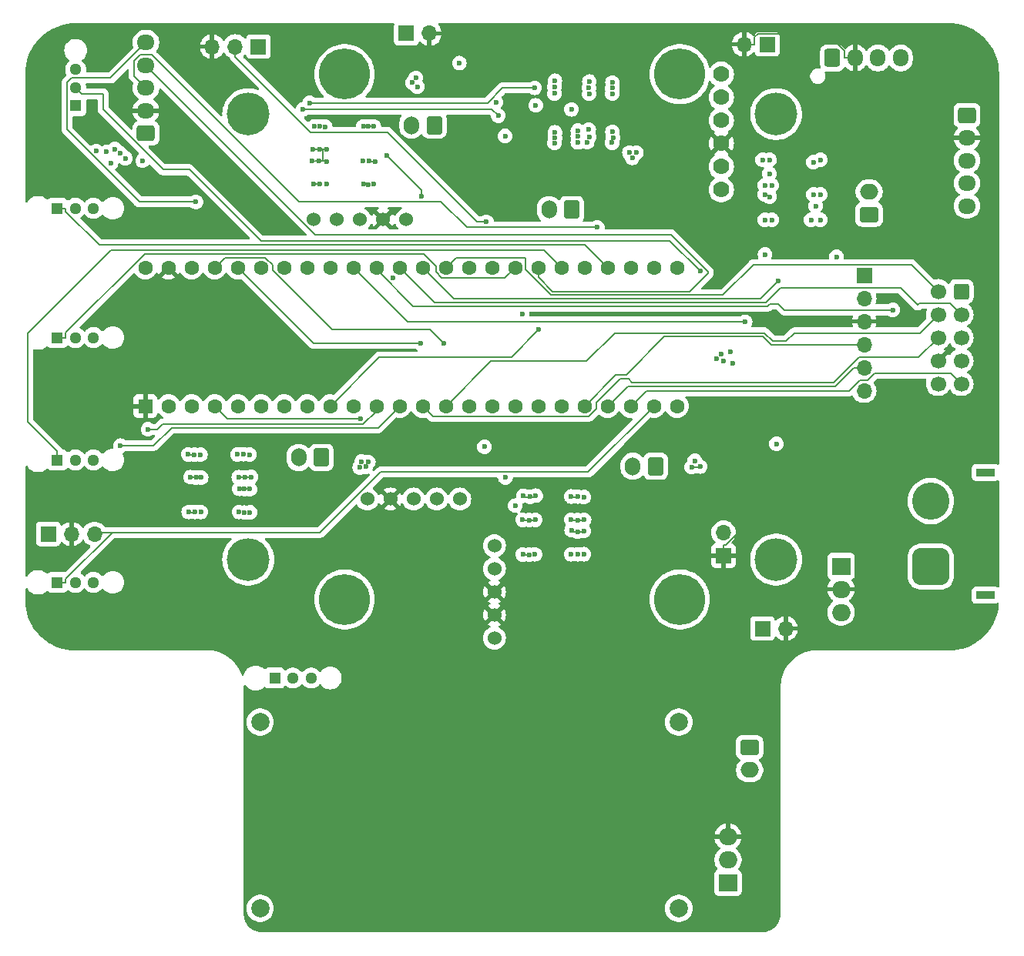
<source format=gbr>
%TF.GenerationSoftware,KiCad,Pcbnew,8.0.2*%
%TF.CreationDate,2025-02-26T22:38:59-05:00*%
%TF.ProjectId,MainPCB,4d61696e-5043-4422-9e6b-696361645f70,rev?*%
%TF.SameCoordinates,Original*%
%TF.FileFunction,Copper,L3,Inr*%
%TF.FilePolarity,Positive*%
%FSLAX46Y46*%
G04 Gerber Fmt 4.6, Leading zero omitted, Abs format (unit mm)*
G04 Created by KiCad (PCBNEW 8.0.2) date 2025-02-26 22:38:59*
%MOMM*%
%LPD*%
G01*
G04 APERTURE LIST*
G04 Aperture macros list*
%AMRoundRect*
0 Rectangle with rounded corners*
0 $1 Rounding radius*
0 $2 $3 $4 $5 $6 $7 $8 $9 X,Y pos of 4 corners*
0 Add a 4 corners polygon primitive as box body*
4,1,4,$2,$3,$4,$5,$6,$7,$8,$9,$2,$3,0*
0 Add four circle primitives for the rounded corners*
1,1,$1+$1,$2,$3*
1,1,$1+$1,$4,$5*
1,1,$1+$1,$6,$7*
1,1,$1+$1,$8,$9*
0 Add four rect primitives between the rounded corners*
20,1,$1+$1,$2,$3,$4,$5,0*
20,1,$1+$1,$4,$5,$6,$7,0*
20,1,$1+$1,$6,$7,$8,$9,0*
20,1,$1+$1,$8,$9,$2,$3,0*%
G04 Aperture macros list end*
%TA.AperFunction,ComponentPad*%
%ADD10RoundRect,0.250000X0.750000X-0.600000X0.750000X0.600000X-0.750000X0.600000X-0.750000X-0.600000X0*%
%TD*%
%TA.AperFunction,ComponentPad*%
%ADD11O,2.000000X1.700000*%
%TD*%
%TA.AperFunction,ComponentPad*%
%ADD12R,1.295400X1.295400*%
%TD*%
%TA.AperFunction,ComponentPad*%
%ADD13C,1.295400*%
%TD*%
%TA.AperFunction,ComponentPad*%
%ADD14RoundRect,0.250000X-0.725000X0.600000X-0.725000X-0.600000X0.725000X-0.600000X0.725000X0.600000X0*%
%TD*%
%TA.AperFunction,ComponentPad*%
%ADD15O,1.950000X1.700000*%
%TD*%
%TA.AperFunction,ComponentPad*%
%ADD16RoundRect,0.250000X0.725000X-0.600000X0.725000X0.600000X-0.725000X0.600000X-0.725000X-0.600000X0*%
%TD*%
%TA.AperFunction,ComponentPad*%
%ADD17R,1.700000X1.700000*%
%TD*%
%TA.AperFunction,ComponentPad*%
%ADD18O,1.700000X1.700000*%
%TD*%
%TA.AperFunction,ComponentPad*%
%ADD19C,4.700000*%
%TD*%
%TA.AperFunction,ComponentPad*%
%ADD20C,1.778000*%
%TD*%
%TA.AperFunction,ComponentPad*%
%ADD21RoundRect,0.250000X0.600000X0.750000X-0.600000X0.750000X-0.600000X-0.750000X0.600000X-0.750000X0*%
%TD*%
%TA.AperFunction,ComponentPad*%
%ADD22O,1.700000X2.000000*%
%TD*%
%TA.AperFunction,ComponentPad*%
%ADD23C,5.600000*%
%TD*%
%TA.AperFunction,ComponentPad*%
%ADD24C,1.524000*%
%TD*%
%TA.AperFunction,ComponentPad*%
%ADD25RoundRect,0.250000X-0.750000X0.600000X-0.750000X-0.600000X0.750000X-0.600000X0.750000X0.600000X0*%
%TD*%
%TA.AperFunction,ComponentPad*%
%ADD26R,2.000000X1.905000*%
%TD*%
%TA.AperFunction,ComponentPad*%
%ADD27O,2.000000X1.905000*%
%TD*%
%TA.AperFunction,ComponentPad*%
%ADD28RoundRect,0.250000X-0.600000X-0.725000X0.600000X-0.725000X0.600000X0.725000X-0.600000X0.725000X0*%
%TD*%
%TA.AperFunction,ComponentPad*%
%ADD29O,1.700000X1.950000*%
%TD*%
%TA.AperFunction,ComponentPad*%
%ADD30R,2.000000X0.900000*%
%TD*%
%TA.AperFunction,ComponentPad*%
%ADD31RoundRect,1.025000X-1.025000X1.025000X-1.025000X-1.025000X1.025000X-1.025000X1.025000X1.025000X0*%
%TD*%
%TA.AperFunction,ComponentPad*%
%ADD32C,4.100000*%
%TD*%
%TA.AperFunction,ComponentPad*%
%ADD33C,2.000000*%
%TD*%
%TA.AperFunction,ComponentPad*%
%ADD34R,1.600000X1.600000*%
%TD*%
%TA.AperFunction,ComponentPad*%
%ADD35C,1.600000*%
%TD*%
%TA.AperFunction,ComponentPad*%
%ADD36RoundRect,0.250000X0.600000X0.600000X-0.600000X0.600000X-0.600000X-0.600000X0.600000X-0.600000X0*%
%TD*%
%TA.AperFunction,ComponentPad*%
%ADD37C,1.700000*%
%TD*%
%TA.AperFunction,ViaPad*%
%ADD38C,0.600000*%
%TD*%
%TA.AperFunction,Conductor*%
%ADD39C,0.200000*%
%TD*%
G04 APERTURE END LIST*
D10*
%TO.N,Net-(IC5-OUT_A_1)*%
%TO.C,M5*%
X139224000Y-86538000D03*
D11*
%TO.N,Net-(IC5-OUT_B_1)*%
X139224000Y-84038000D03*
%TD*%
D12*
%TO.N,12V*%
%TO.C,SW1*%
X52030000Y-74580000D03*
D13*
%TO.N,Net-(SW1A-B)*%
X52030000Y-72580000D03*
%TO.N,N/C*%
X52030000Y-70579999D03*
%TD*%
D14*
%TO.N,5V*%
%TO.C,J16*%
X149980000Y-75610000D03*
D15*
%TO.N,GND*%
X149980000Y-78110000D03*
%TO.N,TRIG1*%
X149980000Y-80610000D03*
%TO.N,TRIG2*%
X149980000Y-83110000D03*
%TO.N,Net-(J15-Pin_5)*%
X149980000Y-85610000D03*
%TD*%
D16*
%TO.N,5V*%
%TO.C,J15*%
X59760000Y-77610000D03*
D15*
%TO.N,GND*%
X59760000Y-75110000D03*
%TO.N,TRIG3*%
X59760000Y-72610000D03*
%TO.N,TRIG4*%
X59760000Y-70110000D03*
%TO.N,Net-(J15-Pin_5)*%
X59760000Y-67610000D03*
%TD*%
D17*
%TO.N,3.3V*%
%TO.C,J13*%
X49030000Y-121670000D03*
D18*
%TO.N,GND*%
X51570000Y-121670000D03*
%TO.N,SLIDE1*%
X54110000Y-121670000D03*
%TD*%
D19*
%TO.N,N/C*%
%TO.C,H6*%
X129000000Y-75500000D03*
%TD*%
%TO.N,N/C*%
%TO.C,H4*%
X129000000Y-124500000D03*
%TD*%
%TO.N,N/C*%
%TO.C,H2*%
X71000000Y-75500000D03*
%TD*%
%TO.N,N/C*%
%TO.C,H1*%
X71000000Y-124500000D03*
%TD*%
D20*
%TO.N,unconnected-(U7A-INT-PadJP1_6)*%
%TO.C,U7*%
X122980000Y-71110000D03*
%TO.N,SDA2*%
X122980000Y-73650000D03*
%TO.N,SCL2*%
X122980000Y-76190000D03*
%TO.N,GND*%
X122980000Y-78730000D03*
%TO.N,unconnected-(U7A-1.8V-PadJP1_2)*%
X122980000Y-81270000D03*
%TO.N,3.3V*%
X122980000Y-83810000D03*
%TD*%
D21*
%TO.N,Net-(IC3-OUT_A_1)*%
%TO.C,M3*%
X91440000Y-76708000D03*
D22*
%TO.N,Net-(IC3-OUT_B_1)*%
X88940000Y-76708000D03*
%TD*%
D12*
%TO.N,SLIDE3*%
%TO.C,SW3*%
X50000000Y-113538000D03*
D13*
%TO.N,3.3V*%
X52000000Y-113538000D03*
%TO.N,unconnected-(SW3-C-Pad3)*%
X54000001Y-113538000D03*
%TD*%
D23*
%TO.N,N/C*%
%TO.C,H5*%
X118416000Y-71113000D03*
%TD*%
%TO.N,N/C*%
%TO.C,H3*%
X81584000Y-71113000D03*
%TD*%
D24*
%TO.N,N/C*%
%TO.C,U1*%
X78200000Y-87110000D03*
X80740000Y-87110000D03*
%TO.N,12V*%
X83280000Y-87110000D03*
%TO.N,GND*%
X85820000Y-87110000D03*
%TO.N,3.3V*%
X88360000Y-87110000D03*
%TD*%
D12*
%TO.N,SLIDE4*%
%TO.C,SW4*%
X50000000Y-100076000D03*
D13*
%TO.N,3.3V*%
X52000000Y-100076000D03*
%TO.N,unconnected-(SW4-C-Pad3)*%
X54000001Y-100076000D03*
%TD*%
D25*
%TO.N,Net-(J14-Pin_1)*%
%TO.C,J14*%
X126090000Y-145150000D03*
D11*
%TO.N,Net-(J14-Pin_2)*%
X126090000Y-147650000D03*
%TD*%
D26*
%TO.N,Net-(SW1A-B)*%
%TO.C,U10*%
X136144000Y-125222000D03*
D27*
%TO.N,GND*%
X136144000Y-127762000D03*
%TO.N,Net-(J5-Pin_2)*%
X136144000Y-130302000D03*
%TD*%
D17*
%TO.N,GND*%
%TO.C,J4*%
X123220000Y-124070000D03*
D18*
%TO.N,12V*%
X123220000Y-121530000D03*
%TD*%
D12*
%TO.N,SLIDE2*%
%TO.C,SW5*%
X50000000Y-85852000D03*
D13*
%TO.N,3.3V*%
X52000000Y-85852000D03*
%TO.N,unconnected-(SW5-C-Pad3)*%
X54000001Y-85852000D03*
%TD*%
D23*
%TO.N,N/C*%
%TO.C,H7*%
X81584000Y-128887000D03*
%TD*%
D28*
%TO.N,5V*%
%TO.C,J2*%
X135188000Y-69325000D03*
D29*
%TO.N,GND*%
X137688000Y-69325000D03*
%TO.N,RX2->TX*%
X140188000Y-69325000D03*
%TO.N,TX2->RX*%
X142688000Y-69325000D03*
%TD*%
D23*
%TO.N,N/C*%
%TO.C,H8*%
X118416000Y-128887000D03*
%TD*%
D26*
%TO.N,Net-(SW6A-B)*%
%TO.C,U6*%
X123715000Y-160060000D03*
D27*
%TO.N,Net-(U3-In-)*%
X123715000Y-157520000D03*
%TO.N,GND*%
X123715000Y-154980000D03*
%TD*%
D12*
%TO.N,12V*%
%TO.C,SW6*%
X73910001Y-137520000D03*
D13*
%TO.N,Net-(SW6A-B)*%
X75910001Y-137520000D03*
%TO.N,N/C*%
X77910002Y-137520000D03*
%TD*%
D12*
%TO.N,SLIDE1*%
%TO.C,SW2*%
X50000000Y-127000000D03*
D13*
%TO.N,3.3V*%
X52000000Y-127000000D03*
%TO.N,unconnected-(SW2-C-Pad3)*%
X54000001Y-127000000D03*
%TD*%
D17*
%TO.N,unconnected-(J1-Pin_1-Pad1)*%
%TO.C,J1*%
X138684000Y-93218000D03*
D18*
%TO.N,5V*%
X138684000Y-95758000D03*
%TO.N,GND*%
X138684000Y-98298000D03*
%TO.N,RX7 -> TX*%
X138684000Y-100838000D03*
%TO.N,TX7 -> RX*%
X138684000Y-103378000D03*
%TO.N,STATE*%
X138684000Y-105918000D03*
%TD*%
D21*
%TO.N,Net-(IC4-OUT_A_1)*%
%TO.C,M4*%
X79040000Y-113270000D03*
D22*
%TO.N,Net-(IC4-OUT_B_1)*%
X76540000Y-113270000D03*
%TD*%
D24*
%TO.N,N/C*%
%TO.C,U2*%
X98054000Y-122976000D03*
%TO.N,12V*%
X98054000Y-125516000D03*
%TO.N,GND*%
X98054000Y-128056000D03*
X98054000Y-130596000D03*
%TO.N,5V*%
X98054000Y-133136000D03*
%TD*%
D30*
%TO.N,*%
%TO.C,J5*%
X152004000Y-114916000D03*
X152004000Y-128416000D03*
D31*
%TO.N,12V*%
X146004000Y-125266000D03*
D32*
%TO.N,Net-(J5-Pin_2)*%
X146004000Y-118066000D03*
%TD*%
D22*
%TO.N,Net-(IC2-OUT_B_1)*%
%TO.C,M2*%
X104050000Y-86000000D03*
D21*
%TO.N,Net-(IC2-OUT_A_1)*%
X106550000Y-86000000D03*
%TD*%
D33*
%TO.N,12V*%
%TO.C,U3*%
X72310000Y-142370000D03*
%TO.N,Net-(U3-In-)*%
X72310000Y-162870000D03*
%TO.N,Net-(J14-Pin_1)*%
X118310000Y-142370000D03*
%TO.N,Net-(J14-Pin_2)*%
X118310000Y-162870000D03*
%TD*%
D21*
%TO.N,Net-(IC1-OUT_A_1)*%
%TO.C,M1*%
X115750000Y-114235000D03*
D22*
%TO.N,Net-(IC1-OUT_B_1)*%
X113250000Y-114235000D03*
%TD*%
D34*
%TO.N,GND*%
%TO.C,U12*%
X59690000Y-107620000D03*
D35*
%TO.N,LEDPulse*%
X62230000Y-107620000D03*
%TO.N,ESC_PWM*%
X64770000Y-107620000D03*
%TO.N,PWM1*%
X67310000Y-107620000D03*
%TO.N,PWM2*%
X69850000Y-107620000D03*
%TO.N,PWM3*%
X72390000Y-107620000D03*
%TO.N,PWM4*%
X74930000Y-107620000D03*
%TO.N,PWM5*%
X77470000Y-107620000D03*
%TO.N,RX2->TX*%
X80010000Y-107620000D03*
%TO.N,TX2->RX*%
X82550000Y-107620000D03*
%TO.N,DIR4A*%
X85090000Y-107620000D03*
%TO.N,DIR4B*%
X87630000Y-107620000D03*
%TO.N,MOSI*%
X90170000Y-107620000D03*
%TO.N,MISO*%
X92710000Y-107620000D03*
%TO.N,unconnected-(U12-3V3-Pad15)*%
X95250000Y-107620000D03*
%TO.N,SCL2*%
X97790000Y-107620000D03*
%TO.N,SDA2*%
X100330000Y-107620000D03*
%TO.N,SelectionPin*%
X102870000Y-107620000D03*
%TO.N,unconnected-(U12-27_A13_SCK1-Pad19)*%
X105410000Y-107620000D03*
%TO.N,RX7 -> TX*%
X107950000Y-107620000D03*
%TO.N,TX7 -> RX*%
X110490000Y-107620000D03*
%TO.N,Kicker*%
X113030000Y-107620000D03*
%TO.N,SLIDE1*%
X115570000Y-107620000D03*
%TO.N,unconnected-(U12-32_OUT1B-Pad24)*%
X118110000Y-107620000D03*
%TO.N,TRIG1*%
X118110000Y-92380000D03*
%TO.N,ECHO*%
X115570000Y-92380000D03*
%TO.N,TRIG2*%
X113030000Y-92380000D03*
%TO.N,SLIDE2*%
X110490000Y-92380000D03*
%TO.N,TRIG3*%
X107950000Y-92380000D03*
%TO.N,SLIDE3*%
X105410000Y-92380000D03*
%TO.N,TRIG4*%
X102870000Y-92380000D03*
%TO.N,SLIDE4*%
X100330000Y-92380000D03*
%TO.N,LightGate*%
X97790000Y-92380000D03*
%TO.N,GND*%
X95250000Y-92380000D03*
%TO.N,SCK1*%
X92710000Y-92380000D03*
%TO.N,CS1*%
X90170000Y-92380000D03*
%TO.N,CS2*%
X87630000Y-92380000D03*
%TO.N,CS3*%
X85090000Y-92380000D03*
%TO.N,STATE*%
X82550000Y-92380000D03*
%TO.N,DIR3A*%
X80010000Y-92380000D03*
%TO.N,DIR3B*%
X77470000Y-92380000D03*
%TO.N,DIR2A*%
X74930000Y-92380000D03*
%TO.N,DIR2B*%
X72390000Y-92380000D03*
%TO.N,DIR1A*%
X69850000Y-92380000D03*
%TO.N,DIR1B*%
X67310000Y-92380000D03*
%TO.N,unconnected-(U12-3V3-Pad46)*%
X64770000Y-92380000D03*
%TO.N,GND*%
X62230000Y-92380000D03*
%TO.N,5V*%
X59690000Y-92380000D03*
%TD*%
D17*
%TO.N,5V*%
%TO.C,J9*%
X127503000Y-132080000D03*
D18*
%TO.N,GND*%
X130043000Y-132080000D03*
%TD*%
D17*
%TO.N,5V*%
%TO.C,J8*%
X88375000Y-66630000D03*
D18*
%TO.N,GND*%
X90915000Y-66630000D03*
%TD*%
D24*
%TO.N,N/C*%
%TO.C,U4*%
X94244000Y-117846000D03*
X91704000Y-117846000D03*
%TO.N,12V*%
X89164000Y-117846000D03*
%TO.N,GND*%
X86624000Y-117846000D03*
%TO.N,5V*%
X84084000Y-117846000D03*
%TD*%
D17*
%TO.N,3.3V*%
%TO.C,J11*%
X72121000Y-68072000D03*
D18*
%TO.N,LightGate*%
X69581000Y-68072000D03*
%TO.N,GND*%
X67041000Y-68072000D03*
%TD*%
D17*
%TO.N,3.3V*%
%TO.C,J10*%
X128021000Y-67818000D03*
D18*
%TO.N,GND*%
X125481000Y-67818000D03*
%TD*%
D36*
%TO.N,CS1*%
%TO.C,J6*%
X149352000Y-94996000D03*
D37*
%TO.N,SCK1*%
X146812000Y-94996000D03*
%TO.N,CS2*%
X149352000Y-97536000D03*
%TO.N,MISO*%
X146812000Y-97536000D03*
%TO.N,CS3*%
X149352000Y-100076000D03*
%TO.N,MOSI*%
X146812000Y-100076000D03*
%TO.N,12V*%
X149352000Y-102616000D03*
%TO.N,GND*%
X146812000Y-102616000D03*
%TO.N,Kicker*%
X149352000Y-105156000D03*
%TO.N,3.3V*%
X146812000Y-105156000D03*
%TD*%
D38*
%TO.N,5V*%
X129032000Y-111760000D03*
%TO.N,GND*%
X129286000Y-108068300D03*
%TO.N,Net-(IC5-IN_B)*%
X127778000Y-90932000D03*
%TO.N,PWM5*%
X135636000Y-91186000D03*
%TO.N,Net-(IC5-PWM)*%
X133350000Y-85598000D03*
%TO.N,Net-(IC5-IN_A)*%
X128270000Y-82042000D03*
%TO.N,12V*%
X122428000Y-102362000D03*
X124206000Y-102870000D03*
X123190000Y-102616000D03*
X123952000Y-101600000D03*
X122936000Y-101854000D03*
X133858000Y-84328000D03*
X133096000Y-84328000D03*
X128270000Y-84582000D03*
X127762000Y-84328000D03*
X128524000Y-83312000D03*
X127762000Y-83312000D03*
%TO.N,Net-(IC5-OUT_B_1)*%
X133858000Y-87122000D03*
X132842000Y-87122000D03*
X128524000Y-87122000D03*
X127762000Y-87122000D03*
%TO.N,Net-(IC5-OUT_A_1)*%
X133858000Y-80518000D03*
X133096000Y-80772000D03*
X128270000Y-80518000D03*
X127508000Y-80518000D03*
%TO.N,TRIG3*%
X109360000Y-87963631D03*
%TO.N,Net-(J15-Pin_5)*%
X65250000Y-85160000D03*
%TO.N,GND*%
X145547000Y-108358200D03*
X60076000Y-98086300D03*
%TO.N,3.3V*%
X94200000Y-69890000D03*
%TO.N,STATE*%
X125597800Y-98341900D03*
%TO.N,RX2->TX*%
X102925800Y-99220900D03*
%TO.N,12V*%
X70020000Y-116720000D03*
X70600000Y-116740000D03*
X107188000Y-120142000D03*
X78790000Y-80610000D03*
X83580000Y-80680000D03*
X54310000Y-79580000D03*
X108240000Y-78600000D03*
X79580000Y-80690000D03*
X101160000Y-120130000D03*
X107900000Y-120140000D03*
X78880000Y-79380000D03*
X107210000Y-78610000D03*
X108480000Y-71920000D03*
X106540000Y-121270000D03*
X59390000Y-80630000D03*
X69960000Y-115430000D03*
X107210000Y-77960000D03*
X65830000Y-115480000D03*
X106480000Y-120130000D03*
X55440000Y-79670000D03*
X55910000Y-80870000D03*
X79620000Y-79370000D03*
X71290000Y-115410000D03*
X64650000Y-115430000D03*
X101854000Y-120142000D03*
X108440000Y-72610000D03*
X84290000Y-80680000D03*
X56350000Y-79340000D03*
X78080000Y-79390000D03*
X108450000Y-73270000D03*
X107890000Y-121340000D03*
X108410000Y-77200000D03*
X107220000Y-77320000D03*
X108480000Y-77990000D03*
X57500000Y-80370000D03*
X102540000Y-120130000D03*
X65270000Y-115470000D03*
X56970000Y-79840000D03*
X107188000Y-121412000D03*
X71180000Y-116750000D03*
X70650000Y-115450000D03*
X78020000Y-80680000D03*
X84960000Y-80710000D03*
%TO.N,CS1*%
X129245400Y-93865800D03*
%TO.N,CS3*%
X141828100Y-97028000D03*
%TO.N,LightGate*%
X97167706Y-87363631D03*
%TO.N,Net-(SW1A-B)*%
X120640300Y-92791200D03*
%TO.N,DIR1A*%
X89954900Y-100711100D03*
%TO.N,DIR1B*%
X92459800Y-100701800D03*
%TO.N,PWM1*%
X83375300Y-108985400D03*
%TO.N,DIR2B*%
X98473300Y-75678700D03*
X77031900Y-74968100D03*
%TO.N,DIR2A*%
X102468800Y-72612700D03*
X77727300Y-74269700D03*
%TO.N,PWM3*%
X86918000Y-93529400D03*
%TO.N,DIR4B*%
X56970000Y-111970000D03*
%TO.N,DIR4A*%
X59986000Y-110162800D03*
%TO.N,SelectionPin*%
X101110000Y-97510000D03*
%TO.N,Net-(IC1-OUT_A_1)*%
X101170000Y-123930000D03*
X102500000Y-123920000D03*
X101854000Y-123952000D03*
X107890000Y-123910000D03*
X106490000Y-123920000D03*
X107240000Y-123920000D03*
%TO.N,Net-(IC1-OUT_B_1)*%
X107210000Y-117570000D03*
X120650000Y-114270000D03*
X106500000Y-117560000D03*
X101240000Y-117480000D03*
X120070000Y-113630000D03*
X101950000Y-117600000D03*
X102590000Y-117470000D03*
X119710000Y-114320000D03*
X107880000Y-117620000D03*
%TO.N,Net-(IC2-OUT_B_1)*%
X110980000Y-78650000D03*
X112880000Y-79740000D03*
X111020000Y-77460000D03*
X111020000Y-72040000D03*
X111000000Y-72640000D03*
X113650000Y-79740000D03*
X111080000Y-78100000D03*
X113190000Y-80320000D03*
X111010000Y-73240000D03*
%TO.N,Net-(IC2-OUT_A_1)*%
X104700000Y-77500000D03*
X104650000Y-73230000D03*
X104660000Y-78680000D03*
X104650000Y-72510000D03*
X104690000Y-71840000D03*
X104700000Y-78080000D03*
%TO.N,Net-(IC3-OUT_A_1)*%
X78300000Y-76840000D03*
X78890000Y-76850000D03*
X83650000Y-76870000D03*
X84800000Y-76860000D03*
X79460000Y-76890000D03*
X84210000Y-76840000D03*
%TO.N,Net-(IC3-OUT_B_1)*%
X78890000Y-83190000D03*
X84810000Y-83210000D03*
X79600000Y-83170000D03*
X78210000Y-83190000D03*
X89412500Y-71520000D03*
X83650000Y-83190000D03*
X89030000Y-72050000D03*
X89570000Y-72480000D03*
X84210000Y-83230000D03*
%TO.N,Net-(IC4-OUT_A_1)*%
X65110000Y-119270000D03*
X83250000Y-114380000D03*
X71190000Y-119300000D03*
X65780000Y-119260000D03*
X70590000Y-119330000D03*
X69980000Y-119270000D03*
X83440000Y-113720000D03*
X83910000Y-114290000D03*
X84190000Y-113770000D03*
X64450000Y-119270000D03*
%TO.N,Net-(IC4-OUT_B_1)*%
X69820000Y-112940000D03*
X71130000Y-112950000D03*
X65090000Y-112950000D03*
X64420000Y-112930000D03*
X65750000Y-112950000D03*
X70480000Y-112910000D03*
%TO.N,Net-(IC1-PWM)*%
X100339000Y-118565300D03*
%TO.N,Net-(IC1-IN_A)*%
X96947000Y-112094300D03*
%TO.N,Net-(IC1-IN_B)*%
X99258900Y-115478900D03*
%TO.N,Net-(IC2-IN_A)*%
X98235600Y-74177800D03*
%TO.N,Net-(IC2-IN_B)*%
X102598500Y-74529900D03*
%TO.N,Net-(IC2-PWM)*%
X106511700Y-74982800D03*
X99224100Y-77912200D03*
%TO.N,Net-(IC3-PWM)*%
X90018900Y-84511600D03*
X86244600Y-80066500D03*
%TD*%
D39*
%TO.N,RX7 -> TX*%
X107950000Y-107620000D02*
X111390500Y-104179500D01*
X116727900Y-99968000D02*
X127538629Y-99968000D01*
X127538629Y-99968000D02*
X128446629Y-100876000D01*
X111390500Y-104179500D02*
X112516400Y-104179500D01*
X128446629Y-100876000D02*
X130261071Y-100876000D01*
X112516400Y-104179500D02*
X116727900Y-99968000D01*
X130299071Y-100838000D02*
X138684000Y-100838000D01*
X130261071Y-100876000D02*
X130299071Y-100838000D01*
%TO.N,MISO*%
X92710000Y-107620000D02*
X97645000Y-102685000D01*
X128612315Y-100476000D02*
X130095386Y-100476000D01*
X144780000Y-99568000D02*
X146812000Y-97536000D01*
X97645000Y-102685000D02*
X108135000Y-102685000D01*
X127704315Y-99568000D02*
X128612315Y-100476000D01*
X108135000Y-102685000D02*
X111252000Y-99568000D01*
X111252000Y-99568000D02*
X127704315Y-99568000D01*
X131003386Y-99568000D02*
X144780000Y-99568000D01*
X130095386Y-100476000D02*
X131003386Y-99568000D01*
%TO.N,MOSI*%
X90170000Y-107620000D02*
X91293600Y-108743600D01*
X135334614Y-105010000D02*
X138116614Y-102228000D01*
X91293600Y-108743600D02*
X108408100Y-108743600D01*
X113170300Y-105010000D02*
X135334614Y-105010000D01*
X138116614Y-102228000D02*
X144660000Y-102228000D01*
X108408100Y-108743600D02*
X109220000Y-107931700D01*
X112782800Y-104622500D02*
X113170300Y-105010000D01*
X109220000Y-107931700D02*
X109220000Y-107267700D01*
X109220000Y-107267700D02*
X111865200Y-104622500D01*
X111865200Y-104622500D02*
X112782800Y-104622500D01*
X144660000Y-102228000D02*
X146812000Y-100076000D01*
%TO.N,TX7 -> RX*%
X110490000Y-107620000D02*
X112700000Y-105410000D01*
X112700000Y-105410000D02*
X135500300Y-105410000D01*
X135500300Y-105410000D02*
X137532300Y-103378000D01*
X137532300Y-103378000D02*
X138684000Y-103378000D01*
%TO.N,Kicker*%
X113030000Y-107620000D02*
X114732000Y-105918000D01*
X114732000Y-105918000D02*
X137057654Y-105918000D01*
X137057654Y-105918000D02*
X138207654Y-104768000D01*
X138207654Y-104768000D02*
X139072000Y-104768000D01*
X139072000Y-104768000D02*
X139858700Y-103981300D01*
X139858700Y-103981300D02*
X148177300Y-103981300D01*
X148177300Y-103981300D02*
X149352000Y-105156000D01*
%TO.N,TRIG3*%
X95003631Y-87963631D02*
X109360000Y-87963631D01*
X59760000Y-72610000D02*
X58485000Y-71335000D01*
X58485000Y-71335000D02*
X58485000Y-69633654D01*
X76531346Y-85130000D02*
X92170000Y-85130000D01*
X58485000Y-69633654D02*
X59158654Y-68960000D01*
X59158654Y-68960000D02*
X60361346Y-68960000D01*
X60361346Y-68960000D02*
X76531346Y-85130000D01*
X92170000Y-85130000D02*
X95003631Y-87963631D01*
%TO.N,TRIG4*%
X59760000Y-70110000D02*
X59760000Y-70171895D01*
X59760000Y-70171895D02*
X78358105Y-88770000D01*
X78358105Y-88770000D02*
X117467629Y-88770000D01*
X117467629Y-88770000D02*
X121530000Y-92832371D01*
X121530000Y-92832371D02*
X121530000Y-92980000D01*
X121530000Y-92980000D02*
X119500000Y-95010000D01*
X119500000Y-95010000D02*
X104435686Y-95010000D01*
X104435686Y-95010000D02*
X102870000Y-93444314D01*
X102870000Y-93444314D02*
X102870000Y-92380000D01*
%TO.N,SCK1*%
X92710000Y-92380000D02*
X93812500Y-91277500D01*
X101430000Y-92570000D02*
X104270000Y-95410000D01*
X93812500Y-91277500D02*
X101390000Y-91277500D01*
X101390000Y-91277500D02*
X101430000Y-91317500D01*
X101430000Y-91317500D02*
X101430000Y-92570000D01*
X104270000Y-95410000D02*
X123150400Y-95410000D01*
X123150400Y-95410000D02*
X126494100Y-92066300D01*
X126494100Y-92066300D02*
X143882300Y-92066300D01*
X143882300Y-92066300D02*
X146812000Y-94996000D01*
%TO.N,CS1*%
X90170000Y-92380000D02*
X93600000Y-95810000D01*
X93600000Y-95810000D02*
X127301200Y-95810000D01*
X127301200Y-95810000D02*
X129245400Y-93865800D01*
%TO.N,CS2*%
X87630000Y-92380000D02*
X91460000Y-96210000D01*
X129513968Y-94608000D02*
X142676200Y-94608000D01*
X91460000Y-96210000D02*
X127911968Y-96210000D01*
X127911968Y-96210000D02*
X129513968Y-94608000D01*
X142676200Y-94608000D02*
X144538200Y-96470000D01*
X148082000Y-96266000D02*
X149352000Y-97536000D01*
X144538200Y-96470000D02*
X144742200Y-96266000D01*
X144742200Y-96266000D02*
X148082000Y-96266000D01*
%TO.N,CS3*%
X141828100Y-97028000D02*
X129915800Y-97028000D01*
X129915800Y-97028000D02*
X129273800Y-96386000D01*
X129273800Y-96386000D02*
X128301654Y-96386000D01*
X128301654Y-96386000D02*
X128077654Y-96610000D01*
X128077654Y-96610000D02*
X89081400Y-96610000D01*
X89081400Y-96610000D02*
X85090000Y-92618600D01*
X85090000Y-92618600D02*
X85090000Y-92380000D01*
%TO.N,LightGate*%
X86294600Y-77519700D02*
X77877000Y-77519700D01*
X97167706Y-87363631D02*
X96138531Y-87363631D01*
X77877000Y-77519700D02*
X69581000Y-69223700D01*
X69581000Y-69223700D02*
X69581000Y-68072000D01*
X96138531Y-87363631D02*
X86294600Y-77519700D01*
%TO.N,Net-(J15-Pin_5)*%
X59760000Y-67610000D02*
X55842301Y-71527699D01*
X55842301Y-71527699D02*
X51602301Y-71527699D01*
X51602301Y-71527699D02*
X51082300Y-72047700D01*
X51082300Y-72047700D02*
X51082300Y-77202300D01*
X51082300Y-77202300D02*
X59040000Y-85160000D01*
X59040000Y-85160000D02*
X65250000Y-85160000D01*
%TO.N,Net-(SW1A-B)*%
X55050000Y-73265000D02*
X52715000Y-73265000D01*
X72382300Y-89472300D02*
X64525000Y-81615000D01*
X55050000Y-73265000D02*
X55050000Y-75009744D01*
X55050000Y-75009744D02*
X61655256Y-81615000D01*
X61655256Y-81615000D02*
X64525000Y-81615000D01*
%TO.N,SLIDE1*%
X57140000Y-121514000D02*
X54266000Y-121514000D01*
X54266000Y-121514000D02*
X54110000Y-121670000D01*
X57140000Y-121514000D02*
X56079400Y-121514000D01*
X78896300Y-121514000D02*
X57140000Y-121514000D01*
%TO.N,GND*%
X136536300Y-68557600D02*
X136536300Y-69325000D01*
X126632700Y-67818000D02*
X126632700Y-67026200D01*
X126632700Y-67026200D02*
X127003600Y-66655300D01*
X129032000Y-117394200D02*
X129032000Y-114300000D01*
X127003600Y-66655300D02*
X134634000Y-66655300D01*
X123507900Y-122918300D02*
X129032000Y-117394200D01*
X123220000Y-122918300D02*
X123507900Y-122918300D01*
X123220000Y-124070000D02*
X123220000Y-122918300D01*
X137688000Y-69325000D02*
X136536300Y-69325000D01*
X125481000Y-67818000D02*
X126632700Y-67818000D01*
X134634000Y-66655300D02*
X136536300Y-68557600D01*
%TO.N,STATE*%
X82550000Y-92380000D02*
X88511900Y-98341900D01*
X88511900Y-98341900D02*
X125597800Y-98341900D01*
%TO.N,RX2->TX*%
X99910800Y-102235900D02*
X102925800Y-99220900D01*
X80010000Y-107620000D02*
X85394100Y-102235900D01*
X85394100Y-102235900D02*
X99910800Y-102235900D01*
%TO.N,12V*%
X70050000Y-115430000D02*
X70630000Y-115430000D01*
X79180000Y-79400000D02*
X79180000Y-80670000D01*
X78880000Y-80670000D02*
X78900000Y-80690000D01*
X107696000Y-121412000D02*
X107188000Y-121412000D01*
X70680000Y-115480000D02*
X70650000Y-115450000D01*
X65230000Y-115430000D02*
X65270000Y-115470000D01*
X79460000Y-79400000D02*
X79180000Y-79400000D01*
X79400000Y-80670000D02*
X79180000Y-80670000D01*
X106680000Y-121412000D02*
X107188000Y-121412000D01*
X70630000Y-115430000D02*
X70650000Y-115450000D01*
X70580000Y-116720000D02*
X70600000Y-116740000D01*
X65280000Y-115480000D02*
X65270000Y-115470000D01*
X78350000Y-79380000D02*
X78880000Y-79380000D01*
X78900000Y-79400000D02*
X78880000Y-79380000D01*
X78920000Y-80670000D02*
X78900000Y-80690000D01*
X79180000Y-79400000D02*
X78900000Y-79400000D01*
X70610000Y-116750000D02*
X70600000Y-116740000D01*
X78320000Y-80670000D02*
X78880000Y-80670000D01*
X101346000Y-120142000D02*
X101854000Y-120142000D01*
X84740000Y-80690000D02*
X84180000Y-80690000D01*
X107696000Y-120142000D02*
X107188000Y-120142000D01*
X107188000Y-120142000D02*
X106680000Y-120142000D01*
X70020000Y-116720000D02*
X70580000Y-116720000D01*
X64650000Y-115430000D02*
X65230000Y-115430000D01*
X65830000Y-115480000D02*
X65280000Y-115480000D01*
X71180000Y-116750000D02*
X70610000Y-116750000D01*
X71170000Y-115480000D02*
X70680000Y-115480000D01*
X101854000Y-120142000D02*
X102362000Y-120142000D01*
X79180000Y-80670000D02*
X78920000Y-80670000D01*
%TO.N,Net-(SW1A-B)*%
X52715000Y-73265000D02*
X52030000Y-72580000D01*
X120640300Y-92791200D02*
X117321400Y-89472300D01*
X117321400Y-89472300D02*
X72382300Y-89472300D01*
%TO.N,SLIDE2*%
X50949400Y-86208000D02*
X54615400Y-89874000D01*
X50949400Y-85852000D02*
X50949400Y-86208000D01*
X54615400Y-89874000D02*
X107984000Y-89874000D01*
X107984000Y-89874000D02*
X110490000Y-92380000D01*
X50000000Y-85852000D02*
X50949400Y-85852000D01*
%TO.N,SLIDE4*%
X92254900Y-93503000D02*
X99207000Y-93503000D01*
X91608300Y-92856400D02*
X92254900Y-93503000D01*
X50949400Y-100076000D02*
X50949400Y-99556800D01*
X90253000Y-90856200D02*
X91608300Y-92211500D01*
X59650000Y-90856200D02*
X90253000Y-90856200D01*
X50949400Y-99556800D02*
X59650000Y-90856200D01*
X50000000Y-100076000D02*
X50949400Y-100076000D01*
X91608300Y-92211500D02*
X91608300Y-92856400D01*
X99207000Y-93503000D02*
X100330000Y-92380000D01*
%TO.N,SLIDE1*%
X50000000Y-127000000D02*
X50949400Y-127000000D01*
X115570000Y-107620000D02*
X108312800Y-114877200D01*
X108312800Y-114877200D02*
X85533100Y-114877200D01*
X85533100Y-114877200D02*
X78896300Y-121514000D01*
X50949400Y-126644000D02*
X50949400Y-127000000D01*
X56079400Y-121514000D02*
X50949400Y-126644000D01*
%TO.N,SLIDE3*%
X46746500Y-99602200D02*
X46746500Y-109335100D01*
X103484500Y-90454500D02*
X55894200Y-90454500D01*
X50000000Y-113538000D02*
X50000000Y-112588600D01*
X55894200Y-90454500D02*
X46746500Y-99602200D01*
X46746500Y-109335100D02*
X50000000Y-112588600D01*
X105410000Y-92380000D02*
X103484500Y-90454500D01*
%TO.N,DIR1A*%
X78181100Y-100711100D02*
X89954900Y-100711100D01*
X69850000Y-92380000D02*
X78181100Y-100711100D01*
%TO.N,DIR1B*%
X80173500Y-99220900D02*
X90978900Y-99220900D01*
X68412800Y-91277200D02*
X72862200Y-91277200D01*
X90978900Y-99220900D02*
X92459800Y-100701800D01*
X67310000Y-92380000D02*
X68412800Y-91277200D01*
X72862200Y-91277200D02*
X73660100Y-92075100D01*
X73660100Y-92707500D02*
X80173500Y-99220900D01*
X73660100Y-92075100D02*
X73660100Y-92707500D01*
%TO.N,PWM1*%
X67310000Y-107620000D02*
X68675400Y-108985400D01*
X68675400Y-108985400D02*
X83375300Y-108985400D01*
%TO.N,DIR2B*%
X98473300Y-75678700D02*
X97762700Y-74968100D01*
X97762700Y-74968100D02*
X77031900Y-74968100D01*
%TO.N,DIR2A*%
X77727300Y-74269700D02*
X97285900Y-74269700D01*
X97285900Y-74269700D02*
X98942900Y-72612700D01*
X98942900Y-72612700D02*
X102468800Y-72612700D01*
%TO.N,DIR4B*%
X62580500Y-109988800D02*
X85261200Y-109988800D01*
X56970000Y-111970000D02*
X56980000Y-111960000D01*
X56980000Y-111960000D02*
X60609300Y-111960000D01*
X85261200Y-109988800D02*
X87630000Y-107620000D01*
X60609300Y-111960000D02*
X62580500Y-109988800D01*
%TO.N,DIR4A*%
X61603000Y-109587100D02*
X83624500Y-109587100D01*
X61027300Y-110162800D02*
X61603000Y-109587100D01*
X85090000Y-108121600D02*
X85090000Y-107620000D01*
X83624500Y-109587100D02*
X85090000Y-108121600D01*
X59986000Y-110162800D02*
X61027300Y-110162800D01*
%TO.N,Net-(IC1-OUT_A_1)*%
X101346000Y-123952000D02*
X101854000Y-123952000D01*
%TO.N,Net-(IC1-OUT_B_1)*%
X106680000Y-117602000D02*
X107188000Y-117602000D01*
X120396000Y-114300000D02*
X119888000Y-114300000D01*
X101346000Y-117602000D02*
X101854000Y-117602000D01*
X101854000Y-117602000D02*
X102362000Y-117602000D01*
%TO.N,Net-(IC3-OUT_A_1)*%
X84800000Y-76860000D02*
X84230000Y-76860000D01*
X84230000Y-76860000D02*
X84210000Y-76840000D01*
%TO.N,Net-(IC3-OUT_B_1)*%
X78930000Y-83190000D02*
X78980000Y-83240000D01*
X78410000Y-83190000D02*
X78930000Y-83190000D01*
%TO.N,Net-(IC4-OUT_A_1)*%
X64890000Y-119310000D02*
X64900000Y-119320000D01*
X64460000Y-119310000D02*
X64890000Y-119310000D01*
%TO.N,Net-(IC4-OUT_B_1)*%
X64510000Y-112950000D02*
X65090000Y-112950000D01*
%TO.N,Net-(IC3-PWM)*%
X90018900Y-83840800D02*
X90018900Y-84511600D01*
X86244600Y-80066500D02*
X90018900Y-83840800D01*
%TD*%
%TA.AperFunction,Conductor*%
%TO.N,GND*%
G36*
X86983513Y-65520185D02*
G01*
X87029268Y-65572989D01*
X87039212Y-65642147D01*
X87032655Y-65667835D01*
X87030908Y-65672516D01*
X87024501Y-65732116D01*
X87024500Y-65732135D01*
X87024500Y-67527870D01*
X87024501Y-67527876D01*
X87030908Y-67587483D01*
X87081202Y-67722328D01*
X87081206Y-67722335D01*
X87167452Y-67837544D01*
X87167455Y-67837547D01*
X87282664Y-67923793D01*
X87282671Y-67923797D01*
X87417517Y-67974091D01*
X87417516Y-67974091D01*
X87424444Y-67974835D01*
X87477127Y-67980500D01*
X89272872Y-67980499D01*
X89332483Y-67974091D01*
X89467331Y-67923796D01*
X89582546Y-67837546D01*
X89668796Y-67722331D01*
X89718002Y-67590401D01*
X89759872Y-67534468D01*
X89825337Y-67510050D01*
X89893610Y-67524901D01*
X89921865Y-67546053D01*
X90043917Y-67668105D01*
X90237421Y-67803600D01*
X90451507Y-67903429D01*
X90451516Y-67903433D01*
X90665000Y-67960634D01*
X90665000Y-67063012D01*
X90722007Y-67095925D01*
X90849174Y-67130000D01*
X90980826Y-67130000D01*
X91107993Y-67095925D01*
X91165000Y-67063012D01*
X91165000Y-67960633D01*
X91378483Y-67903433D01*
X91378492Y-67903429D01*
X91592578Y-67803600D01*
X91786082Y-67668105D01*
X91886188Y-67567999D01*
X124150364Y-67567999D01*
X124150364Y-67568000D01*
X125047988Y-67568000D01*
X125015075Y-67625007D01*
X124981000Y-67752174D01*
X124981000Y-67883826D01*
X125015075Y-68010993D01*
X125047988Y-68068000D01*
X124150364Y-68068000D01*
X124207567Y-68281486D01*
X124207570Y-68281492D01*
X124307399Y-68495578D01*
X124442894Y-68689082D01*
X124609917Y-68856105D01*
X124803421Y-68991600D01*
X125017507Y-69091429D01*
X125017516Y-69091433D01*
X125231000Y-69148634D01*
X125231000Y-68251012D01*
X125288007Y-68283925D01*
X125415174Y-68318000D01*
X125546826Y-68318000D01*
X125673993Y-68283925D01*
X125731000Y-68251012D01*
X125731000Y-69148633D01*
X125944483Y-69091433D01*
X125944492Y-69091429D01*
X126158578Y-68991600D01*
X126352078Y-68856108D01*
X126474133Y-68734053D01*
X126535456Y-68700568D01*
X126605148Y-68705552D01*
X126661082Y-68747423D01*
X126677997Y-68778401D01*
X126727202Y-68910328D01*
X126727206Y-68910335D01*
X126813452Y-69025544D01*
X126813455Y-69025547D01*
X126928664Y-69111793D01*
X126928671Y-69111797D01*
X127063517Y-69162091D01*
X127063516Y-69162091D01*
X127070444Y-69162835D01*
X127123127Y-69168500D01*
X128918872Y-69168499D01*
X128978483Y-69162091D01*
X129113331Y-69111796D01*
X129228546Y-69025546D01*
X129314796Y-68910331D01*
X129365091Y-68775483D01*
X129371500Y-68715873D01*
X129371499Y-66920128D01*
X129365091Y-66860517D01*
X129364002Y-66857598D01*
X129314797Y-66725671D01*
X129314793Y-66725664D01*
X129228547Y-66610455D01*
X129228544Y-66610452D01*
X129113335Y-66524206D01*
X129113328Y-66524202D01*
X128978482Y-66473908D01*
X128978483Y-66473908D01*
X128918883Y-66467501D01*
X128918881Y-66467500D01*
X128918873Y-66467500D01*
X128918864Y-66467500D01*
X127123129Y-66467500D01*
X127123123Y-66467501D01*
X127063516Y-66473908D01*
X126928671Y-66524202D01*
X126928664Y-66524206D01*
X126813455Y-66610452D01*
X126813452Y-66610455D01*
X126727206Y-66725664D01*
X126727202Y-66725671D01*
X126677997Y-66857598D01*
X126636126Y-66913532D01*
X126570661Y-66937949D01*
X126502388Y-66923097D01*
X126474134Y-66901946D01*
X126352082Y-66779894D01*
X126158578Y-66644399D01*
X125944492Y-66544570D01*
X125944486Y-66544567D01*
X125731000Y-66487364D01*
X125731000Y-67384988D01*
X125673993Y-67352075D01*
X125546826Y-67318000D01*
X125415174Y-67318000D01*
X125288007Y-67352075D01*
X125231000Y-67384988D01*
X125231000Y-66487364D01*
X125230999Y-66487364D01*
X125017513Y-66544567D01*
X125017507Y-66544570D01*
X124803422Y-66644399D01*
X124803420Y-66644400D01*
X124609926Y-66779886D01*
X124609920Y-66779891D01*
X124442891Y-66946920D01*
X124442886Y-66946926D01*
X124307400Y-67140420D01*
X124307399Y-67140422D01*
X124207570Y-67354507D01*
X124207567Y-67354513D01*
X124150364Y-67567999D01*
X91886188Y-67567999D01*
X91953105Y-67501082D01*
X92088600Y-67307578D01*
X92188429Y-67093492D01*
X92188432Y-67093486D01*
X92245636Y-66880000D01*
X91348012Y-66880000D01*
X91380925Y-66822993D01*
X91415000Y-66695826D01*
X91415000Y-66564174D01*
X91380925Y-66437007D01*
X91348012Y-66380000D01*
X92245636Y-66380000D01*
X92245635Y-66379999D01*
X92188432Y-66166513D01*
X92188429Y-66166507D01*
X92088600Y-65952422D01*
X92088599Y-65952420D01*
X91953113Y-65758926D01*
X91953108Y-65758920D01*
X91906369Y-65712181D01*
X91872884Y-65650858D01*
X91877868Y-65581166D01*
X91919740Y-65525233D01*
X91985204Y-65500816D01*
X91994050Y-65500500D01*
X147934108Y-65500500D01*
X147997439Y-65500500D01*
X148002562Y-65500605D01*
X148449036Y-65519072D01*
X148459209Y-65519915D01*
X148900114Y-65574873D01*
X148910194Y-65576555D01*
X149345042Y-65667733D01*
X149354950Y-65670242D01*
X149780786Y-65797019D01*
X149790454Y-65800338D01*
X150131430Y-65933388D01*
X150204339Y-65961838D01*
X150213724Y-65965954D01*
X150612869Y-66161083D01*
X150621877Y-66165958D01*
X151003544Y-66393383D01*
X151012123Y-66398989D01*
X151373693Y-66657144D01*
X151381770Y-66663431D01*
X151677064Y-66913532D01*
X151720796Y-66950571D01*
X151728336Y-66957512D01*
X152042487Y-67271663D01*
X152049428Y-67279203D01*
X152336564Y-67618224D01*
X152342857Y-67626310D01*
X152375409Y-67671901D01*
X152601010Y-67987876D01*
X152606616Y-67996455D01*
X152834041Y-68378122D01*
X152838919Y-68387136D01*
X153034045Y-68786275D01*
X153038161Y-68795660D01*
X153199656Y-69209533D01*
X153202984Y-69219226D01*
X153329753Y-69645036D01*
X153332269Y-69654971D01*
X153423441Y-70089791D01*
X153425128Y-70099900D01*
X153480082Y-70540769D01*
X153480928Y-70550983D01*
X153499394Y-70997437D01*
X153499500Y-71002561D01*
X153499500Y-113964004D01*
X153479815Y-114031043D01*
X153427011Y-114076798D01*
X153357853Y-114086742D01*
X153301189Y-114063270D01*
X153246335Y-114022206D01*
X153246328Y-114022202D01*
X153111482Y-113971908D01*
X153111483Y-113971908D01*
X153051883Y-113965501D01*
X153051881Y-113965500D01*
X153051873Y-113965500D01*
X153051864Y-113965500D01*
X150956129Y-113965500D01*
X150956123Y-113965501D01*
X150896516Y-113971908D01*
X150761671Y-114022202D01*
X150761664Y-114022206D01*
X150646455Y-114108452D01*
X150646452Y-114108455D01*
X150560206Y-114223664D01*
X150560202Y-114223671D01*
X150509908Y-114358517D01*
X150503501Y-114418116D01*
X150503500Y-114418135D01*
X150503500Y-115413870D01*
X150503501Y-115413876D01*
X150509908Y-115473483D01*
X150560202Y-115608328D01*
X150560206Y-115608335D01*
X150646452Y-115723544D01*
X150646455Y-115723547D01*
X150761664Y-115809793D01*
X150761671Y-115809797D01*
X150896517Y-115860091D01*
X150896516Y-115860091D01*
X150903444Y-115860835D01*
X150956127Y-115866500D01*
X153051872Y-115866499D01*
X153111483Y-115860091D01*
X153246331Y-115809796D01*
X153301190Y-115768727D01*
X153366652Y-115744311D01*
X153434925Y-115759162D01*
X153484331Y-115808566D01*
X153499500Y-115867995D01*
X153499500Y-127464004D01*
X153479815Y-127531043D01*
X153427011Y-127576798D01*
X153357853Y-127586742D01*
X153301189Y-127563270D01*
X153246335Y-127522206D01*
X153246328Y-127522202D01*
X153111482Y-127471908D01*
X153111483Y-127471908D01*
X153051883Y-127465501D01*
X153051881Y-127465500D01*
X153051873Y-127465500D01*
X153051864Y-127465500D01*
X150956129Y-127465500D01*
X150956123Y-127465501D01*
X150896516Y-127471908D01*
X150761671Y-127522202D01*
X150761664Y-127522206D01*
X150646455Y-127608452D01*
X150646452Y-127608455D01*
X150560206Y-127723664D01*
X150560202Y-127723671D01*
X150509908Y-127858517D01*
X150503501Y-127918116D01*
X150503500Y-127918135D01*
X150503500Y-128913870D01*
X150503501Y-128913876D01*
X150509908Y-128973483D01*
X150560202Y-129108328D01*
X150560206Y-129108335D01*
X150646452Y-129223544D01*
X150646455Y-129223547D01*
X150761664Y-129309793D01*
X150761671Y-129309797D01*
X150896517Y-129360091D01*
X150896516Y-129360091D01*
X150903444Y-129360835D01*
X150956127Y-129366500D01*
X153051872Y-129366499D01*
X153111483Y-129360091D01*
X153246331Y-129309796D01*
X153285372Y-129280569D01*
X153350835Y-129256152D01*
X153419108Y-129271003D01*
X153468514Y-129320407D01*
X153483577Y-129384960D01*
X153480928Y-129449016D01*
X153480082Y-129459230D01*
X153425128Y-129900099D01*
X153423441Y-129910208D01*
X153332269Y-130345028D01*
X153329753Y-130354963D01*
X153202984Y-130780773D01*
X153199656Y-130790466D01*
X153038161Y-131204339D01*
X153034045Y-131213724D01*
X152838919Y-131612863D01*
X152834041Y-131621877D01*
X152606616Y-132003544D01*
X152601010Y-132012123D01*
X152342859Y-132373687D01*
X152336564Y-132381775D01*
X152049428Y-132720796D01*
X152042487Y-132728336D01*
X151728336Y-133042487D01*
X151720796Y-133049428D01*
X151381775Y-133336564D01*
X151373687Y-133342859D01*
X151012123Y-133601010D01*
X151003544Y-133606616D01*
X150621877Y-133834041D01*
X150612863Y-133838919D01*
X150213724Y-134034045D01*
X150204339Y-134038161D01*
X149790466Y-134199656D01*
X149780773Y-134202984D01*
X149354963Y-134329753D01*
X149345028Y-134332269D01*
X148910208Y-134423441D01*
X148900099Y-134425128D01*
X148459230Y-134480082D01*
X148449016Y-134480928D01*
X148002563Y-134499394D01*
X147997439Y-134499500D01*
X133565892Y-134499500D01*
X133500000Y-134499500D01*
X133315046Y-134499500D01*
X133248417Y-134505674D01*
X132946723Y-134533629D01*
X132946722Y-134533629D01*
X132583097Y-134601603D01*
X132583097Y-134601604D01*
X132227320Y-134702831D01*
X131882387Y-134836458D01*
X131551259Y-135001341D01*
X131551251Y-135001346D01*
X131236759Y-135196070D01*
X130941570Y-135418987D01*
X130941561Y-135418994D01*
X130668198Y-135668198D01*
X130418994Y-135941561D01*
X130418987Y-135941570D01*
X130196070Y-136236759D01*
X130001346Y-136551251D01*
X130001341Y-136551259D01*
X129836458Y-136882387D01*
X129702831Y-137227320D01*
X129601604Y-137583097D01*
X129601603Y-137583097D01*
X129533629Y-137946722D01*
X129533629Y-137946723D01*
X129499500Y-138315048D01*
X129499500Y-163495933D01*
X129499235Y-163504043D01*
X129482925Y-163752883D01*
X129480807Y-163768964D01*
X129432954Y-164009535D01*
X129428756Y-164025202D01*
X129349909Y-164257479D01*
X129343702Y-164272465D01*
X129235212Y-164492460D01*
X129227102Y-164506507D01*
X129090825Y-164710460D01*
X129080951Y-164723328D01*
X128919218Y-164907749D01*
X128907749Y-164919218D01*
X128723328Y-165080951D01*
X128710460Y-165090825D01*
X128506507Y-165227102D01*
X128492460Y-165235212D01*
X128272465Y-165343702D01*
X128257479Y-165349909D01*
X128025202Y-165428756D01*
X128009535Y-165432954D01*
X127768964Y-165480807D01*
X127752883Y-165482925D01*
X127504043Y-165499235D01*
X127495933Y-165499500D01*
X72504067Y-165499500D01*
X72495957Y-165499235D01*
X72247116Y-165482925D01*
X72231035Y-165480807D01*
X71990464Y-165432954D01*
X71974797Y-165428756D01*
X71742520Y-165349909D01*
X71727534Y-165343702D01*
X71507539Y-165235212D01*
X71493492Y-165227102D01*
X71289539Y-165090825D01*
X71276671Y-165080951D01*
X71092250Y-164919218D01*
X71080781Y-164907749D01*
X70919048Y-164723328D01*
X70909174Y-164710460D01*
X70772897Y-164506507D01*
X70764787Y-164492460D01*
X70684459Y-164329571D01*
X70656294Y-164272458D01*
X70650090Y-164257479D01*
X70647153Y-164248828D01*
X70606978Y-164130474D01*
X70571243Y-164025202D01*
X70567045Y-164009535D01*
X70559186Y-163970026D01*
X70519190Y-163768953D01*
X70517075Y-163752895D01*
X70500765Y-163504043D01*
X70500500Y-163495933D01*
X70500500Y-162869994D01*
X70804357Y-162869994D01*
X70804357Y-162870005D01*
X70824890Y-163117812D01*
X70824892Y-163117824D01*
X70885936Y-163358881D01*
X70985826Y-163586606D01*
X71121833Y-163794782D01*
X71121836Y-163794785D01*
X71290256Y-163977738D01*
X71486491Y-164130474D01*
X71705190Y-164248828D01*
X71940386Y-164329571D01*
X72185665Y-164370500D01*
X72434335Y-164370500D01*
X72679614Y-164329571D01*
X72914810Y-164248828D01*
X73133509Y-164130474D01*
X73329744Y-163977738D01*
X73498164Y-163794785D01*
X73634173Y-163586607D01*
X73734063Y-163358881D01*
X73795108Y-163117821D01*
X73815643Y-162870000D01*
X73815643Y-162869994D01*
X116804357Y-162869994D01*
X116804357Y-162870005D01*
X116824890Y-163117812D01*
X116824892Y-163117824D01*
X116885936Y-163358881D01*
X116985826Y-163586606D01*
X117121833Y-163794782D01*
X117121836Y-163794785D01*
X117290256Y-163977738D01*
X117486491Y-164130474D01*
X117705190Y-164248828D01*
X117940386Y-164329571D01*
X118185665Y-164370500D01*
X118434335Y-164370500D01*
X118679614Y-164329571D01*
X118914810Y-164248828D01*
X119133509Y-164130474D01*
X119329744Y-163977738D01*
X119498164Y-163794785D01*
X119634173Y-163586607D01*
X119734063Y-163358881D01*
X119795108Y-163117821D01*
X119815643Y-162870000D01*
X119795108Y-162622179D01*
X119734063Y-162381119D01*
X119634173Y-162153393D01*
X119498166Y-161945217D01*
X119476557Y-161921744D01*
X119329744Y-161762262D01*
X119133509Y-161609526D01*
X119133507Y-161609525D01*
X119133506Y-161609524D01*
X118914811Y-161491172D01*
X118914802Y-161491169D01*
X118679616Y-161410429D01*
X118434335Y-161369500D01*
X118185665Y-161369500D01*
X117940383Y-161410429D01*
X117705197Y-161491169D01*
X117705188Y-161491172D01*
X117486493Y-161609524D01*
X117290257Y-161762261D01*
X117121833Y-161945217D01*
X116985826Y-162153393D01*
X116885936Y-162381118D01*
X116824892Y-162622175D01*
X116824890Y-162622187D01*
X116804357Y-162869994D01*
X73815643Y-162869994D01*
X73795108Y-162622179D01*
X73734063Y-162381119D01*
X73634173Y-162153393D01*
X73498166Y-161945217D01*
X73476557Y-161921744D01*
X73329744Y-161762262D01*
X73133509Y-161609526D01*
X73133507Y-161609525D01*
X73133506Y-161609524D01*
X72914811Y-161491172D01*
X72914802Y-161491169D01*
X72679616Y-161410429D01*
X72434335Y-161369500D01*
X72185665Y-161369500D01*
X71940383Y-161410429D01*
X71705197Y-161491169D01*
X71705188Y-161491172D01*
X71486493Y-161609524D01*
X71290257Y-161762261D01*
X71121833Y-161945217D01*
X70985826Y-162153393D01*
X70885936Y-162381118D01*
X70824892Y-162622175D01*
X70824890Y-162622187D01*
X70804357Y-162869994D01*
X70500500Y-162869994D01*
X70500500Y-157405646D01*
X122214500Y-157405646D01*
X122214500Y-157634353D01*
X122250278Y-157860246D01*
X122250278Y-157860249D01*
X122320950Y-158077755D01*
X122320952Y-158077758D01*
X122424783Y-158281538D01*
X122557525Y-158464242D01*
X122581005Y-158530046D01*
X122565180Y-158598100D01*
X122515074Y-158646795D01*
X122500541Y-158653308D01*
X122472670Y-158663703D01*
X122472664Y-158663706D01*
X122357455Y-158749952D01*
X122357452Y-158749955D01*
X122271206Y-158865164D01*
X122271202Y-158865171D01*
X122220908Y-159000017D01*
X122214501Y-159059616D01*
X122214501Y-159059623D01*
X122214500Y-159059635D01*
X122214500Y-161060370D01*
X122214501Y-161060376D01*
X122220908Y-161119983D01*
X122271202Y-161254828D01*
X122271206Y-161254835D01*
X122357452Y-161370044D01*
X122357455Y-161370047D01*
X122472664Y-161456293D01*
X122472671Y-161456297D01*
X122607517Y-161506591D01*
X122607516Y-161506591D01*
X122614444Y-161507335D01*
X122667127Y-161513000D01*
X124762872Y-161512999D01*
X124822483Y-161506591D01*
X124957331Y-161456296D01*
X125072546Y-161370046D01*
X125158796Y-161254831D01*
X125209091Y-161119983D01*
X125215500Y-161060373D01*
X125215499Y-159059628D01*
X125209091Y-159000017D01*
X125158796Y-158865169D01*
X125158795Y-158865168D01*
X125158793Y-158865164D01*
X125072547Y-158749955D01*
X125072544Y-158749952D01*
X124957335Y-158663706D01*
X124957328Y-158663702D01*
X124929459Y-158653308D01*
X124873525Y-158611437D01*
X124849108Y-158545973D01*
X124863960Y-158477700D01*
X124872460Y-158464260D01*
X125005217Y-158281538D01*
X125109048Y-158077758D01*
X125179722Y-157860245D01*
X125215500Y-157634354D01*
X125215500Y-157405646D01*
X125179722Y-157179755D01*
X125179721Y-157179751D01*
X125179721Y-157179750D01*
X125109049Y-156962244D01*
X125005216Y-156758461D01*
X124870786Y-156573434D01*
X124709066Y-156411714D01*
X124624134Y-156350007D01*
X124581470Y-156294678D01*
X124575491Y-156225064D01*
X124608097Y-156163269D01*
X124624137Y-156149371D01*
X124708739Y-156087905D01*
X124870402Y-155926242D01*
X125004788Y-155741276D01*
X125108582Y-155537570D01*
X125179234Y-155320128D01*
X125193509Y-155230000D01*
X124205748Y-155230000D01*
X124227518Y-155192292D01*
X124265000Y-155052409D01*
X124265000Y-154907591D01*
X124227518Y-154767708D01*
X124205748Y-154730000D01*
X125193509Y-154730000D01*
X125179234Y-154639871D01*
X125108582Y-154422429D01*
X125004788Y-154218723D01*
X124870402Y-154033757D01*
X124708742Y-153872097D01*
X124523776Y-153737711D01*
X124320068Y-153633917D01*
X124102625Y-153563265D01*
X124102626Y-153563265D01*
X123965000Y-153541467D01*
X123965000Y-154489252D01*
X123927292Y-154467482D01*
X123787409Y-154430000D01*
X123642591Y-154430000D01*
X123502708Y-154467482D01*
X123465000Y-154489252D01*
X123465000Y-153541467D01*
X123327374Y-153563265D01*
X123109931Y-153633917D01*
X122906223Y-153737711D01*
X122721257Y-153872097D01*
X122559597Y-154033757D01*
X122425211Y-154218723D01*
X122321417Y-154422429D01*
X122250765Y-154639871D01*
X122236491Y-154730000D01*
X123224252Y-154730000D01*
X123202482Y-154767708D01*
X123165000Y-154907591D01*
X123165000Y-155052409D01*
X123202482Y-155192292D01*
X123224252Y-155230000D01*
X122236491Y-155230000D01*
X122250765Y-155320128D01*
X122321417Y-155537570D01*
X122425211Y-155741276D01*
X122559597Y-155926242D01*
X122721257Y-156087902D01*
X122721263Y-156087907D01*
X122805863Y-156149372D01*
X122848529Y-156204701D01*
X122854508Y-156274315D01*
X122821903Y-156336110D01*
X122805864Y-156350007D01*
X122720940Y-156411709D01*
X122720931Y-156411716D01*
X122559216Y-156573431D01*
X122559216Y-156573432D01*
X122559214Y-156573434D01*
X122501480Y-156652896D01*
X122424783Y-156758461D01*
X122320950Y-156962244D01*
X122250278Y-157179750D01*
X122250278Y-157179753D01*
X122214500Y-157405646D01*
X70500500Y-157405646D01*
X70500500Y-144499983D01*
X124589500Y-144499983D01*
X124589500Y-145800001D01*
X124589501Y-145800018D01*
X124600000Y-145902796D01*
X124600001Y-145902799D01*
X124655185Y-146069331D01*
X124655187Y-146069336D01*
X124747289Y-146218657D01*
X124871344Y-146342712D01*
X125026120Y-146438178D01*
X125072845Y-146490126D01*
X125084068Y-146559088D01*
X125056224Y-146623171D01*
X125048706Y-146631398D01*
X124909889Y-146770215D01*
X124784951Y-146942179D01*
X124688444Y-147131585D01*
X124622753Y-147333760D01*
X124589500Y-147543713D01*
X124589500Y-147756286D01*
X124622753Y-147966239D01*
X124688444Y-148168414D01*
X124784951Y-148357820D01*
X124909890Y-148529786D01*
X125060213Y-148680109D01*
X125232179Y-148805048D01*
X125232181Y-148805049D01*
X125232184Y-148805051D01*
X125421588Y-148901557D01*
X125623757Y-148967246D01*
X125833713Y-149000500D01*
X125833714Y-149000500D01*
X126346286Y-149000500D01*
X126346287Y-149000500D01*
X126556243Y-148967246D01*
X126758412Y-148901557D01*
X126947816Y-148805051D01*
X126969789Y-148789086D01*
X127119786Y-148680109D01*
X127119788Y-148680106D01*
X127119792Y-148680104D01*
X127270104Y-148529792D01*
X127270106Y-148529788D01*
X127270109Y-148529786D01*
X127395048Y-148357820D01*
X127395047Y-148357820D01*
X127395051Y-148357816D01*
X127491557Y-148168412D01*
X127557246Y-147966243D01*
X127590500Y-147756287D01*
X127590500Y-147543713D01*
X127557246Y-147333757D01*
X127491557Y-147131588D01*
X127395051Y-146942184D01*
X127395049Y-146942181D01*
X127395048Y-146942179D01*
X127270109Y-146770213D01*
X127131294Y-146631398D01*
X127097809Y-146570075D01*
X127102793Y-146500383D01*
X127144665Y-146444450D01*
X127153879Y-146438178D01*
X127159331Y-146434814D01*
X127159334Y-146434814D01*
X127308656Y-146342712D01*
X127432712Y-146218656D01*
X127524814Y-146069334D01*
X127579999Y-145902797D01*
X127590500Y-145800009D01*
X127590499Y-144499992D01*
X127579999Y-144397203D01*
X127524814Y-144230666D01*
X127432712Y-144081344D01*
X127308656Y-143957288D01*
X127215888Y-143900069D01*
X127159336Y-143865187D01*
X127159331Y-143865185D01*
X127157862Y-143864698D01*
X126992797Y-143810001D01*
X126992795Y-143810000D01*
X126890010Y-143799500D01*
X125289998Y-143799500D01*
X125289981Y-143799501D01*
X125187203Y-143810000D01*
X125187200Y-143810001D01*
X125020668Y-143865185D01*
X125020663Y-143865187D01*
X124871342Y-143957289D01*
X124747289Y-144081342D01*
X124655187Y-144230663D01*
X124655186Y-144230666D01*
X124600001Y-144397203D01*
X124600001Y-144397204D01*
X124600000Y-144397204D01*
X124589500Y-144499983D01*
X70500500Y-144499983D01*
X70500500Y-142369994D01*
X70804357Y-142369994D01*
X70804357Y-142370005D01*
X70824890Y-142617812D01*
X70824892Y-142617824D01*
X70885936Y-142858881D01*
X70985826Y-143086606D01*
X71121833Y-143294782D01*
X71121836Y-143294785D01*
X71290256Y-143477738D01*
X71486491Y-143630474D01*
X71705190Y-143748828D01*
X71940386Y-143829571D01*
X72185665Y-143870500D01*
X72434335Y-143870500D01*
X72679614Y-143829571D01*
X72914810Y-143748828D01*
X73133509Y-143630474D01*
X73329744Y-143477738D01*
X73498164Y-143294785D01*
X73634173Y-143086607D01*
X73734063Y-142858881D01*
X73795108Y-142617821D01*
X73815643Y-142370000D01*
X73815643Y-142369994D01*
X116804357Y-142369994D01*
X116804357Y-142370005D01*
X116824890Y-142617812D01*
X116824892Y-142617824D01*
X116885936Y-142858881D01*
X116985826Y-143086606D01*
X117121833Y-143294782D01*
X117121836Y-143294785D01*
X117290256Y-143477738D01*
X117486491Y-143630474D01*
X117705190Y-143748828D01*
X117940386Y-143829571D01*
X118185665Y-143870500D01*
X118434335Y-143870500D01*
X118679614Y-143829571D01*
X118914810Y-143748828D01*
X119133509Y-143630474D01*
X119329744Y-143477738D01*
X119498164Y-143294785D01*
X119634173Y-143086607D01*
X119734063Y-142858881D01*
X119795108Y-142617821D01*
X119815643Y-142370000D01*
X119795108Y-142122179D01*
X119734063Y-141881119D01*
X119634173Y-141653393D01*
X119498166Y-141445217D01*
X119476557Y-141421744D01*
X119329744Y-141262262D01*
X119133509Y-141109526D01*
X119133507Y-141109525D01*
X119133506Y-141109524D01*
X118914811Y-140991172D01*
X118914802Y-140991169D01*
X118679616Y-140910429D01*
X118434335Y-140869500D01*
X118185665Y-140869500D01*
X117940383Y-140910429D01*
X117705197Y-140991169D01*
X117705188Y-140991172D01*
X117486493Y-141109524D01*
X117290257Y-141262261D01*
X117121833Y-141445217D01*
X116985826Y-141653393D01*
X116885936Y-141881118D01*
X116824892Y-142122175D01*
X116824890Y-142122187D01*
X116804357Y-142369994D01*
X73815643Y-142369994D01*
X73795108Y-142122179D01*
X73734063Y-141881119D01*
X73634173Y-141653393D01*
X73498166Y-141445217D01*
X73476557Y-141421744D01*
X73329744Y-141262262D01*
X73133509Y-141109526D01*
X73133507Y-141109525D01*
X73133506Y-141109524D01*
X72914811Y-140991172D01*
X72914802Y-140991169D01*
X72679616Y-140910429D01*
X72434335Y-140869500D01*
X72185665Y-140869500D01*
X71940383Y-140910429D01*
X71705197Y-140991169D01*
X71705188Y-140991172D01*
X71486493Y-141109524D01*
X71290257Y-141262261D01*
X71121833Y-141445217D01*
X70985826Y-141653393D01*
X70885936Y-141881118D01*
X70824892Y-142122175D01*
X70824890Y-142122187D01*
X70804357Y-142369994D01*
X70500500Y-142369994D01*
X70500500Y-138396422D01*
X70520185Y-138329383D01*
X70572989Y-138283628D01*
X70642147Y-138273684D01*
X70705703Y-138302709D01*
X70726073Y-138325296D01*
X70760684Y-138374727D01*
X70772045Y-138390952D01*
X70939048Y-138557955D01*
X70939051Y-138557957D01*
X71132522Y-138693426D01*
X71346578Y-138793242D01*
X71574714Y-138854371D01*
X71762942Y-138870839D01*
X71809999Y-138874956D01*
X71810000Y-138874956D01*
X71810001Y-138874956D01*
X71849214Y-138871525D01*
X72045286Y-138854371D01*
X72273422Y-138793242D01*
X72487478Y-138693426D01*
X72680949Y-138557957D01*
X72721755Y-138517150D01*
X72783077Y-138483665D01*
X72852768Y-138488649D01*
X72896253Y-138521200D01*
X72898481Y-138518972D01*
X72904752Y-138525242D01*
X72904755Y-138525246D01*
X72904758Y-138525248D01*
X73019965Y-138611493D01*
X73019972Y-138611497D01*
X73154818Y-138661791D01*
X73154817Y-138661791D01*
X73161745Y-138662535D01*
X73214428Y-138668200D01*
X74605573Y-138668199D01*
X74665184Y-138661791D01*
X74800032Y-138611496D01*
X74915247Y-138525246D01*
X74992851Y-138421580D01*
X75048783Y-138379711D01*
X75118475Y-138374727D01*
X75175654Y-138404256D01*
X75194659Y-138421582D01*
X75215091Y-138440208D01*
X75215093Y-138440210D01*
X75396008Y-138552228D01*
X75396014Y-138552231D01*
X75410790Y-138557955D01*
X75594435Y-138629099D01*
X75803605Y-138668200D01*
X75803607Y-138668200D01*
X76016395Y-138668200D01*
X76016397Y-138668200D01*
X76225567Y-138629099D01*
X76423990Y-138552230D01*
X76604910Y-138440209D01*
X76762166Y-138296851D01*
X76811049Y-138232119D01*
X76867155Y-138190486D01*
X76936867Y-138185793D01*
X76998049Y-138219535D01*
X77008955Y-138232121D01*
X77057838Y-138296853D01*
X77215092Y-138440208D01*
X77215094Y-138440210D01*
X77396009Y-138552228D01*
X77396015Y-138552231D01*
X77410791Y-138557955D01*
X77594436Y-138629099D01*
X77803606Y-138668200D01*
X77803608Y-138668200D01*
X78016396Y-138668200D01*
X78016398Y-138668200D01*
X78225568Y-138629099D01*
X78423991Y-138552230D01*
X78604911Y-138440209D01*
X78762167Y-138296851D01*
X78797483Y-138250084D01*
X78853592Y-138208449D01*
X78923304Y-138203758D01*
X78984486Y-138237500D01*
X78998005Y-138253679D01*
X79048942Y-138326425D01*
X79203576Y-138481059D01*
X79382714Y-138606493D01*
X79580911Y-138698914D01*
X79792147Y-138755514D01*
X79966430Y-138770762D01*
X80010000Y-138774574D01*
X80010001Y-138774574D01*
X80010002Y-138774574D01*
X80046310Y-138771397D01*
X80227855Y-138755514D01*
X80439091Y-138698914D01*
X80637288Y-138606493D01*
X80816426Y-138481059D01*
X80971060Y-138326425D01*
X81096494Y-138147287D01*
X81188915Y-137949090D01*
X81245515Y-137737854D01*
X81264575Y-137520000D01*
X81245515Y-137302146D01*
X81188915Y-137090910D01*
X81096494Y-136892713D01*
X80971060Y-136713575D01*
X80816426Y-136558941D01*
X80637288Y-136433507D01*
X80637289Y-136433507D01*
X80637287Y-136433506D01*
X80504957Y-136371800D01*
X80439091Y-136341086D01*
X80439087Y-136341085D01*
X80439083Y-136341083D01*
X80227860Y-136284487D01*
X80227850Y-136284485D01*
X80010002Y-136265426D01*
X80010000Y-136265426D01*
X79792151Y-136284485D01*
X79792141Y-136284487D01*
X79580918Y-136341083D01*
X79580909Y-136341087D01*
X79382714Y-136433506D01*
X79266686Y-136514751D01*
X79203576Y-136558941D01*
X79203574Y-136558942D01*
X79203571Y-136558945D01*
X79048942Y-136713574D01*
X78998011Y-136786311D01*
X78943434Y-136829936D01*
X78873935Y-136837128D01*
X78811581Y-136805605D01*
X78797484Y-136789915D01*
X78762166Y-136743147D01*
X78604911Y-136599791D01*
X78604909Y-136599789D01*
X78423994Y-136487771D01*
X78423988Y-136487768D01*
X78267605Y-136427186D01*
X78225568Y-136410901D01*
X78016398Y-136371800D01*
X77803606Y-136371800D01*
X77594436Y-136410901D01*
X77594433Y-136410901D01*
X77594433Y-136410902D01*
X77396015Y-136487768D01*
X77396009Y-136487771D01*
X77215094Y-136599789D01*
X77215092Y-136599791D01*
X77057837Y-136743147D01*
X77008954Y-136807879D01*
X76952845Y-136849514D01*
X76883133Y-136854205D01*
X76821951Y-136820462D01*
X76811047Y-136807878D01*
X76794760Y-136786311D01*
X76780923Y-136767987D01*
X76762164Y-136743146D01*
X76604910Y-136599791D01*
X76604908Y-136599789D01*
X76423993Y-136487771D01*
X76423987Y-136487768D01*
X76267604Y-136427186D01*
X76225567Y-136410901D01*
X76016397Y-136371800D01*
X75803605Y-136371800D01*
X75594435Y-136410901D01*
X75594432Y-136410901D01*
X75594432Y-136410902D01*
X75396014Y-136487768D01*
X75396008Y-136487771D01*
X75215093Y-136599789D01*
X75215091Y-136599791D01*
X75175654Y-136635743D01*
X75112850Y-136666360D01*
X75043463Y-136658162D01*
X74992850Y-136618417D01*
X74915248Y-136514755D01*
X74915245Y-136514752D01*
X74800036Y-136428506D01*
X74800029Y-136428502D01*
X74665183Y-136378208D01*
X74665184Y-136378208D01*
X74605584Y-136371801D01*
X74605582Y-136371800D01*
X74605574Y-136371800D01*
X74605565Y-136371800D01*
X73214430Y-136371800D01*
X73214424Y-136371801D01*
X73154817Y-136378208D01*
X73019972Y-136428502D01*
X73019965Y-136428506D01*
X72904758Y-136514751D01*
X72898481Y-136521028D01*
X72896256Y-136518803D01*
X72852736Y-136551362D01*
X72783043Y-136556327D01*
X72721754Y-136522848D01*
X72680950Y-136482043D01*
X72487478Y-136346574D01*
X72487476Y-136346573D01*
X72463479Y-136335383D01*
X72273422Y-136246758D01*
X72273418Y-136246757D01*
X72273414Y-136246755D01*
X72045291Y-136185630D01*
X72045281Y-136185628D01*
X71810001Y-136165044D01*
X71809999Y-136165044D01*
X71574718Y-136185628D01*
X71574708Y-136185630D01*
X71346585Y-136246755D01*
X71346576Y-136246759D01*
X71132523Y-136346573D01*
X71132521Y-136346574D01*
X70939048Y-136482044D01*
X70772044Y-136649048D01*
X70636574Y-136842521D01*
X70636573Y-136842523D01*
X70536759Y-137056576D01*
X70536756Y-137056582D01*
X70510013Y-137156391D01*
X70473648Y-137216051D01*
X70410801Y-137246580D01*
X70341425Y-137238285D01*
X70287547Y-137193800D01*
X70274611Y-137169091D01*
X70231022Y-137056576D01*
X70163542Y-136882388D01*
X69998659Y-136551260D01*
X69803928Y-136236757D01*
X69581008Y-135941564D01*
X69331802Y-135668198D01*
X69058436Y-135418992D01*
X68763243Y-135196072D01*
X68672694Y-135140007D01*
X68448748Y-135001346D01*
X68448740Y-135001341D01*
X68117612Y-134836458D01*
X67772679Y-134702831D01*
X67416902Y-134601604D01*
X67416902Y-134601603D01*
X67053276Y-134533629D01*
X66755858Y-134506070D01*
X66684954Y-134499500D01*
X66684951Y-134499500D01*
X52002561Y-134499500D01*
X51997437Y-134499394D01*
X51550983Y-134480928D01*
X51540769Y-134480082D01*
X51099900Y-134425128D01*
X51089791Y-134423441D01*
X50654971Y-134332269D01*
X50645036Y-134329753D01*
X50219226Y-134202984D01*
X50209533Y-134199656D01*
X49795660Y-134038161D01*
X49786275Y-134034045D01*
X49387136Y-133838919D01*
X49378122Y-133834041D01*
X48996455Y-133606616D01*
X48987876Y-133601010D01*
X48704548Y-133398718D01*
X48626310Y-133342857D01*
X48618224Y-133336564D01*
X48279203Y-133049428D01*
X48271663Y-133042487D01*
X47957512Y-132728336D01*
X47950571Y-132720796D01*
X47765548Y-132502340D01*
X47663431Y-132381770D01*
X47657140Y-132373687D01*
X47625948Y-132330000D01*
X47398989Y-132012123D01*
X47393383Y-132003544D01*
X47276457Y-131807317D01*
X47165955Y-131621872D01*
X47161080Y-131612863D01*
X47145014Y-131580000D01*
X46982988Y-131248568D01*
X46965954Y-131213724D01*
X46961838Y-131204339D01*
X46893531Y-131029284D01*
X46800338Y-130790454D01*
X46797019Y-130780786D01*
X46670242Y-130354950D01*
X46667733Y-130345042D01*
X46576555Y-129910194D01*
X46574873Y-129900114D01*
X46519915Y-129459209D01*
X46519072Y-129449036D01*
X46500606Y-129002562D01*
X46500500Y-128997438D01*
X46500500Y-128887000D01*
X78278652Y-128887000D01*
X78295281Y-129193714D01*
X78298028Y-129244368D01*
X78298029Y-129244385D01*
X78355926Y-129597539D01*
X78355932Y-129597565D01*
X78451672Y-129942392D01*
X78451674Y-129942399D01*
X78584142Y-130274870D01*
X78584151Y-130274888D01*
X78751784Y-130591077D01*
X78751787Y-130591082D01*
X78751789Y-130591085D01*
X78942562Y-130872455D01*
X78952634Y-130887309D01*
X78952641Y-130887319D01*
X79176253Y-131150575D01*
X79184332Y-131160086D01*
X79444163Y-131406211D01*
X79444170Y-131406216D01*
X79444172Y-131406218D01*
X79471051Y-131426651D01*
X79729081Y-131622800D01*
X80035747Y-131807315D01*
X80035749Y-131807316D01*
X80035751Y-131807317D01*
X80035755Y-131807319D01*
X80207999Y-131887007D01*
X80360565Y-131957591D01*
X80699726Y-132071868D01*
X81049254Y-132148805D01*
X81405052Y-132187500D01*
X81405058Y-132187500D01*
X81762942Y-132187500D01*
X81762948Y-132187500D01*
X82118746Y-132148805D01*
X82468274Y-132071868D01*
X82807435Y-131957591D01*
X83132253Y-131807315D01*
X83438919Y-131622800D01*
X83723837Y-131406211D01*
X83983668Y-131160086D01*
X84215365Y-130887311D01*
X84416211Y-130591085D01*
X84583853Y-130274880D01*
X84716324Y-129942403D01*
X84812071Y-129597552D01*
X84851765Y-129355431D01*
X84869970Y-129244385D01*
X84869970Y-129244382D01*
X84869972Y-129244371D01*
X84889348Y-128887000D01*
X84869972Y-128529629D01*
X84868930Y-128523276D01*
X84812073Y-128176460D01*
X84812072Y-128176459D01*
X84812071Y-128176448D01*
X84764538Y-128005248D01*
X84716327Y-127831607D01*
X84716325Y-127831600D01*
X84706294Y-127806425D01*
X84653930Y-127675000D01*
X84583857Y-127499129D01*
X84583848Y-127499111D01*
X84569426Y-127471909D01*
X84444022Y-127235372D01*
X84416215Y-127182922D01*
X84416213Y-127182919D01*
X84416211Y-127182915D01*
X84215365Y-126886689D01*
X84215361Y-126886684D01*
X84215358Y-126886680D01*
X83983668Y-126613914D01*
X83983264Y-126613531D01*
X83723837Y-126367789D01*
X83723830Y-126367783D01*
X83723827Y-126367781D01*
X83618716Y-126287878D01*
X83438919Y-126151200D01*
X83132253Y-125966685D01*
X83132252Y-125966684D01*
X83132248Y-125966682D01*
X83132244Y-125966680D01*
X82807447Y-125816414D01*
X82807441Y-125816411D01*
X82807435Y-125816409D01*
X82596766Y-125745426D01*
X82468273Y-125702131D01*
X82118744Y-125625194D01*
X81762949Y-125586500D01*
X81762948Y-125586500D01*
X81405052Y-125586500D01*
X81405050Y-125586500D01*
X81049255Y-125625194D01*
X80699726Y-125702131D01*
X80464260Y-125781470D01*
X80360565Y-125816409D01*
X80360563Y-125816410D01*
X80360552Y-125816414D01*
X80035755Y-125966680D01*
X80035751Y-125966682D01*
X79847762Y-126079792D01*
X79729081Y-126151200D01*
X79673344Y-126193570D01*
X79444172Y-126367781D01*
X79444163Y-126367789D01*
X79184331Y-126613914D01*
X78952641Y-126886680D01*
X78952634Y-126886690D01*
X78751790Y-127182913D01*
X78751784Y-127182922D01*
X78584151Y-127499111D01*
X78584142Y-127499129D01*
X78451674Y-127831600D01*
X78451672Y-127831607D01*
X78355932Y-128176434D01*
X78355926Y-128176460D01*
X78298029Y-128529614D01*
X78298028Y-128529627D01*
X78298028Y-128529629D01*
X78278652Y-128887000D01*
X46500500Y-128887000D01*
X46500500Y-127747889D01*
X46520185Y-127680850D01*
X46572989Y-127635095D01*
X46642147Y-127625151D01*
X46705703Y-127654176D01*
X46726075Y-127676766D01*
X46726571Y-127677475D01*
X46726573Y-127677478D01*
X46778869Y-127752165D01*
X46862043Y-127870951D01*
X47029047Y-128037955D01*
X47029050Y-128037957D01*
X47222521Y-128173426D01*
X47436577Y-128273242D01*
X47436583Y-128273243D01*
X47436584Y-128273244D01*
X47491490Y-128287955D01*
X47664713Y-128334371D01*
X47852941Y-128350839D01*
X47899998Y-128354956D01*
X47899999Y-128354956D01*
X47900000Y-128354956D01*
X47939213Y-128351525D01*
X48135285Y-128334371D01*
X48363421Y-128273242D01*
X48577477Y-128173426D01*
X48770948Y-128037957D01*
X48811754Y-127997150D01*
X48873076Y-127963665D01*
X48942767Y-127968649D01*
X48986252Y-128001200D01*
X48988480Y-127998972D01*
X48994751Y-128005242D01*
X48994754Y-128005246D01*
X49003776Y-128012000D01*
X49109964Y-128091493D01*
X49109971Y-128091497D01*
X49244817Y-128141791D01*
X49244816Y-128141791D01*
X49251744Y-128142535D01*
X49304427Y-128148200D01*
X50695572Y-128148199D01*
X50755183Y-128141791D01*
X50890031Y-128091496D01*
X51005246Y-128005246D01*
X51082850Y-127901580D01*
X51138782Y-127859711D01*
X51208474Y-127854727D01*
X51265653Y-127884256D01*
X51302795Y-127918116D01*
X51305090Y-127920208D01*
X51305092Y-127920210D01*
X51486007Y-128032228D01*
X51486013Y-128032231D01*
X51500789Y-128037955D01*
X51684434Y-128109099D01*
X51893604Y-128148200D01*
X51893606Y-128148200D01*
X52106394Y-128148200D01*
X52106396Y-128148200D01*
X52315566Y-128109099D01*
X52513989Y-128032230D01*
X52694909Y-127920209D01*
X52852165Y-127776851D01*
X52901048Y-127712119D01*
X52957154Y-127670486D01*
X53026866Y-127665793D01*
X53088048Y-127699535D01*
X53098954Y-127712121D01*
X53147837Y-127776853D01*
X53305091Y-127920208D01*
X53305093Y-127920210D01*
X53486008Y-128032228D01*
X53486014Y-128032231D01*
X53500790Y-128037955D01*
X53684435Y-128109099D01*
X53893605Y-128148200D01*
X53893607Y-128148200D01*
X54106395Y-128148200D01*
X54106397Y-128148200D01*
X54315567Y-128109099D01*
X54513990Y-128032230D01*
X54694910Y-127920209D01*
X54852166Y-127776851D01*
X54887482Y-127730084D01*
X54943591Y-127688449D01*
X55013303Y-127683758D01*
X55074485Y-127717500D01*
X55088004Y-127733679D01*
X55138941Y-127806425D01*
X55293575Y-127961059D01*
X55472713Y-128086493D01*
X55670910Y-128178914D01*
X55882146Y-128235514D01*
X56056429Y-128250762D01*
X56099999Y-128254574D01*
X56100000Y-128254574D01*
X56100001Y-128254574D01*
X56136309Y-128251397D01*
X56317854Y-128235514D01*
X56529090Y-128178914D01*
X56727287Y-128086493D01*
X56906425Y-127961059D01*
X57061059Y-127806425D01*
X57186493Y-127627287D01*
X57278914Y-127429090D01*
X57335514Y-127217854D01*
X57354574Y-127000000D01*
X57352370Y-126974814D01*
X57346244Y-126904788D01*
X57335514Y-126782146D01*
X57278914Y-126570910D01*
X57186493Y-126372713D01*
X57061059Y-126193575D01*
X56906425Y-126038941D01*
X56727287Y-125913507D01*
X56727288Y-125913507D01*
X56727286Y-125913506D01*
X56594956Y-125851800D01*
X56529090Y-125821086D01*
X56529086Y-125821085D01*
X56529082Y-125821083D01*
X56317859Y-125764487D01*
X56317849Y-125764485D01*
X56100001Y-125745426D01*
X56099999Y-125745426D01*
X55882150Y-125764485D01*
X55882140Y-125764487D01*
X55670917Y-125821083D01*
X55670908Y-125821087D01*
X55472713Y-125913506D01*
X55356685Y-125994751D01*
X55293575Y-126038941D01*
X55293573Y-126038942D01*
X55293570Y-126038945D01*
X55138941Y-126193574D01*
X55088010Y-126266311D01*
X55033433Y-126309936D01*
X54963934Y-126317128D01*
X54901580Y-126285605D01*
X54887483Y-126269915D01*
X54852165Y-126223147D01*
X54694910Y-126079791D01*
X54694908Y-126079789D01*
X54513993Y-125967771D01*
X54513987Y-125967768D01*
X54357604Y-125907186D01*
X54315567Y-125890901D01*
X54106397Y-125851800D01*
X53893605Y-125851800D01*
X53684435Y-125890901D01*
X53684432Y-125890901D01*
X53684432Y-125890902D01*
X53486014Y-125967768D01*
X53486008Y-125967771D01*
X53305093Y-126079789D01*
X53305091Y-126079791D01*
X53147836Y-126223147D01*
X53098953Y-126287879D01*
X53042844Y-126329514D01*
X52973132Y-126334205D01*
X52911950Y-126300462D01*
X52901046Y-126287878D01*
X52896594Y-126281983D01*
X52852165Y-126223149D01*
X52852163Y-126223146D01*
X52694910Y-126079792D01*
X52694909Y-126079791D01*
X52622923Y-126035219D01*
X52576289Y-125983192D01*
X52565185Y-125914210D01*
X52593138Y-125850176D01*
X52600509Y-125842124D01*
X56291817Y-122150819D01*
X56353140Y-122117334D01*
X56379498Y-122114500D01*
X57060943Y-122114500D01*
X69067650Y-122114500D01*
X69134689Y-122134185D01*
X69180444Y-122186989D01*
X69190388Y-122256147D01*
X69161363Y-122319703D01*
X69147356Y-122333489D01*
X69136810Y-122342338D01*
X69040553Y-122423107D01*
X68812690Y-122664629D01*
X68812687Y-122664632D01*
X68812685Y-122664635D01*
X68812678Y-122664643D01*
X68614406Y-122930968D01*
X68448385Y-123218525D01*
X68448379Y-123218538D01*
X68316866Y-123523419D01*
X68221634Y-123841518D01*
X68221631Y-123841532D01*
X68163977Y-124168504D01*
X68163976Y-124168515D01*
X68144669Y-124499996D01*
X68144669Y-124500003D01*
X68163976Y-124831484D01*
X68163977Y-124831495D01*
X68221631Y-125158467D01*
X68221634Y-125158481D01*
X68316866Y-125476580D01*
X68448379Y-125781461D01*
X68448385Y-125781474D01*
X68614406Y-126069031D01*
X68812678Y-126335356D01*
X68812683Y-126335362D01*
X68812690Y-126335371D01*
X69040553Y-126576893D01*
X69211181Y-126720066D01*
X69294912Y-126790325D01*
X69294920Y-126790331D01*
X69572330Y-126972787D01*
X69626515Y-127000000D01*
X69869061Y-127121811D01*
X70181082Y-127235377D01*
X70181088Y-127235378D01*
X70181090Y-127235379D01*
X70504161Y-127311949D01*
X70504168Y-127311950D01*
X70504177Y-127311952D01*
X70833977Y-127350500D01*
X70833984Y-127350500D01*
X71166016Y-127350500D01*
X71166023Y-127350500D01*
X71495823Y-127311952D01*
X71495832Y-127311949D01*
X71495838Y-127311949D01*
X71762282Y-127248800D01*
X71818918Y-127235377D01*
X72130939Y-127121811D01*
X72427666Y-126972789D01*
X72705085Y-126790327D01*
X72959447Y-126576893D01*
X73187310Y-126335371D01*
X73385594Y-126069030D01*
X73551617Y-125781470D01*
X73683133Y-125476581D01*
X73778365Y-125158485D01*
X73836024Y-124831484D01*
X73855331Y-124500000D01*
X73853589Y-124470099D01*
X73848167Y-124377007D01*
X73836024Y-124168516D01*
X73823811Y-124099255D01*
X73778368Y-123841532D01*
X73778367Y-123841531D01*
X73778365Y-123841515D01*
X73683133Y-123523419D01*
X73551617Y-123218530D01*
X73411590Y-122975997D01*
X96786677Y-122975997D01*
X96786677Y-122976002D01*
X96805929Y-123196062D01*
X96805930Y-123196070D01*
X96863104Y-123409445D01*
X96863105Y-123409447D01*
X96863106Y-123409450D01*
X96933530Y-123560476D01*
X96956466Y-123609662D01*
X96956468Y-123609666D01*
X97083170Y-123790615D01*
X97083175Y-123790621D01*
X97239378Y-123946824D01*
X97239384Y-123946829D01*
X97420333Y-124073531D01*
X97420335Y-124073532D01*
X97420338Y-124073534D01*
X97539748Y-124129215D01*
X97549189Y-124133618D01*
X97601628Y-124179790D01*
X97620780Y-124246984D01*
X97600564Y-124313865D01*
X97549189Y-124358382D01*
X97420340Y-124418465D01*
X97420338Y-124418466D01*
X97239377Y-124545175D01*
X97083175Y-124701377D01*
X96956466Y-124882338D01*
X96956465Y-124882340D01*
X96863107Y-125082548D01*
X96863104Y-125082554D01*
X96805930Y-125295929D01*
X96805929Y-125295937D01*
X96786677Y-125515997D01*
X96786677Y-125516002D01*
X96805929Y-125736062D01*
X96805930Y-125736070D01*
X96863104Y-125949445D01*
X96863105Y-125949447D01*
X96863106Y-125949450D01*
X96923884Y-126079789D01*
X96956466Y-126149662D01*
X96956468Y-126149666D01*
X97083170Y-126330615D01*
X97083175Y-126330621D01*
X97239378Y-126486824D01*
X97239384Y-126486829D01*
X97420333Y-126613531D01*
X97420335Y-126613532D01*
X97420338Y-126613534D01*
X97549781Y-126673894D01*
X97602220Y-126720066D01*
X97621372Y-126787260D01*
X97601156Y-126854141D01*
X97549781Y-126898658D01*
X97420590Y-126958901D01*
X97355811Y-127004258D01*
X98026553Y-127675000D01*
X98003840Y-127675000D01*
X97906939Y-127700964D01*
X97820060Y-127751124D01*
X97749124Y-127822060D01*
X97698964Y-127908939D01*
X97673000Y-128005840D01*
X97673000Y-128028552D01*
X97002258Y-127357811D01*
X96956901Y-127422590D01*
X96863579Y-127622720D01*
X96863575Y-127622729D01*
X96806426Y-127836013D01*
X96806424Y-127836023D01*
X96787179Y-128055999D01*
X96787179Y-128056000D01*
X96806424Y-128275976D01*
X96806426Y-128275986D01*
X96863575Y-128489270D01*
X96863580Y-128489284D01*
X96956898Y-128689405D01*
X96956901Y-128689411D01*
X97002258Y-128754187D01*
X97002259Y-128754188D01*
X97673000Y-128083447D01*
X97673000Y-128106160D01*
X97698964Y-128203061D01*
X97749124Y-128289940D01*
X97820060Y-128360876D01*
X97906939Y-128411036D01*
X98003840Y-128437000D01*
X98026553Y-128437000D01*
X97355810Y-129107740D01*
X97420589Y-129153098D01*
X97550373Y-129213618D01*
X97602812Y-129259790D01*
X97621964Y-129326984D01*
X97601748Y-129393865D01*
X97550373Y-129438382D01*
X97420590Y-129498901D01*
X97355811Y-129544258D01*
X98026553Y-130215000D01*
X98003840Y-130215000D01*
X97906939Y-130240964D01*
X97820060Y-130291124D01*
X97749124Y-130362060D01*
X97698964Y-130448939D01*
X97673000Y-130545840D01*
X97673000Y-130568552D01*
X97002258Y-129897811D01*
X96956901Y-129962590D01*
X96863579Y-130162720D01*
X96863575Y-130162729D01*
X96806426Y-130376013D01*
X96806424Y-130376023D01*
X96787179Y-130595999D01*
X96787179Y-130596000D01*
X96806424Y-130815976D01*
X96806426Y-130815986D01*
X96863575Y-131029270D01*
X96863580Y-131029284D01*
X96956898Y-131229405D01*
X96956901Y-131229411D01*
X97002258Y-131294187D01*
X97002259Y-131294188D01*
X97673000Y-130623447D01*
X97673000Y-130646160D01*
X97698964Y-130743061D01*
X97749124Y-130829940D01*
X97820060Y-130900876D01*
X97906939Y-130951036D01*
X98003840Y-130977000D01*
X98026553Y-130977000D01*
X97355810Y-131647740D01*
X97420589Y-131693098D01*
X97549781Y-131753342D01*
X97602220Y-131799514D01*
X97621372Y-131866708D01*
X97601156Y-131933589D01*
X97549781Y-131978106D01*
X97420340Y-132038465D01*
X97420338Y-132038466D01*
X97239377Y-132165175D01*
X97083175Y-132321377D01*
X96956466Y-132502338D01*
X96956465Y-132502340D01*
X96863107Y-132702548D01*
X96863104Y-132702554D01*
X96805930Y-132915929D01*
X96805929Y-132915937D01*
X96786677Y-133135997D01*
X96786677Y-133136002D01*
X96805929Y-133356062D01*
X96805930Y-133356070D01*
X96863104Y-133569445D01*
X96863105Y-133569447D01*
X96863106Y-133569450D01*
X96880437Y-133606616D01*
X96956466Y-133769662D01*
X96956468Y-133769666D01*
X97083170Y-133950615D01*
X97083175Y-133950621D01*
X97239378Y-134106824D01*
X97239384Y-134106829D01*
X97420333Y-134233531D01*
X97420335Y-134233532D01*
X97420338Y-134233534D01*
X97620550Y-134326894D01*
X97833932Y-134384070D01*
X97991123Y-134397822D01*
X98053998Y-134403323D01*
X98054000Y-134403323D01*
X98054002Y-134403323D01*
X98109017Y-134398509D01*
X98274068Y-134384070D01*
X98487450Y-134326894D01*
X98687662Y-134233534D01*
X98868620Y-134106826D01*
X99024826Y-133950620D01*
X99151534Y-133769662D01*
X99244894Y-133569450D01*
X99302070Y-133356068D01*
X99321323Y-133136000D01*
X99319757Y-133118105D01*
X99312704Y-133037483D01*
X99302070Y-132915932D01*
X99244894Y-132702550D01*
X99151534Y-132502339D01*
X99024826Y-132321380D01*
X98868620Y-132165174D01*
X98868616Y-132165171D01*
X98868615Y-132165170D01*
X98687666Y-132038468D01*
X98687662Y-132038466D01*
X98558218Y-131978105D01*
X98505779Y-131931932D01*
X98486627Y-131864739D01*
X98506843Y-131797858D01*
X98558219Y-131753340D01*
X98687416Y-131693095D01*
X98687417Y-131693094D01*
X98752188Y-131647741D01*
X98081448Y-130977000D01*
X98104160Y-130977000D01*
X98201061Y-130951036D01*
X98287940Y-130900876D01*
X98358876Y-130829940D01*
X98409036Y-130743061D01*
X98435000Y-130646160D01*
X98435000Y-130623447D01*
X99105741Y-131294188D01*
X99151094Y-131229417D01*
X99151100Y-131229407D01*
X99244419Y-131029284D01*
X99244424Y-131029270D01*
X99301573Y-130815986D01*
X99301575Y-130815976D01*
X99320821Y-130596000D01*
X99320821Y-130595999D01*
X99301575Y-130376023D01*
X99301573Y-130376013D01*
X99244424Y-130162729D01*
X99244420Y-130162720D01*
X99151096Y-129962586D01*
X99105741Y-129897811D01*
X99105740Y-129897810D01*
X98435000Y-130568551D01*
X98435000Y-130545840D01*
X98409036Y-130448939D01*
X98358876Y-130362060D01*
X98287940Y-130291124D01*
X98201061Y-130240964D01*
X98104160Y-130215000D01*
X98081448Y-130215000D01*
X98752188Y-129544259D01*
X98752187Y-129544258D01*
X98687411Y-129498901D01*
X98687405Y-129498898D01*
X98557627Y-129438382D01*
X98505187Y-129392210D01*
X98486035Y-129325017D01*
X98506251Y-129258135D01*
X98557627Y-129213618D01*
X98687407Y-129153100D01*
X98687417Y-129153094D01*
X98752188Y-129107741D01*
X98531447Y-128887000D01*
X115110652Y-128887000D01*
X115127281Y-129193714D01*
X115130028Y-129244368D01*
X115130029Y-129244385D01*
X115187926Y-129597539D01*
X115187932Y-129597565D01*
X115283672Y-129942392D01*
X115283674Y-129942399D01*
X115416142Y-130274870D01*
X115416151Y-130274888D01*
X115583784Y-130591077D01*
X115583787Y-130591082D01*
X115583789Y-130591085D01*
X115774562Y-130872455D01*
X115784634Y-130887309D01*
X115784641Y-130887319D01*
X116008253Y-131150575D01*
X116016332Y-131160086D01*
X116276163Y-131406211D01*
X116276170Y-131406216D01*
X116276172Y-131406218D01*
X116303051Y-131426651D01*
X116561081Y-131622800D01*
X116867747Y-131807315D01*
X116867749Y-131807316D01*
X116867751Y-131807317D01*
X116867755Y-131807319D01*
X117039999Y-131887007D01*
X117192565Y-131957591D01*
X117531726Y-132071868D01*
X117881254Y-132148805D01*
X118237052Y-132187500D01*
X118237058Y-132187500D01*
X118594942Y-132187500D01*
X118594948Y-132187500D01*
X118950746Y-132148805D01*
X119300274Y-132071868D01*
X119639435Y-131957591D01*
X119964253Y-131807315D01*
X120270919Y-131622800D01*
X120555837Y-131406211D01*
X120792391Y-131182135D01*
X126152500Y-131182135D01*
X126152500Y-132977870D01*
X126152501Y-132977876D01*
X126158908Y-133037483D01*
X126209202Y-133172328D01*
X126209206Y-133172335D01*
X126295452Y-133287544D01*
X126295455Y-133287547D01*
X126410664Y-133373793D01*
X126410671Y-133373797D01*
X126545517Y-133424091D01*
X126545516Y-133424091D01*
X126552444Y-133424835D01*
X126605127Y-133430500D01*
X128400872Y-133430499D01*
X128460483Y-133424091D01*
X128595331Y-133373796D01*
X128710546Y-133287546D01*
X128796796Y-133172331D01*
X128846002Y-133040401D01*
X128887872Y-132984468D01*
X128953337Y-132960050D01*
X129021610Y-132974901D01*
X129049865Y-132996053D01*
X129171917Y-133118105D01*
X129365421Y-133253600D01*
X129579507Y-133353429D01*
X129579516Y-133353433D01*
X129793000Y-133410634D01*
X129793000Y-132513012D01*
X129850007Y-132545925D01*
X129977174Y-132580000D01*
X130108826Y-132580000D01*
X130235993Y-132545925D01*
X130293000Y-132513012D01*
X130293000Y-133410633D01*
X130506483Y-133353433D01*
X130506492Y-133353429D01*
X130720578Y-133253600D01*
X130914082Y-133118105D01*
X131081105Y-132951082D01*
X131216600Y-132757578D01*
X131316429Y-132543492D01*
X131316432Y-132543486D01*
X131373636Y-132330000D01*
X130476012Y-132330000D01*
X130508925Y-132272993D01*
X130543000Y-132145826D01*
X130543000Y-132014174D01*
X130508925Y-131887007D01*
X130476012Y-131830000D01*
X131373636Y-131830000D01*
X131373635Y-131829999D01*
X131316432Y-131616513D01*
X131316429Y-131616507D01*
X131216600Y-131402422D01*
X131216599Y-131402420D01*
X131081113Y-131208926D01*
X131081108Y-131208920D01*
X130914082Y-131041894D01*
X130720578Y-130906399D01*
X130506492Y-130806570D01*
X130506486Y-130806567D01*
X130293000Y-130749364D01*
X130293000Y-131646988D01*
X130235993Y-131614075D01*
X130108826Y-131580000D01*
X129977174Y-131580000D01*
X129850007Y-131614075D01*
X129793000Y-131646988D01*
X129793000Y-130749364D01*
X129792999Y-130749364D01*
X129579513Y-130806567D01*
X129579507Y-130806570D01*
X129365422Y-130906399D01*
X129365420Y-130906400D01*
X129171926Y-131041886D01*
X129049865Y-131163947D01*
X128988542Y-131197431D01*
X128918850Y-131192447D01*
X128862917Y-131150575D01*
X128846002Y-131119598D01*
X128796797Y-130987671D01*
X128796793Y-130987664D01*
X128710547Y-130872455D01*
X128710544Y-130872452D01*
X128595335Y-130786206D01*
X128595328Y-130786202D01*
X128460482Y-130735908D01*
X128460483Y-130735908D01*
X128400883Y-130729501D01*
X128400881Y-130729500D01*
X128400873Y-130729500D01*
X128400864Y-130729500D01*
X126605129Y-130729500D01*
X126605123Y-130729501D01*
X126545516Y-130735908D01*
X126410671Y-130786202D01*
X126410664Y-130786206D01*
X126295455Y-130872452D01*
X126295452Y-130872455D01*
X126209206Y-130987664D01*
X126209202Y-130987671D01*
X126158908Y-131122517D01*
X126152501Y-131182116D01*
X126152500Y-131182135D01*
X120792391Y-131182135D01*
X120815668Y-131160086D01*
X121047365Y-130887311D01*
X121248211Y-130591085D01*
X121415853Y-130274880D01*
X121548324Y-129942403D01*
X121644071Y-129597552D01*
X121683765Y-129355431D01*
X121701970Y-129244385D01*
X121701970Y-129244382D01*
X121701972Y-129244371D01*
X121721348Y-128887000D01*
X121701972Y-128529629D01*
X121700930Y-128523276D01*
X121644073Y-128176460D01*
X121644072Y-128176459D01*
X121644071Y-128176448D01*
X121596538Y-128005248D01*
X121548327Y-127831607D01*
X121548325Y-127831600D01*
X121538294Y-127806425D01*
X121485930Y-127675000D01*
X121415857Y-127499129D01*
X121415848Y-127499111D01*
X121401426Y-127471909D01*
X121276022Y-127235372D01*
X121248215Y-127182922D01*
X121248213Y-127182919D01*
X121248211Y-127182915D01*
X121047365Y-126886689D01*
X121047361Y-126886684D01*
X121047358Y-126886680D01*
X120815668Y-126613914D01*
X120815264Y-126613531D01*
X120555837Y-126367789D01*
X120555830Y-126367783D01*
X120555827Y-126367781D01*
X120450716Y-126287878D01*
X120270919Y-126151200D01*
X119964253Y-125966685D01*
X119964252Y-125966684D01*
X119964248Y-125966682D01*
X119964244Y-125966680D01*
X119639447Y-125816414D01*
X119639441Y-125816411D01*
X119639435Y-125816409D01*
X119428766Y-125745426D01*
X119300273Y-125702131D01*
X118950744Y-125625194D01*
X118594949Y-125586500D01*
X118594948Y-125586500D01*
X118237052Y-125586500D01*
X118237050Y-125586500D01*
X117881255Y-125625194D01*
X117531726Y-125702131D01*
X117296260Y-125781470D01*
X117192565Y-125816409D01*
X117192563Y-125816410D01*
X117192552Y-125816414D01*
X116867755Y-125966680D01*
X116867751Y-125966682D01*
X116679762Y-126079792D01*
X116561081Y-126151200D01*
X116505344Y-126193570D01*
X116276172Y-126367781D01*
X116276163Y-126367789D01*
X116016331Y-126613914D01*
X115784641Y-126886680D01*
X115784634Y-126886690D01*
X115583790Y-127182913D01*
X115583784Y-127182922D01*
X115416151Y-127499111D01*
X115416142Y-127499129D01*
X115283674Y-127831600D01*
X115283672Y-127831607D01*
X115187932Y-128176434D01*
X115187926Y-128176460D01*
X115130029Y-128529614D01*
X115130028Y-128529627D01*
X115130028Y-128529629D01*
X115110652Y-128887000D01*
X98531447Y-128887000D01*
X98081448Y-128437000D01*
X98104160Y-128437000D01*
X98201061Y-128411036D01*
X98287940Y-128360876D01*
X98358876Y-128289940D01*
X98409036Y-128203061D01*
X98435000Y-128106160D01*
X98435000Y-128083447D01*
X99105741Y-128754188D01*
X99151094Y-128689417D01*
X99151100Y-128689407D01*
X99244419Y-128489284D01*
X99244424Y-128489270D01*
X99301573Y-128275986D01*
X99301575Y-128275976D01*
X99320821Y-128056000D01*
X99320821Y-128055999D01*
X99301575Y-127836023D01*
X99301573Y-127836013D01*
X99244424Y-127622729D01*
X99244420Y-127622720D01*
X99151096Y-127422586D01*
X99105741Y-127357811D01*
X99105740Y-127357810D01*
X98435000Y-128028551D01*
X98435000Y-128005840D01*
X98409036Y-127908939D01*
X98358876Y-127822060D01*
X98287940Y-127751124D01*
X98201061Y-127700964D01*
X98104160Y-127675000D01*
X98081448Y-127675000D01*
X98752188Y-127004259D01*
X98752187Y-127004258D01*
X98687411Y-126958901D01*
X98687405Y-126958898D01*
X98558219Y-126898658D01*
X98505779Y-126852486D01*
X98486627Y-126785293D01*
X98506843Y-126718411D01*
X98558219Y-126673894D01*
X98687662Y-126613534D01*
X98868620Y-126486826D01*
X99024826Y-126330620D01*
X99151534Y-126149662D01*
X99244894Y-125949450D01*
X99302070Y-125736068D01*
X99321323Y-125516000D01*
X99317874Y-125476581D01*
X99312364Y-125413596D01*
X99302070Y-125295932D01*
X99244894Y-125082550D01*
X99151534Y-124882339D01*
X99050024Y-124737367D01*
X99024827Y-124701381D01*
X98953226Y-124629780D01*
X98868620Y-124545174D01*
X98868616Y-124545171D01*
X98868615Y-124545170D01*
X98687666Y-124418468D01*
X98687658Y-124418464D01*
X98558811Y-124358382D01*
X98506371Y-124312210D01*
X98487219Y-124245017D01*
X98507435Y-124178135D01*
X98558811Y-124133618D01*
X98564802Y-124130824D01*
X98687662Y-124073534D01*
X98868620Y-123946826D01*
X98885450Y-123929996D01*
X100364435Y-123929996D01*
X100364435Y-123930003D01*
X100384630Y-124109249D01*
X100384631Y-124109254D01*
X100444211Y-124279523D01*
X100464750Y-124312210D01*
X100540184Y-124432262D01*
X100667738Y-124559816D01*
X100683946Y-124570000D01*
X100813182Y-124651205D01*
X100820478Y-124655789D01*
X100990745Y-124715368D01*
X100990750Y-124715369D01*
X101169996Y-124735565D01*
X101170000Y-124735565D01*
X101170004Y-124735565D01*
X101343828Y-124715979D01*
X101349255Y-124715368D01*
X101439610Y-124683750D01*
X101509386Y-124680188D01*
X101521502Y-124683746D01*
X101605275Y-124713059D01*
X101674740Y-124737367D01*
X101674750Y-124737369D01*
X101853996Y-124757565D01*
X101854000Y-124757565D01*
X101854004Y-124757565D01*
X102033249Y-124737369D01*
X102033251Y-124737368D01*
X102033255Y-124737368D01*
X102033258Y-124737366D01*
X102033262Y-124737366D01*
X102181771Y-124685400D01*
X102251550Y-124681837D01*
X102263681Y-124685400D01*
X102320748Y-124705369D01*
X102499996Y-124725565D01*
X102500000Y-124725565D01*
X102500004Y-124725565D01*
X102679249Y-124705369D01*
X102679252Y-124705368D01*
X102679255Y-124705368D01*
X102849522Y-124645789D01*
X103002262Y-124549816D01*
X103129816Y-124422262D01*
X103225789Y-124269522D01*
X103285368Y-124099255D01*
X103286495Y-124089254D01*
X103305565Y-123920003D01*
X103305565Y-123919996D01*
X105684435Y-123919996D01*
X105684435Y-123920003D01*
X105704630Y-124099249D01*
X105704631Y-124099254D01*
X105764211Y-124269523D01*
X105820045Y-124358382D01*
X105860184Y-124422262D01*
X105987738Y-124549816D01*
X106003653Y-124559816D01*
X106124561Y-124635788D01*
X106140478Y-124645789D01*
X106299339Y-124701377D01*
X106310745Y-124705368D01*
X106310750Y-124705369D01*
X106489996Y-124725565D01*
X106490000Y-124725565D01*
X106490004Y-124725565D01*
X106669249Y-124705369D01*
X106669251Y-124705368D01*
X106669255Y-124705368D01*
X106669258Y-124705366D01*
X106669262Y-124705366D01*
X106824045Y-124651205D01*
X106893824Y-124647643D01*
X106905955Y-124651205D01*
X107060737Y-124705366D01*
X107060743Y-124705367D01*
X107060745Y-124705368D01*
X107060746Y-124705368D01*
X107060750Y-124705369D01*
X107239996Y-124725565D01*
X107240000Y-124725565D01*
X107240004Y-124725565D01*
X107419249Y-124705369D01*
X107419250Y-124705368D01*
X107419255Y-124705368D01*
X107538337Y-124663698D01*
X107608112Y-124660136D01*
X107620221Y-124663692D01*
X107710745Y-124695368D01*
X107710749Y-124695368D01*
X107710751Y-124695369D01*
X107710748Y-124695369D01*
X107889996Y-124715565D01*
X107890000Y-124715565D01*
X107890004Y-124715565D01*
X108069249Y-124695369D01*
X108069252Y-124695368D01*
X108069255Y-124695368D01*
X108239522Y-124635789D01*
X108392262Y-124539816D01*
X108519816Y-124412262D01*
X108615789Y-124259522D01*
X108675368Y-124089255D01*
X108675369Y-124089249D01*
X108695565Y-123910003D01*
X108695565Y-123909996D01*
X108675369Y-123730750D01*
X108675368Y-123730745D01*
X108654078Y-123669901D01*
X108615789Y-123560478D01*
X108519816Y-123407738D01*
X108392262Y-123280184D01*
X108239523Y-123184211D01*
X108069254Y-123124631D01*
X108069249Y-123124630D01*
X107890004Y-123104435D01*
X107889996Y-123104435D01*
X107710747Y-123124631D01*
X107591664Y-123166299D01*
X107521885Y-123169860D01*
X107509756Y-123166299D01*
X107419257Y-123134632D01*
X107419249Y-123134630D01*
X107240004Y-123114435D01*
X107239996Y-123114435D01*
X107060750Y-123134630D01*
X107060742Y-123134632D01*
X106905954Y-123188795D01*
X106836176Y-123192356D01*
X106824046Y-123188795D01*
X106669257Y-123134632D01*
X106669249Y-123134630D01*
X106490004Y-123114435D01*
X106489996Y-123114435D01*
X106310750Y-123134630D01*
X106310745Y-123134631D01*
X106140476Y-123194211D01*
X105987737Y-123290184D01*
X105860184Y-123417737D01*
X105764211Y-123570476D01*
X105704631Y-123740745D01*
X105704630Y-123740750D01*
X105684435Y-123919996D01*
X103305565Y-123919996D01*
X103285369Y-123740750D01*
X103285368Y-123740745D01*
X103281869Y-123730745D01*
X103225789Y-123570478D01*
X103219504Y-123560476D01*
X103136099Y-123427738D01*
X103129816Y-123417738D01*
X103002262Y-123290184D01*
X102986347Y-123280184D01*
X102849523Y-123194211D01*
X102679254Y-123134631D01*
X102679249Y-123134630D01*
X102500004Y-123114435D01*
X102499996Y-123114435D01*
X102320750Y-123134630D01*
X102320745Y-123134631D01*
X102172229Y-123186600D01*
X102102450Y-123190161D01*
X102090320Y-123186600D01*
X102033252Y-123166631D01*
X102033246Y-123166630D01*
X101854004Y-123146435D01*
X101853996Y-123146435D01*
X101674747Y-123166631D01*
X101584389Y-123198248D01*
X101514610Y-123201809D01*
X101502480Y-123198247D01*
X101349262Y-123144633D01*
X101349249Y-123144630D01*
X101170004Y-123124435D01*
X101169996Y-123124435D01*
X100990750Y-123144630D01*
X100990745Y-123144631D01*
X100820476Y-123204211D01*
X100667737Y-123300184D01*
X100540184Y-123427737D01*
X100444211Y-123580476D01*
X100384631Y-123750745D01*
X100384630Y-123750750D01*
X100364435Y-123929996D01*
X98885450Y-123929996D01*
X99024826Y-123790620D01*
X99151534Y-123609662D01*
X99244894Y-123409450D01*
X99302070Y-123196068D01*
X99321156Y-122977906D01*
X99321323Y-122976002D01*
X99321323Y-122975997D01*
X99311617Y-122865063D01*
X99302070Y-122755932D01*
X99244894Y-122542550D01*
X99151534Y-122342339D01*
X99058641Y-122209673D01*
X99024827Y-122161381D01*
X98954324Y-122090878D01*
X98868620Y-122005174D01*
X98868616Y-122005171D01*
X98868615Y-122005170D01*
X98687666Y-121878468D01*
X98687662Y-121878466D01*
X98610022Y-121842262D01*
X98487450Y-121785106D01*
X98487447Y-121785105D01*
X98487445Y-121785104D01*
X98274070Y-121727930D01*
X98274062Y-121727929D01*
X98054002Y-121708677D01*
X98053998Y-121708677D01*
X97833937Y-121727929D01*
X97833929Y-121727930D01*
X97620554Y-121785104D01*
X97620548Y-121785107D01*
X97420340Y-121878465D01*
X97420338Y-121878466D01*
X97239377Y-122005175D01*
X97083175Y-122161377D01*
X96956466Y-122342338D01*
X96956465Y-122342340D01*
X96863107Y-122542548D01*
X96863104Y-122542554D01*
X96805930Y-122755929D01*
X96805929Y-122755937D01*
X96786677Y-122975997D01*
X73411590Y-122975997D01*
X73404546Y-122963796D01*
X73385593Y-122930968D01*
X73187321Y-122664643D01*
X73187314Y-122664635D01*
X73187310Y-122664629D01*
X72959447Y-122423107D01*
X72859914Y-122339589D01*
X72852644Y-122333489D01*
X72813942Y-122275318D01*
X72812834Y-122205457D01*
X72849671Y-122146087D01*
X72912758Y-122116058D01*
X72932350Y-122114500D01*
X78809631Y-122114500D01*
X78809647Y-122114501D01*
X78817243Y-122114501D01*
X78975354Y-122114501D01*
X78975357Y-122114501D01*
X79128085Y-122073577D01*
X79183096Y-122041816D01*
X79265016Y-121994520D01*
X79376820Y-121882716D01*
X79376820Y-121882714D01*
X79387024Y-121872511D01*
X79387028Y-121872506D01*
X82796890Y-118462643D01*
X82858211Y-118429160D01*
X82927903Y-118434144D01*
X82983836Y-118476016D01*
X82986144Y-118479203D01*
X83033043Y-118546181D01*
X83113170Y-118660615D01*
X83113175Y-118660621D01*
X83269378Y-118816824D01*
X83269384Y-118816829D01*
X83450333Y-118943531D01*
X83450335Y-118943532D01*
X83450338Y-118943534D01*
X83650550Y-119036894D01*
X83863932Y-119094070D01*
X84021123Y-119107822D01*
X84083998Y-119113323D01*
X84084000Y-119113323D01*
X84084002Y-119113323D01*
X84139017Y-119108509D01*
X84304068Y-119094070D01*
X84517450Y-119036894D01*
X84717662Y-118943534D01*
X84898620Y-118816826D01*
X85054826Y-118660620D01*
X85181534Y-118479662D01*
X85241894Y-118350218D01*
X85288066Y-118297779D01*
X85355259Y-118278627D01*
X85422141Y-118298843D01*
X85466658Y-118350219D01*
X85526898Y-118479405D01*
X85526901Y-118479411D01*
X85572258Y-118544187D01*
X85572259Y-118544188D01*
X86243000Y-117873447D01*
X86243000Y-117896160D01*
X86268964Y-117993061D01*
X86319124Y-118079940D01*
X86390060Y-118150876D01*
X86476939Y-118201036D01*
X86573840Y-118227000D01*
X86596553Y-118227000D01*
X85925810Y-118897740D01*
X85990590Y-118943099D01*
X85990592Y-118943100D01*
X86190715Y-119036419D01*
X86190729Y-119036424D01*
X86404013Y-119093573D01*
X86404023Y-119093575D01*
X86623999Y-119112821D01*
X86624001Y-119112821D01*
X86843976Y-119093575D01*
X86843986Y-119093573D01*
X87057270Y-119036424D01*
X87057284Y-119036419D01*
X87257407Y-118943100D01*
X87257417Y-118943094D01*
X87322188Y-118897741D01*
X86651448Y-118227000D01*
X86674160Y-118227000D01*
X86771061Y-118201036D01*
X86857940Y-118150876D01*
X86928876Y-118079940D01*
X86979036Y-117993061D01*
X87005000Y-117896160D01*
X87005000Y-117873447D01*
X87675741Y-118544188D01*
X87721094Y-118479417D01*
X87721095Y-118479416D01*
X87781340Y-118350219D01*
X87827512Y-118297780D01*
X87894706Y-118278627D01*
X87961587Y-118298842D01*
X88006105Y-118350218D01*
X88066466Y-118479662D01*
X88066468Y-118479666D01*
X88193170Y-118660615D01*
X88193175Y-118660621D01*
X88349378Y-118816824D01*
X88349384Y-118816829D01*
X88530333Y-118943531D01*
X88530335Y-118943532D01*
X88530338Y-118943534D01*
X88730550Y-119036894D01*
X88943932Y-119094070D01*
X89101123Y-119107822D01*
X89163998Y-119113323D01*
X89164000Y-119113323D01*
X89164002Y-119113323D01*
X89219017Y-119108509D01*
X89384068Y-119094070D01*
X89597450Y-119036894D01*
X89797662Y-118943534D01*
X89978620Y-118816826D01*
X90134826Y-118660620D01*
X90261534Y-118479662D01*
X90321618Y-118350811D01*
X90367790Y-118298371D01*
X90434983Y-118279219D01*
X90501865Y-118299435D01*
X90546382Y-118350811D01*
X90606464Y-118479658D01*
X90606468Y-118479666D01*
X90733170Y-118660615D01*
X90733175Y-118660621D01*
X90889378Y-118816824D01*
X90889384Y-118816829D01*
X91070333Y-118943531D01*
X91070335Y-118943532D01*
X91070338Y-118943534D01*
X91270550Y-119036894D01*
X91483932Y-119094070D01*
X91641123Y-119107822D01*
X91703998Y-119113323D01*
X91704000Y-119113323D01*
X91704002Y-119113323D01*
X91759017Y-119108509D01*
X91924068Y-119094070D01*
X92137450Y-119036894D01*
X92337662Y-118943534D01*
X92518620Y-118816826D01*
X92674826Y-118660620D01*
X92801534Y-118479662D01*
X92861618Y-118350811D01*
X92907790Y-118298371D01*
X92974983Y-118279219D01*
X93041865Y-118299435D01*
X93086382Y-118350811D01*
X93146464Y-118479658D01*
X93146468Y-118479666D01*
X93273170Y-118660615D01*
X93273175Y-118660621D01*
X93429378Y-118816824D01*
X93429384Y-118816829D01*
X93610333Y-118943531D01*
X93610335Y-118943532D01*
X93610338Y-118943534D01*
X93810550Y-119036894D01*
X94023932Y-119094070D01*
X94181123Y-119107822D01*
X94243998Y-119113323D01*
X94244000Y-119113323D01*
X94244002Y-119113323D01*
X94299017Y-119108509D01*
X94464068Y-119094070D01*
X94677450Y-119036894D01*
X94877662Y-118943534D01*
X95058620Y-118816826D01*
X95214826Y-118660620D01*
X95281573Y-118565296D01*
X99533435Y-118565296D01*
X99533435Y-118565303D01*
X99553630Y-118744549D01*
X99553631Y-118744554D01*
X99613211Y-118914823D01*
X99689619Y-119036424D01*
X99709184Y-119067562D01*
X99836738Y-119195116D01*
X99989478Y-119291089D01*
X100133976Y-119341651D01*
X100159745Y-119350668D01*
X100159750Y-119350669D01*
X100338996Y-119370865D01*
X100339000Y-119370865D01*
X100339003Y-119370865D01*
X100491807Y-119353648D01*
X100560629Y-119365702D01*
X100612009Y-119413051D01*
X100629633Y-119480662D01*
X100607907Y-119547068D01*
X100593373Y-119564549D01*
X100530183Y-119627739D01*
X100434211Y-119780476D01*
X100374631Y-119950745D01*
X100374630Y-119950750D01*
X100354435Y-120129996D01*
X100354435Y-120130003D01*
X100374630Y-120309249D01*
X100374631Y-120309254D01*
X100434211Y-120479523D01*
X100495006Y-120576277D01*
X100530184Y-120632262D01*
X100657738Y-120759816D01*
X100677344Y-120772135D01*
X100804716Y-120852169D01*
X100810478Y-120855789D01*
X100975404Y-120913499D01*
X100980745Y-120915368D01*
X100980750Y-120915369D01*
X101159996Y-120935565D01*
X101160000Y-120935565D01*
X101160004Y-120935565D01*
X101339251Y-120915369D01*
X101339253Y-120915368D01*
X101339255Y-120915368D01*
X101448896Y-120877001D01*
X101518674Y-120873439D01*
X101530806Y-120877002D01*
X101674737Y-120927366D01*
X101674743Y-120927367D01*
X101674745Y-120927368D01*
X101674746Y-120927368D01*
X101674750Y-120927369D01*
X101853996Y-120947565D01*
X101854000Y-120947565D01*
X101854004Y-120947565D01*
X102033249Y-120927369D01*
X102033252Y-120927368D01*
X102033255Y-120927368D01*
X102033256Y-120927367D01*
X102033259Y-120927367D01*
X102075446Y-120912604D01*
X102173195Y-120878400D01*
X102242971Y-120874838D01*
X102255083Y-120878394D01*
X102360745Y-120915368D01*
X102360749Y-120915368D01*
X102360751Y-120915369D01*
X102360748Y-120915369D01*
X102539996Y-120935565D01*
X102540000Y-120935565D01*
X102540004Y-120935565D01*
X102719249Y-120915369D01*
X102719252Y-120915368D01*
X102719255Y-120915368D01*
X102889522Y-120855789D01*
X103042262Y-120759816D01*
X103169816Y-120632262D01*
X103265789Y-120479522D01*
X103325368Y-120309255D01*
X103325369Y-120309249D01*
X103345565Y-120130003D01*
X103345565Y-120129996D01*
X105674435Y-120129996D01*
X105674435Y-120130003D01*
X105694630Y-120309249D01*
X105694631Y-120309254D01*
X105754211Y-120479523D01*
X105850184Y-120632262D01*
X105869384Y-120651462D01*
X105902869Y-120712785D01*
X105897885Y-120782477D01*
X105886697Y-120805114D01*
X105814212Y-120920474D01*
X105754631Y-121090745D01*
X105754630Y-121090750D01*
X105734435Y-121269996D01*
X105734435Y-121270003D01*
X105754630Y-121449249D01*
X105754631Y-121449254D01*
X105814211Y-121619523D01*
X105870231Y-121708677D01*
X105910184Y-121772262D01*
X106037738Y-121899816D01*
X106046638Y-121905408D01*
X106188461Y-121994522D01*
X106190478Y-121995789D01*
X106217302Y-122005175D01*
X106360745Y-122055368D01*
X106360750Y-122055369D01*
X106539997Y-122075565D01*
X106540000Y-122075565D01*
X106540001Y-122075565D01*
X106564001Y-122072860D01*
X106666004Y-122061367D01*
X106734825Y-122073421D01*
X106745858Y-122079592D01*
X106838478Y-122137789D01*
X106979084Y-122186989D01*
X107008745Y-122197368D01*
X107008750Y-122197369D01*
X107187996Y-122217565D01*
X107188000Y-122217565D01*
X107188004Y-122217565D01*
X107367249Y-122197369D01*
X107367251Y-122197368D01*
X107367255Y-122197368D01*
X107367258Y-122197366D01*
X107367262Y-122197366D01*
X107445468Y-122170000D01*
X107537522Y-122137789D01*
X107561617Y-122122648D01*
X107628853Y-122103648D01*
X107668543Y-122110600D01*
X107710745Y-122125368D01*
X107710751Y-122125368D01*
X107710753Y-122125369D01*
X107889996Y-122145565D01*
X107890000Y-122145565D01*
X107890004Y-122145565D01*
X108069249Y-122125369D01*
X108069252Y-122125368D01*
X108069255Y-122125368D01*
X108239522Y-122065789D01*
X108392262Y-121969816D01*
X108519816Y-121842262D01*
X108615789Y-121689522D01*
X108671609Y-121529999D01*
X121864341Y-121529999D01*
X121864341Y-121530000D01*
X121884936Y-121765403D01*
X121884938Y-121765413D01*
X121946094Y-121993655D01*
X121946096Y-121993659D01*
X121946097Y-121993663D01*
X122041087Y-122197369D01*
X122045965Y-122207830D01*
X122045967Y-122207834D01*
X122140149Y-122342339D01*
X122181501Y-122401396D01*
X122181506Y-122401402D01*
X122303818Y-122523714D01*
X122337303Y-122585037D01*
X122332319Y-122654729D01*
X122290447Y-122710662D01*
X122259471Y-122727577D01*
X122127912Y-122776646D01*
X122127906Y-122776649D01*
X122012812Y-122862809D01*
X122012809Y-122862812D01*
X121926649Y-122977906D01*
X121926645Y-122977913D01*
X121876403Y-123112620D01*
X121876401Y-123112627D01*
X121870000Y-123172155D01*
X121870000Y-123820000D01*
X122786988Y-123820000D01*
X122754075Y-123877007D01*
X122720000Y-124004174D01*
X122720000Y-124135826D01*
X122754075Y-124262993D01*
X122786988Y-124320000D01*
X121870000Y-124320000D01*
X121870000Y-124967844D01*
X121876401Y-125027372D01*
X121876403Y-125027379D01*
X121926645Y-125162086D01*
X121926649Y-125162093D01*
X122012809Y-125277187D01*
X122012812Y-125277190D01*
X122127906Y-125363350D01*
X122127913Y-125363354D01*
X122262620Y-125413596D01*
X122262627Y-125413598D01*
X122322155Y-125419999D01*
X122322172Y-125420000D01*
X122970000Y-125420000D01*
X122970000Y-124503012D01*
X123027007Y-124535925D01*
X123154174Y-124570000D01*
X123285826Y-124570000D01*
X123412993Y-124535925D01*
X123470000Y-124503012D01*
X123470000Y-125420000D01*
X124117828Y-125420000D01*
X124117844Y-125419999D01*
X124177372Y-125413598D01*
X124177379Y-125413596D01*
X124312086Y-125363354D01*
X124312093Y-125363350D01*
X124427187Y-125277190D01*
X124427190Y-125277187D01*
X124513350Y-125162093D01*
X124513354Y-125162086D01*
X124563596Y-125027379D01*
X124563598Y-125027372D01*
X124569999Y-124967844D01*
X124570000Y-124967827D01*
X124570000Y-124499996D01*
X126144669Y-124499996D01*
X126144669Y-124500003D01*
X126163976Y-124831484D01*
X126163977Y-124831495D01*
X126221631Y-125158467D01*
X126221634Y-125158481D01*
X126316866Y-125476580D01*
X126448379Y-125781461D01*
X126448385Y-125781474D01*
X126614406Y-126069031D01*
X126812678Y-126335356D01*
X126812683Y-126335362D01*
X126812690Y-126335371D01*
X127040553Y-126576893D01*
X127211181Y-126720066D01*
X127294912Y-126790325D01*
X127294920Y-126790331D01*
X127572330Y-126972787D01*
X127626515Y-127000000D01*
X127869061Y-127121811D01*
X128181082Y-127235377D01*
X128181088Y-127235378D01*
X128181090Y-127235379D01*
X128504161Y-127311949D01*
X128504168Y-127311950D01*
X128504177Y-127311952D01*
X128833977Y-127350500D01*
X128833984Y-127350500D01*
X129166016Y-127350500D01*
X129166023Y-127350500D01*
X129495823Y-127311952D01*
X129495832Y-127311949D01*
X129495838Y-127311949D01*
X129762282Y-127248800D01*
X129818918Y-127235377D01*
X130130939Y-127121811D01*
X130427666Y-126972789D01*
X130705085Y-126790327D01*
X130959447Y-126576893D01*
X131187310Y-126335371D01*
X131385594Y-126069030D01*
X131551617Y-125781470D01*
X131683133Y-125476581D01*
X131778365Y-125158485D01*
X131836024Y-124831484D01*
X131855331Y-124500000D01*
X131853589Y-124470099D01*
X131848167Y-124377007D01*
X131839118Y-124221635D01*
X134643500Y-124221635D01*
X134643500Y-126222370D01*
X134643501Y-126222376D01*
X134649908Y-126281983D01*
X134700202Y-126416828D01*
X134700206Y-126416835D01*
X134786452Y-126532044D01*
X134786455Y-126532047D01*
X134901664Y-126618293D01*
X134901667Y-126618295D01*
X134901668Y-126618295D01*
X134901669Y-126618296D01*
X134930025Y-126628872D01*
X134985958Y-126670742D01*
X135010376Y-126736206D01*
X134995525Y-126804479D01*
X134987010Y-126817939D01*
X134854213Y-127000719D01*
X134750417Y-127204429D01*
X134679765Y-127421871D01*
X134665491Y-127512000D01*
X135653252Y-127512000D01*
X135631482Y-127549708D01*
X135594000Y-127689591D01*
X135594000Y-127834409D01*
X135631482Y-127974292D01*
X135653252Y-128012000D01*
X134665491Y-128012000D01*
X134679765Y-128102128D01*
X134750417Y-128319570D01*
X134854211Y-128523276D01*
X134988597Y-128708242D01*
X135150257Y-128869902D01*
X135150263Y-128869907D01*
X135234863Y-128931372D01*
X135277529Y-128986701D01*
X135283508Y-129056315D01*
X135250903Y-129118110D01*
X135234864Y-129132007D01*
X135149940Y-129193709D01*
X135149931Y-129193716D01*
X134988216Y-129355431D01*
X134988216Y-129355432D01*
X134988214Y-129355434D01*
X134966762Y-129384960D01*
X134853783Y-129540461D01*
X134749950Y-129744244D01*
X134679278Y-129961750D01*
X134679278Y-129961753D01*
X134643500Y-130187646D01*
X134643500Y-130416353D01*
X134679278Y-130642246D01*
X134679278Y-130642249D01*
X134749950Y-130859755D01*
X134773717Y-130906400D01*
X134853783Y-131063538D01*
X134988214Y-131248566D01*
X135149934Y-131410286D01*
X135334962Y-131544717D01*
X135471085Y-131614075D01*
X135538744Y-131648549D01*
X135756251Y-131719221D01*
X135756252Y-131719221D01*
X135756255Y-131719222D01*
X135982146Y-131755000D01*
X135982147Y-131755000D01*
X136305853Y-131755000D01*
X136305854Y-131755000D01*
X136531745Y-131719222D01*
X136531748Y-131719221D01*
X136531749Y-131719221D01*
X136749255Y-131648549D01*
X136749255Y-131648548D01*
X136749258Y-131648548D01*
X136953038Y-131544717D01*
X137138066Y-131410286D01*
X137299786Y-131248566D01*
X137434217Y-131063538D01*
X137538048Y-130859758D01*
X137560562Y-130790466D01*
X137608721Y-130642249D01*
X137608721Y-130642248D01*
X137608722Y-130642245D01*
X137644500Y-130416354D01*
X137644500Y-130187646D01*
X137608722Y-129961755D01*
X137608721Y-129961751D01*
X137608721Y-129961750D01*
X137538049Y-129744244D01*
X137463312Y-129597565D01*
X137434217Y-129540462D01*
X137299786Y-129355434D01*
X137138066Y-129193714D01*
X137053134Y-129132007D01*
X137010470Y-129076678D01*
X137004491Y-129007064D01*
X137037097Y-128945269D01*
X137053137Y-128931371D01*
X137137739Y-128869905D01*
X137299402Y-128708242D01*
X137433788Y-128523276D01*
X137537582Y-128319570D01*
X137608234Y-128102128D01*
X137622509Y-128012000D01*
X136634748Y-128012000D01*
X136656518Y-127974292D01*
X136694000Y-127834409D01*
X136694000Y-127689591D01*
X136656518Y-127549708D01*
X136634748Y-127512000D01*
X137622509Y-127512000D01*
X137608234Y-127421871D01*
X137537582Y-127204429D01*
X137433788Y-127000723D01*
X137300988Y-126817940D01*
X137277508Y-126752133D01*
X137293333Y-126684079D01*
X137343439Y-126635384D01*
X137357966Y-126628875D01*
X137386331Y-126618296D01*
X137501546Y-126532046D01*
X137587796Y-126416831D01*
X137638091Y-126281983D01*
X137644500Y-126222373D01*
X137644499Y-124221628D01*
X137639025Y-124170702D01*
X143453500Y-124170702D01*
X143453500Y-126361292D01*
X143453501Y-126361298D01*
X143463718Y-126506027D01*
X143463718Y-126506031D01*
X143463719Y-126506034D01*
X143463720Y-126506038D01*
X143517834Y-126746314D01*
X143517835Y-126746319D01*
X143574330Y-126886690D01*
X143609795Y-126974809D01*
X143737216Y-127185589D01*
X143779566Y-127235377D01*
X143896798Y-127373201D01*
X143962504Y-127429090D01*
X144084411Y-127532784D01*
X144295191Y-127660205D01*
X144523683Y-127752165D01*
X144763966Y-127806281D01*
X144908705Y-127816500D01*
X147099294Y-127816499D01*
X147244034Y-127806281D01*
X147484317Y-127752165D01*
X147712809Y-127660205D01*
X147923589Y-127532784D01*
X148111201Y-127373201D01*
X148270784Y-127185589D01*
X148398205Y-126974809D01*
X148490165Y-126746317D01*
X148544281Y-126506034D01*
X148554500Y-126361295D01*
X148554499Y-124170706D01*
X148544281Y-124025966D01*
X148490165Y-123785683D01*
X148398205Y-123557191D01*
X148270784Y-123346411D01*
X148162015Y-123218538D01*
X148111201Y-123158798D01*
X147948609Y-123020498D01*
X147923589Y-122999216D01*
X147712809Y-122871795D01*
X147643827Y-122844032D01*
X147484318Y-122779835D01*
X147244036Y-122725719D01*
X147244029Y-122725718D01*
X147099296Y-122715500D01*
X144908707Y-122715500D01*
X144908701Y-122715501D01*
X144763972Y-122725718D01*
X144763966Y-122725718D01*
X144763966Y-122725719D01*
X144763963Y-122725719D01*
X144763961Y-122725720D01*
X144523685Y-122779834D01*
X144523680Y-122779835D01*
X144295190Y-122871795D01*
X144295185Y-122871798D01*
X144084417Y-122999212D01*
X144084407Y-122999219D01*
X143896798Y-123158798D01*
X143737219Y-123346407D01*
X143737212Y-123346417D01*
X143609798Y-123557185D01*
X143609795Y-123557190D01*
X143517835Y-123785680D01*
X143517835Y-123785682D01*
X143463719Y-124025963D01*
X143463718Y-124025970D01*
X143453500Y-124170702D01*
X137639025Y-124170702D01*
X137638091Y-124162017D01*
X137628322Y-124135826D01*
X137587797Y-124027171D01*
X137587793Y-124027164D01*
X137501547Y-123911955D01*
X137501544Y-123911952D01*
X137386335Y-123825706D01*
X137386328Y-123825702D01*
X137251482Y-123775408D01*
X137251483Y-123775408D01*
X137191883Y-123769001D01*
X137191881Y-123769000D01*
X137191873Y-123769000D01*
X137191864Y-123769000D01*
X135096129Y-123769000D01*
X135096123Y-123769001D01*
X135036516Y-123775408D01*
X134901671Y-123825702D01*
X134901664Y-123825706D01*
X134786455Y-123911952D01*
X134786452Y-123911955D01*
X134700206Y-124027164D01*
X134700202Y-124027171D01*
X134649908Y-124162017D01*
X134643501Y-124221616D01*
X134643501Y-124221623D01*
X134643500Y-124221635D01*
X131839118Y-124221635D01*
X131836024Y-124168516D01*
X131823811Y-124099255D01*
X131778368Y-123841532D01*
X131778367Y-123841531D01*
X131778365Y-123841515D01*
X131683133Y-123523419D01*
X131551617Y-123218530D01*
X131404546Y-122963796D01*
X131385593Y-122930968D01*
X131187321Y-122664643D01*
X131187314Y-122664635D01*
X131187310Y-122664629D01*
X130959447Y-122423107D01*
X130760471Y-122256147D01*
X130705087Y-122209674D01*
X130705079Y-122209668D01*
X130427669Y-122027212D01*
X130130946Y-121878192D01*
X130130940Y-121878189D01*
X129818930Y-121764627D01*
X129818909Y-121764620D01*
X129495838Y-121688050D01*
X129495823Y-121688048D01*
X129166023Y-121649500D01*
X128833977Y-121649500D01*
X128545402Y-121683229D01*
X128504176Y-121688048D01*
X128504161Y-121688050D01*
X128181090Y-121764620D01*
X128181069Y-121764627D01*
X127869059Y-121878189D01*
X127869053Y-121878192D01*
X127572330Y-122027212D01*
X127294920Y-122209668D01*
X127294912Y-122209674D01*
X127088936Y-122382508D01*
X127040553Y-122423107D01*
X126812690Y-122664629D01*
X126812687Y-122664632D01*
X126812685Y-122664635D01*
X126812678Y-122664643D01*
X126614406Y-122930968D01*
X126448385Y-123218525D01*
X126448379Y-123218538D01*
X126316866Y-123523419D01*
X126221634Y-123841518D01*
X126221631Y-123841532D01*
X126163977Y-124168504D01*
X126163976Y-124168515D01*
X126144669Y-124499996D01*
X124570000Y-124499996D01*
X124570000Y-124320000D01*
X123653012Y-124320000D01*
X123685925Y-124262993D01*
X123720000Y-124135826D01*
X123720000Y-124004174D01*
X123685925Y-123877007D01*
X123653012Y-123820000D01*
X124570000Y-123820000D01*
X124570000Y-123172172D01*
X124569999Y-123172155D01*
X124563598Y-123112627D01*
X124563596Y-123112620D01*
X124513354Y-122977913D01*
X124513350Y-122977906D01*
X124427190Y-122862812D01*
X124427187Y-122862809D01*
X124312093Y-122776649D01*
X124312088Y-122776646D01*
X124180528Y-122727577D01*
X124124595Y-122685705D01*
X124100178Y-122620241D01*
X124115030Y-122551968D01*
X124136175Y-122523720D01*
X124258495Y-122401401D01*
X124394035Y-122207830D01*
X124493903Y-121993663D01*
X124555063Y-121765408D01*
X124575659Y-121530000D01*
X124555063Y-121294592D01*
X124493903Y-121066337D01*
X124394035Y-120852171D01*
X124383929Y-120837737D01*
X124258494Y-120658597D01*
X124091402Y-120491506D01*
X124091395Y-120491501D01*
X124074287Y-120479522D01*
X124049909Y-120462452D01*
X123897834Y-120355967D01*
X123897830Y-120355965D01*
X123862229Y-120339364D01*
X123683663Y-120256097D01*
X123683659Y-120256096D01*
X123683655Y-120256094D01*
X123455413Y-120194938D01*
X123455403Y-120194936D01*
X123220001Y-120174341D01*
X123219999Y-120174341D01*
X122984596Y-120194936D01*
X122984586Y-120194938D01*
X122756344Y-120256094D01*
X122756335Y-120256098D01*
X122542171Y-120355964D01*
X122542169Y-120355965D01*
X122348597Y-120491505D01*
X122181505Y-120658597D01*
X122045965Y-120852169D01*
X122045964Y-120852171D01*
X121946098Y-121066335D01*
X121946094Y-121066344D01*
X121884938Y-121294586D01*
X121884936Y-121294596D01*
X121864341Y-121529999D01*
X108671609Y-121529999D01*
X108675368Y-121519255D01*
X108684907Y-121434592D01*
X108695565Y-121340003D01*
X108695565Y-121339996D01*
X108675369Y-121160750D01*
X108675368Y-121160745D01*
X108650874Y-121090745D01*
X108615789Y-120990478D01*
X108612092Y-120984595D01*
X108571805Y-120920478D01*
X108519816Y-120837738D01*
X108514759Y-120832681D01*
X108481274Y-120771358D01*
X108486258Y-120701666D01*
X108514759Y-120657319D01*
X108520616Y-120651462D01*
X108529816Y-120642262D01*
X108625789Y-120489522D01*
X108685368Y-120319255D01*
X108686495Y-120309254D01*
X108705565Y-120140003D01*
X108705565Y-120139996D01*
X108685369Y-119960750D01*
X108685368Y-119960745D01*
X108660549Y-119889816D01*
X108625789Y-119790478D01*
X108619504Y-119780476D01*
X108529815Y-119637737D01*
X108402262Y-119510184D01*
X108249523Y-119414211D01*
X108079254Y-119354631D01*
X108079249Y-119354630D01*
X107900004Y-119334435D01*
X107899996Y-119334435D01*
X107720750Y-119354630D01*
X107720745Y-119354631D01*
X107582097Y-119403147D01*
X107512318Y-119406708D01*
X107500187Y-119403147D01*
X107367254Y-119356631D01*
X107367249Y-119356630D01*
X107188004Y-119336435D01*
X107187996Y-119336435D01*
X107008747Y-119356631D01*
X106892100Y-119397447D01*
X106822321Y-119401008D01*
X106810191Y-119397446D01*
X106659262Y-119344633D01*
X106659249Y-119344630D01*
X106480004Y-119324435D01*
X106479996Y-119324435D01*
X106300750Y-119344630D01*
X106300745Y-119344631D01*
X106130476Y-119404211D01*
X105977737Y-119500184D01*
X105850184Y-119627737D01*
X105754211Y-119780476D01*
X105694631Y-119950745D01*
X105694630Y-119950750D01*
X105674435Y-120129996D01*
X103345565Y-120129996D01*
X103325369Y-119950750D01*
X103325368Y-119950745D01*
X103278005Y-119815390D01*
X103265789Y-119780478D01*
X103169816Y-119627738D01*
X103042262Y-119500184D01*
X103008944Y-119479249D01*
X102889523Y-119404211D01*
X102719254Y-119344631D01*
X102719249Y-119344630D01*
X102540004Y-119324435D01*
X102539996Y-119324435D01*
X102360750Y-119344630D01*
X102360745Y-119344631D01*
X102220808Y-119393598D01*
X102151029Y-119397159D01*
X102138898Y-119393598D01*
X102033254Y-119356631D01*
X102033249Y-119356630D01*
X101854004Y-119336435D01*
X101853996Y-119336435D01*
X101674750Y-119356630D01*
X101674742Y-119356632D01*
X101565099Y-119394998D01*
X101495320Y-119398559D01*
X101483190Y-119394997D01*
X101339262Y-119344633D01*
X101339249Y-119344630D01*
X101160004Y-119324435D01*
X101159996Y-119324435D01*
X101007191Y-119341651D01*
X100938369Y-119329596D01*
X100886990Y-119282247D01*
X100869366Y-119214636D01*
X100891093Y-119148231D01*
X100905617Y-119130760D01*
X100968816Y-119067562D01*
X101064789Y-118914822D01*
X101124368Y-118744555D01*
X101124369Y-118744549D01*
X101144565Y-118565303D01*
X101144565Y-118565296D01*
X101128522Y-118422909D01*
X101140577Y-118354088D01*
X101187926Y-118302708D01*
X101237859Y-118285806D01*
X101239999Y-118285564D01*
X101240000Y-118285565D01*
X101332499Y-118275142D01*
X101419248Y-118265369D01*
X101419249Y-118265368D01*
X101419255Y-118265368D01*
X101419259Y-118265366D01*
X101426040Y-118263819D01*
X101426428Y-118265521D01*
X101487284Y-118262404D01*
X101524455Y-118278020D01*
X101600475Y-118325788D01*
X101770745Y-118385368D01*
X101770750Y-118385369D01*
X101949996Y-118405565D01*
X101950000Y-118405565D01*
X101950004Y-118405565D01*
X102129249Y-118385369D01*
X102129252Y-118385368D01*
X102129255Y-118385368D01*
X102299522Y-118325789D01*
X102374727Y-118278533D01*
X102441963Y-118259533D01*
X102454580Y-118260306D01*
X102485752Y-118263819D01*
X102589998Y-118275565D01*
X102590000Y-118275565D01*
X102590004Y-118275565D01*
X102769249Y-118255369D01*
X102769252Y-118255368D01*
X102769255Y-118255368D01*
X102939522Y-118195789D01*
X103092262Y-118099816D01*
X103219816Y-117972262D01*
X103315789Y-117819522D01*
X103375368Y-117649255D01*
X103375369Y-117649249D01*
X103385425Y-117559996D01*
X105694435Y-117559996D01*
X105694435Y-117560003D01*
X105714630Y-117739249D01*
X105714631Y-117739254D01*
X105774211Y-117909523D01*
X105811912Y-117969523D01*
X105870184Y-118062262D01*
X105997738Y-118189816D01*
X106056916Y-118227000D01*
X106150121Y-118285565D01*
X106150478Y-118285789D01*
X106294307Y-118336117D01*
X106320745Y-118345368D01*
X106320750Y-118345369D01*
X106499996Y-118365565D01*
X106500000Y-118365565D01*
X106500004Y-118365565D01*
X106679251Y-118345369D01*
X106679253Y-118345368D01*
X106679255Y-118345368D01*
X106799754Y-118303202D01*
X106869531Y-118299640D01*
X106881663Y-118303202D01*
X107030745Y-118355368D01*
X107030750Y-118355369D01*
X107209996Y-118375565D01*
X107210000Y-118375565D01*
X107210004Y-118375565D01*
X107389248Y-118355369D01*
X107389248Y-118355368D01*
X107389255Y-118355368D01*
X107434088Y-118339679D01*
X107503861Y-118336117D01*
X107528850Y-118345005D01*
X107530477Y-118345788D01*
X107530478Y-118345789D01*
X107646203Y-118386283D01*
X107700745Y-118405368D01*
X107700750Y-118405369D01*
X107879996Y-118425565D01*
X107880000Y-118425565D01*
X107880004Y-118425565D01*
X108059249Y-118405369D01*
X108059252Y-118405368D01*
X108059255Y-118405368D01*
X108229522Y-118345789D01*
X108382262Y-118249816D01*
X108509816Y-118122262D01*
X108545172Y-118065994D01*
X143448457Y-118065994D01*
X143448457Y-118066005D01*
X143468606Y-118386283D01*
X143468607Y-118386290D01*
X143496809Y-118534129D01*
X143520938Y-118660620D01*
X143528745Y-118701542D01*
X143627916Y-119006759D01*
X143627918Y-119006764D01*
X143764558Y-119297138D01*
X143764562Y-119297144D01*
X143936520Y-119568108D01*
X143936522Y-119568111D01*
X144141087Y-119815388D01*
X144141089Y-119815390D01*
X144355730Y-120016950D01*
X144375034Y-120035078D01*
X144375044Y-120035086D01*
X144634660Y-120223708D01*
X144634666Y-120223711D01*
X144634672Y-120223716D01*
X144915903Y-120378324D01*
X145214294Y-120496466D01*
X145214293Y-120496466D01*
X145525135Y-120576276D01*
X145525139Y-120576277D01*
X145591935Y-120584715D01*
X145843524Y-120616499D01*
X145843533Y-120616499D01*
X145843536Y-120616500D01*
X145843538Y-120616500D01*
X146164462Y-120616500D01*
X146164464Y-120616500D01*
X146164467Y-120616499D01*
X146164475Y-120616499D01*
X146354463Y-120592497D01*
X146482861Y-120576277D01*
X146793706Y-120496466D01*
X147092097Y-120378324D01*
X147373328Y-120223716D01*
X147632964Y-120035080D01*
X147866911Y-119815390D01*
X148071478Y-119568110D01*
X148243439Y-119297142D01*
X148291450Y-119195115D01*
X148326443Y-119120750D01*
X148380084Y-119006758D01*
X148479256Y-118701538D01*
X148539392Y-118386294D01*
X148539393Y-118386283D01*
X148559543Y-118066005D01*
X148559543Y-118065994D01*
X148539393Y-117745716D01*
X148539392Y-117745709D01*
X148539392Y-117745706D01*
X148479256Y-117430462D01*
X148380084Y-117125242D01*
X148380081Y-117125235D01*
X148243441Y-116834861D01*
X148243437Y-116834855D01*
X148243295Y-116834632D01*
X148129666Y-116655580D01*
X148071479Y-116563891D01*
X148071477Y-116563888D01*
X147866912Y-116316611D01*
X147801693Y-116255366D01*
X147632964Y-116096920D01*
X147632961Y-116096918D01*
X147632955Y-116096913D01*
X147373339Y-115908291D01*
X147373321Y-115908280D01*
X147092096Y-115753675D01*
X147092093Y-115753674D01*
X146853618Y-115659255D01*
X146793706Y-115635534D01*
X146793704Y-115635533D01*
X146793706Y-115635533D01*
X146482864Y-115555723D01*
X146482851Y-115555721D01*
X146164475Y-115515500D01*
X146164464Y-115515500D01*
X145843536Y-115515500D01*
X145843524Y-115515500D01*
X145525148Y-115555721D01*
X145525135Y-115555723D01*
X145214294Y-115635533D01*
X144915906Y-115753674D01*
X144915903Y-115753675D01*
X144634678Y-115908280D01*
X144634660Y-115908291D01*
X144375044Y-116096913D01*
X144375034Y-116096921D01*
X144141087Y-116316611D01*
X143936522Y-116563888D01*
X143936520Y-116563891D01*
X143764562Y-116834855D01*
X143764558Y-116834861D01*
X143627918Y-117125235D01*
X143627916Y-117125240D01*
X143528745Y-117430457D01*
X143468607Y-117745709D01*
X143468606Y-117745716D01*
X143448457Y-118065994D01*
X108545172Y-118065994D01*
X108605789Y-117969522D01*
X108665368Y-117799255D01*
X108667545Y-117779932D01*
X108685565Y-117620003D01*
X108685565Y-117619996D01*
X108665369Y-117440750D01*
X108665368Y-117440745D01*
X108655583Y-117412780D01*
X108605789Y-117270478D01*
X108509816Y-117117738D01*
X108382262Y-116990184D01*
X108362453Y-116977737D01*
X108229523Y-116894211D01*
X108059254Y-116834631D01*
X108059249Y-116834630D01*
X107880004Y-116814435D01*
X107879996Y-116814435D01*
X107700746Y-116834631D01*
X107700742Y-116834632D01*
X107655909Y-116850319D01*
X107586131Y-116853880D01*
X107561159Y-116844999D01*
X107559519Y-116844209D01*
X107389262Y-116784633D01*
X107389249Y-116784630D01*
X107210004Y-116764435D01*
X107209996Y-116764435D01*
X107030747Y-116784631D01*
X106910242Y-116826797D01*
X106840463Y-116830358D01*
X106828333Y-116826796D01*
X106679262Y-116774633D01*
X106679249Y-116774630D01*
X106500004Y-116754435D01*
X106499996Y-116754435D01*
X106320750Y-116774630D01*
X106320745Y-116774631D01*
X106150476Y-116834211D01*
X105997737Y-116930184D01*
X105870184Y-117057737D01*
X105774211Y-117210476D01*
X105714631Y-117380745D01*
X105714630Y-117380750D01*
X105694435Y-117559996D01*
X103385425Y-117559996D01*
X103395565Y-117470003D01*
X103395565Y-117469996D01*
X103375369Y-117290750D01*
X103375368Y-117290745D01*
X103347933Y-117212340D01*
X103315789Y-117120478D01*
X103314067Y-117117738D01*
X103276366Y-117057737D01*
X103219816Y-116967738D01*
X103092262Y-116840184D01*
X103083426Y-116834632D01*
X102939523Y-116744211D01*
X102769254Y-116684631D01*
X102769249Y-116684630D01*
X102590004Y-116664435D01*
X102589996Y-116664435D01*
X102410750Y-116684630D01*
X102410737Y-116684633D01*
X102240479Y-116744209D01*
X102165270Y-116791466D01*
X102098033Y-116810466D01*
X102085416Y-116809692D01*
X101950003Y-116794435D01*
X101949996Y-116794435D01*
X101770746Y-116814631D01*
X101763956Y-116816181D01*
X101763569Y-116814485D01*
X101702670Y-116817583D01*
X101665545Y-116801979D01*
X101589523Y-116754211D01*
X101419254Y-116694631D01*
X101419249Y-116694630D01*
X101240004Y-116674435D01*
X101239996Y-116674435D01*
X101060750Y-116694630D01*
X101060745Y-116694631D01*
X100890476Y-116754211D01*
X100737737Y-116850184D01*
X100610184Y-116977737D01*
X100514211Y-117130476D01*
X100454631Y-117300745D01*
X100454630Y-117300750D01*
X100434435Y-117479996D01*
X100434435Y-117480004D01*
X100450477Y-117622390D01*
X100438422Y-117691212D01*
X100391073Y-117742591D01*
X100341141Y-117759493D01*
X100159749Y-117779930D01*
X100159745Y-117779931D01*
X99989476Y-117839511D01*
X99836737Y-117935484D01*
X99709184Y-118063037D01*
X99613211Y-118215776D01*
X99553631Y-118386045D01*
X99553630Y-118386050D01*
X99533435Y-118565296D01*
X95281573Y-118565296D01*
X95341534Y-118479662D01*
X95434894Y-118279450D01*
X95492070Y-118066068D01*
X95511323Y-117846000D01*
X95510755Y-117839511D01*
X95492070Y-117625937D01*
X95492070Y-117625932D01*
X95434894Y-117412550D01*
X95341534Y-117212339D01*
X95214826Y-117031380D01*
X95058620Y-116875174D01*
X95058616Y-116875171D01*
X95058615Y-116875170D01*
X94877666Y-116748468D01*
X94877662Y-116748466D01*
X94868533Y-116744209D01*
X94677450Y-116655106D01*
X94677447Y-116655105D01*
X94677445Y-116655104D01*
X94464070Y-116597930D01*
X94464062Y-116597929D01*
X94244002Y-116578677D01*
X94243998Y-116578677D01*
X94023937Y-116597929D01*
X94023929Y-116597930D01*
X93810554Y-116655104D01*
X93810548Y-116655107D01*
X93610340Y-116748465D01*
X93610338Y-116748466D01*
X93429377Y-116875175D01*
X93273175Y-117031377D01*
X93146466Y-117212338D01*
X93146465Y-117212340D01*
X93086382Y-117341189D01*
X93040209Y-117393628D01*
X92973016Y-117412780D01*
X92906135Y-117392564D01*
X92861618Y-117341189D01*
X92801651Y-117212590D01*
X92801534Y-117212339D01*
X92674826Y-117031380D01*
X92518620Y-116875174D01*
X92518616Y-116875171D01*
X92518615Y-116875170D01*
X92337666Y-116748468D01*
X92337662Y-116748466D01*
X92328533Y-116744209D01*
X92137450Y-116655106D01*
X92137447Y-116655105D01*
X92137445Y-116655104D01*
X91924070Y-116597930D01*
X91924062Y-116597929D01*
X91704002Y-116578677D01*
X91703998Y-116578677D01*
X91483937Y-116597929D01*
X91483929Y-116597930D01*
X91270554Y-116655104D01*
X91270548Y-116655107D01*
X91070340Y-116748465D01*
X91070338Y-116748466D01*
X90889377Y-116875175D01*
X90733175Y-117031377D01*
X90606466Y-117212338D01*
X90606465Y-117212340D01*
X90546382Y-117341189D01*
X90500209Y-117393628D01*
X90433016Y-117412780D01*
X90366135Y-117392564D01*
X90321618Y-117341189D01*
X90261651Y-117212590D01*
X90261534Y-117212339D01*
X90134826Y-117031380D01*
X89978620Y-116875174D01*
X89978616Y-116875171D01*
X89978615Y-116875170D01*
X89797666Y-116748468D01*
X89797662Y-116748466D01*
X89788533Y-116744209D01*
X89597450Y-116655106D01*
X89597447Y-116655105D01*
X89597445Y-116655104D01*
X89384070Y-116597930D01*
X89384062Y-116597929D01*
X89164002Y-116578677D01*
X89163998Y-116578677D01*
X88943937Y-116597929D01*
X88943929Y-116597930D01*
X88730554Y-116655104D01*
X88730548Y-116655107D01*
X88530340Y-116748465D01*
X88530338Y-116748466D01*
X88349377Y-116875175D01*
X88193175Y-117031377D01*
X88066467Y-117212337D01*
X88006105Y-117341782D01*
X87959932Y-117394221D01*
X87892738Y-117413372D01*
X87825857Y-117393156D01*
X87781341Y-117341780D01*
X87721098Y-117212589D01*
X87721097Y-117212587D01*
X87675741Y-117147811D01*
X87675740Y-117147810D01*
X87005000Y-117818551D01*
X87005000Y-117795840D01*
X86979036Y-117698939D01*
X86928876Y-117612060D01*
X86857940Y-117541124D01*
X86771061Y-117490964D01*
X86674160Y-117465000D01*
X86651448Y-117465000D01*
X87322188Y-116794259D01*
X87322187Y-116794258D01*
X87257411Y-116748901D01*
X87257405Y-116748898D01*
X87057284Y-116655580D01*
X87057270Y-116655575D01*
X86843986Y-116598426D01*
X86843976Y-116598424D01*
X86624001Y-116579179D01*
X86623999Y-116579179D01*
X86404023Y-116598424D01*
X86404013Y-116598426D01*
X86190729Y-116655575D01*
X86190720Y-116655579D01*
X85990590Y-116748901D01*
X85925811Y-116794258D01*
X86596553Y-117465000D01*
X86573840Y-117465000D01*
X86476939Y-117490964D01*
X86390060Y-117541124D01*
X86319124Y-117612060D01*
X86268964Y-117698939D01*
X86243000Y-117795840D01*
X86243000Y-117818553D01*
X85572258Y-117147811D01*
X85526901Y-117212590D01*
X85466658Y-117341781D01*
X85420485Y-117394220D01*
X85353292Y-117413372D01*
X85286411Y-117393156D01*
X85241894Y-117341781D01*
X85218095Y-117290745D01*
X85181534Y-117212339D01*
X85054826Y-117031380D01*
X84898620Y-116875174D01*
X84898616Y-116875171D01*
X84898615Y-116875170D01*
X84717203Y-116748144D01*
X84673578Y-116693567D01*
X84666385Y-116624069D01*
X84697907Y-116561714D01*
X84700607Y-116558926D01*
X85745517Y-115514019D01*
X85806840Y-115480534D01*
X85833198Y-115477700D01*
X98342386Y-115477700D01*
X98409425Y-115497385D01*
X98455180Y-115550189D01*
X98465606Y-115587816D01*
X98473530Y-115658150D01*
X98473531Y-115658154D01*
X98533111Y-115828423D01*
X98583296Y-115908291D01*
X98629084Y-115981162D01*
X98756638Y-116108716D01*
X98819688Y-116148333D01*
X98902529Y-116200386D01*
X98909378Y-116204689D01*
X99008708Y-116239446D01*
X99079645Y-116264268D01*
X99079650Y-116264269D01*
X99258896Y-116284465D01*
X99258900Y-116284465D01*
X99258904Y-116284465D01*
X99438149Y-116264269D01*
X99438152Y-116264268D01*
X99438155Y-116264268D01*
X99608422Y-116204689D01*
X99761162Y-116108716D01*
X99888716Y-115981162D01*
X99984689Y-115828422D01*
X100044268Y-115658155D01*
X100044269Y-115658150D01*
X100052194Y-115587816D01*
X100079261Y-115523402D01*
X100136856Y-115483847D01*
X100175414Y-115477700D01*
X108226131Y-115477700D01*
X108226147Y-115477701D01*
X108233743Y-115477701D01*
X108391854Y-115477701D01*
X108391857Y-115477701D01*
X108544585Y-115436777D01*
X108606651Y-115400943D01*
X108681516Y-115357720D01*
X108793320Y-115245916D01*
X108793320Y-115245914D01*
X108803524Y-115235711D01*
X108803527Y-115235706D01*
X110060520Y-113978713D01*
X111899500Y-113978713D01*
X111899500Y-114491286D01*
X111932495Y-114699612D01*
X111932754Y-114701243D01*
X111997274Y-114899815D01*
X111998444Y-114903414D01*
X112094951Y-115092820D01*
X112219890Y-115264786D01*
X112370213Y-115415109D01*
X112542179Y-115540048D01*
X112542181Y-115540049D01*
X112542184Y-115540051D01*
X112731588Y-115636557D01*
X112933757Y-115702246D01*
X113143713Y-115735500D01*
X113143714Y-115735500D01*
X113356286Y-115735500D01*
X113356287Y-115735500D01*
X113566243Y-115702246D01*
X113768412Y-115636557D01*
X113957816Y-115540051D01*
X114076729Y-115453656D01*
X114129784Y-115415110D01*
X114129784Y-115415109D01*
X114129792Y-115415104D01*
X114268604Y-115276291D01*
X114329923Y-115242809D01*
X114399615Y-115247793D01*
X114455549Y-115289664D01*
X114461821Y-115298878D01*
X114465185Y-115304333D01*
X114465186Y-115304334D01*
X114557288Y-115453656D01*
X114681344Y-115577712D01*
X114830666Y-115669814D01*
X114997203Y-115724999D01*
X115099991Y-115735500D01*
X116400008Y-115735499D01*
X116502797Y-115724999D01*
X116669334Y-115669814D01*
X116818656Y-115577712D01*
X116942712Y-115453656D01*
X117034814Y-115304334D01*
X117089999Y-115137797D01*
X117100500Y-115035009D01*
X117100500Y-114319996D01*
X118904435Y-114319996D01*
X118904435Y-114320003D01*
X118924630Y-114499249D01*
X118924631Y-114499254D01*
X118984211Y-114669523D01*
X119061334Y-114792262D01*
X119080184Y-114822262D01*
X119207738Y-114949816D01*
X119280902Y-114995788D01*
X119343321Y-115035009D01*
X119360478Y-115045789D01*
X119494885Y-115092820D01*
X119530745Y-115105368D01*
X119530750Y-115105369D01*
X119709996Y-115125565D01*
X119710000Y-115125565D01*
X119710004Y-115125565D01*
X119889249Y-115105369D01*
X119889252Y-115105368D01*
X119889255Y-115105368D01*
X120059522Y-115045789D01*
X120153815Y-114986540D01*
X120221049Y-114967540D01*
X120285758Y-114986540D01*
X120300478Y-114995789D01*
X120430867Y-115041414D01*
X120470745Y-115055368D01*
X120470750Y-115055369D01*
X120649996Y-115075565D01*
X120650000Y-115075565D01*
X120650004Y-115075565D01*
X120829249Y-115055369D01*
X120829252Y-115055368D01*
X120829255Y-115055368D01*
X120999522Y-114995789D01*
X121152262Y-114899816D01*
X121279816Y-114772262D01*
X121375789Y-114619522D01*
X121435368Y-114449255D01*
X121436458Y-114439582D01*
X121455565Y-114270003D01*
X121455565Y-114269996D01*
X121435369Y-114090750D01*
X121435368Y-114090745D01*
X121411384Y-114022202D01*
X121375789Y-113920478D01*
X121279816Y-113767738D01*
X121152262Y-113640184D01*
X121136054Y-113630000D01*
X120999520Y-113544209D01*
X120928886Y-113519493D01*
X120872111Y-113478771D01*
X120852800Y-113443406D01*
X120795789Y-113280478D01*
X120756366Y-113217737D01*
X120699816Y-113127738D01*
X120572262Y-113000184D01*
X120562756Y-112994211D01*
X120419523Y-112904211D01*
X120249254Y-112844631D01*
X120249249Y-112844630D01*
X120070004Y-112824435D01*
X120069996Y-112824435D01*
X119890750Y-112844630D01*
X119890745Y-112844631D01*
X119720476Y-112904211D01*
X119567737Y-113000184D01*
X119440184Y-113127737D01*
X119344211Y-113280476D01*
X119284631Y-113450745D01*
X119284630Y-113450749D01*
X119268142Y-113597090D01*
X119241075Y-113661504D01*
X119210899Y-113688197D01*
X119207740Y-113690181D01*
X119080184Y-113817737D01*
X118984211Y-113970476D01*
X118924631Y-114140745D01*
X118924630Y-114140750D01*
X118904435Y-114319996D01*
X117100500Y-114319996D01*
X117100499Y-113434992D01*
X117089999Y-113332203D01*
X117034814Y-113165666D01*
X116942712Y-113016344D01*
X116818656Y-112892288D01*
X116708648Y-112824435D01*
X116669336Y-112800187D01*
X116669331Y-112800185D01*
X116667862Y-112799698D01*
X116502797Y-112745001D01*
X116502795Y-112745000D01*
X116400010Y-112734500D01*
X115099998Y-112734500D01*
X115099981Y-112734501D01*
X114997203Y-112745000D01*
X114997200Y-112745001D01*
X114830668Y-112800185D01*
X114830663Y-112800187D01*
X114681342Y-112892289D01*
X114557289Y-113016342D01*
X114461821Y-113171121D01*
X114409873Y-113217845D01*
X114340910Y-113229068D01*
X114276828Y-113201224D01*
X114268601Y-113193705D01*
X114129786Y-113054890D01*
X113957820Y-112929951D01*
X113768414Y-112833444D01*
X113768413Y-112833443D01*
X113768412Y-112833443D01*
X113566243Y-112767754D01*
X113566241Y-112767753D01*
X113566240Y-112767753D01*
X113404957Y-112742208D01*
X113356287Y-112734500D01*
X113143713Y-112734500D01*
X113095042Y-112742208D01*
X112933760Y-112767753D01*
X112909622Y-112775596D01*
X112754868Y-112825879D01*
X112731585Y-112833444D01*
X112542179Y-112929951D01*
X112370213Y-113054890D01*
X112219890Y-113205213D01*
X112094951Y-113377179D01*
X111998444Y-113566585D01*
X111998443Y-113566587D01*
X111998443Y-113566588D01*
X111997394Y-113569816D01*
X111932753Y-113768760D01*
X111899500Y-113978713D01*
X110060520Y-113978713D01*
X112279237Y-111759996D01*
X128226435Y-111759996D01*
X128226435Y-111760003D01*
X128246630Y-111939249D01*
X128246631Y-111939254D01*
X128306211Y-112109523D01*
X128388330Y-112240213D01*
X128402184Y-112262262D01*
X128529738Y-112389816D01*
X128591943Y-112428902D01*
X128657319Y-112469981D01*
X128682478Y-112485789D01*
X128779033Y-112519575D01*
X128852745Y-112545368D01*
X128852750Y-112545369D01*
X129031996Y-112565565D01*
X129032000Y-112565565D01*
X129032004Y-112565565D01*
X129211249Y-112545369D01*
X129211252Y-112545368D01*
X129211255Y-112545368D01*
X129381522Y-112485789D01*
X129534262Y-112389816D01*
X129661816Y-112262262D01*
X129757789Y-112109522D01*
X129817368Y-111939255D01*
X129817369Y-111939249D01*
X129837565Y-111760003D01*
X129837565Y-111759996D01*
X129817369Y-111580750D01*
X129817368Y-111580745D01*
X129777825Y-111467737D01*
X129757789Y-111410478D01*
X129661816Y-111257738D01*
X129534262Y-111130184D01*
X129381523Y-111034211D01*
X129211254Y-110974631D01*
X129211249Y-110974630D01*
X129032004Y-110954435D01*
X129031996Y-110954435D01*
X128852750Y-110974630D01*
X128852745Y-110974631D01*
X128682476Y-111034211D01*
X128529737Y-111130184D01*
X128402184Y-111257737D01*
X128306211Y-111410476D01*
X128246631Y-111580745D01*
X128246630Y-111580750D01*
X128226435Y-111759996D01*
X112279237Y-111759996D01*
X115127295Y-108911939D01*
X115188616Y-108878456D01*
X115247067Y-108879846D01*
X115343308Y-108905635D01*
X115487144Y-108918219D01*
X115569998Y-108925468D01*
X115570000Y-108925468D01*
X115570002Y-108925468D01*
X115632511Y-108919999D01*
X115796692Y-108905635D01*
X116016496Y-108846739D01*
X116222734Y-108750568D01*
X116409139Y-108620047D01*
X116570047Y-108459139D01*
X116700568Y-108272734D01*
X116727618Y-108214724D01*
X116773790Y-108162285D01*
X116840983Y-108143133D01*
X116907865Y-108163348D01*
X116952382Y-108214725D01*
X116979429Y-108272728D01*
X116979432Y-108272734D01*
X117109954Y-108459141D01*
X117270858Y-108620045D01*
X117270861Y-108620047D01*
X117457266Y-108750568D01*
X117663504Y-108846739D01*
X117883308Y-108905635D01*
X118027144Y-108918219D01*
X118109998Y-108925468D01*
X118110000Y-108925468D01*
X118110002Y-108925468D01*
X118172511Y-108919999D01*
X118336692Y-108905635D01*
X118556496Y-108846739D01*
X118762734Y-108750568D01*
X118949139Y-108620047D01*
X119110047Y-108459139D01*
X119240568Y-108272734D01*
X119336739Y-108066496D01*
X119395635Y-107846692D01*
X119415468Y-107620000D01*
X119395635Y-107393308D01*
X119341669Y-107191903D01*
X119336741Y-107173511D01*
X119336738Y-107173502D01*
X119298749Y-107092035D01*
X119240568Y-106967266D01*
X119127711Y-106806088D01*
X119110045Y-106780858D01*
X119059368Y-106730181D01*
X119025883Y-106668858D01*
X119030867Y-106599166D01*
X119072739Y-106543233D01*
X119138203Y-106518816D01*
X119147049Y-106518500D01*
X136970985Y-106518500D01*
X136971001Y-106518501D01*
X136978597Y-106518501D01*
X137136708Y-106518501D01*
X137136711Y-106518501D01*
X137289439Y-106477577D01*
X137302543Y-106470010D01*
X137370441Y-106453534D01*
X137436470Y-106476382D01*
X137476931Y-106524989D01*
X137509964Y-106595829D01*
X137509965Y-106595831D01*
X137591742Y-106712620D01*
X137645505Y-106789401D01*
X137812599Y-106956495D01*
X137909384Y-107024265D01*
X138006165Y-107092032D01*
X138006167Y-107092033D01*
X138006170Y-107092035D01*
X138220337Y-107191903D01*
X138448592Y-107253063D01*
X138636918Y-107269539D01*
X138683999Y-107273659D01*
X138684000Y-107273659D01*
X138684001Y-107273659D01*
X138723234Y-107270226D01*
X138919408Y-107253063D01*
X139147663Y-107191903D01*
X139361830Y-107092035D01*
X139555401Y-106956495D01*
X139722495Y-106789401D01*
X139858035Y-106595830D01*
X139957903Y-106381663D01*
X140019063Y-106153408D01*
X140039659Y-105918000D01*
X140019063Y-105682592D01*
X139957903Y-105454337D01*
X139858035Y-105240171D01*
X139858034Y-105240169D01*
X139749285Y-105084858D01*
X139726958Y-105018652D01*
X139743968Y-104950885D01*
X139763171Y-104926062D01*
X140071118Y-104618116D01*
X140132439Y-104584634D01*
X140158797Y-104581800D01*
X145406115Y-104581800D01*
X145473154Y-104601485D01*
X145518909Y-104654289D01*
X145528853Y-104723447D01*
X145525890Y-104737893D01*
X145476938Y-104920586D01*
X145476936Y-104920596D01*
X145456341Y-105155999D01*
X145456341Y-105156000D01*
X145476936Y-105391403D01*
X145476938Y-105391413D01*
X145538094Y-105619655D01*
X145538096Y-105619659D01*
X145538097Y-105619663D01*
X145618004Y-105791023D01*
X145637965Y-105833830D01*
X145637967Y-105833834D01*
X145746281Y-105988521D01*
X145773505Y-106027401D01*
X145940599Y-106194495D01*
X146033290Y-106259398D01*
X146134165Y-106330032D01*
X146134167Y-106330033D01*
X146134170Y-106330035D01*
X146348337Y-106429903D01*
X146576592Y-106491063D01*
X146764918Y-106507539D01*
X146811999Y-106511659D01*
X146812000Y-106511659D01*
X146812001Y-106511659D01*
X146851234Y-106508226D01*
X147047408Y-106491063D01*
X147275663Y-106429903D01*
X147489830Y-106330035D01*
X147683401Y-106194495D01*
X147850495Y-106027401D01*
X147980425Y-105841842D01*
X148035002Y-105798217D01*
X148104500Y-105791023D01*
X148166855Y-105822546D01*
X148183575Y-105841842D01*
X148313500Y-106027395D01*
X148313505Y-106027401D01*
X148480599Y-106194495D01*
X148573290Y-106259398D01*
X148674165Y-106330032D01*
X148674167Y-106330033D01*
X148674170Y-106330035D01*
X148888337Y-106429903D01*
X149116592Y-106491063D01*
X149304918Y-106507539D01*
X149351999Y-106511659D01*
X149352000Y-106511659D01*
X149352001Y-106511659D01*
X149391234Y-106508226D01*
X149587408Y-106491063D01*
X149815663Y-106429903D01*
X150029830Y-106330035D01*
X150223401Y-106194495D01*
X150390495Y-106027401D01*
X150526035Y-105833830D01*
X150625903Y-105619663D01*
X150687063Y-105391408D01*
X150707659Y-105156000D01*
X150687063Y-104920592D01*
X150625903Y-104692337D01*
X150526035Y-104478171D01*
X150477952Y-104409500D01*
X150390494Y-104284597D01*
X150223402Y-104117506D01*
X150223396Y-104117501D01*
X150037842Y-103987575D01*
X149994217Y-103932998D01*
X149987023Y-103863500D01*
X150018546Y-103801145D01*
X150037842Y-103784425D01*
X150159868Y-103698981D01*
X150223401Y-103654495D01*
X150390495Y-103487401D01*
X150526035Y-103293830D01*
X150625903Y-103079663D01*
X150687063Y-102851408D01*
X150707659Y-102616000D01*
X150687063Y-102380592D01*
X150625903Y-102152337D01*
X150526035Y-101938171D01*
X150520731Y-101930595D01*
X150390494Y-101744597D01*
X150223402Y-101577506D01*
X150223396Y-101577501D01*
X150037842Y-101447575D01*
X149994217Y-101392998D01*
X149987023Y-101323500D01*
X150018546Y-101261145D01*
X150037842Y-101244425D01*
X150147706Y-101167497D01*
X150223401Y-101114495D01*
X150390495Y-100947401D01*
X150526035Y-100753830D01*
X150625903Y-100539663D01*
X150687063Y-100311408D01*
X150707659Y-100076000D01*
X150687063Y-99840592D01*
X150625903Y-99612337D01*
X150526035Y-99398171D01*
X150520425Y-99390158D01*
X150390494Y-99204597D01*
X150223402Y-99037506D01*
X150223396Y-99037501D01*
X150037842Y-98907575D01*
X149994217Y-98852998D01*
X149987023Y-98783500D01*
X150018546Y-98721145D01*
X150037842Y-98704425D01*
X150061822Y-98687634D01*
X150223401Y-98574495D01*
X150390495Y-98407401D01*
X150526035Y-98213830D01*
X150625903Y-97999663D01*
X150687063Y-97771408D01*
X150707659Y-97536000D01*
X150687063Y-97300592D01*
X150625903Y-97072337D01*
X150526035Y-96858171D01*
X150519439Y-96848750D01*
X150390494Y-96664597D01*
X150223398Y-96497501D01*
X150222030Y-96496354D01*
X150221592Y-96495696D01*
X150219573Y-96493677D01*
X150219978Y-96493271D01*
X150183330Y-96438182D01*
X150182224Y-96368321D01*
X150219063Y-96308952D01*
X150262737Y-96283662D01*
X150271334Y-96280814D01*
X150420656Y-96188712D01*
X150544712Y-96064656D01*
X150636814Y-95915334D01*
X150691999Y-95748797D01*
X150702500Y-95646009D01*
X150702499Y-94345992D01*
X150691999Y-94243203D01*
X150636814Y-94076666D01*
X150544712Y-93927344D01*
X150420656Y-93803288D01*
X150327888Y-93746069D01*
X150271336Y-93711187D01*
X150271331Y-93711185D01*
X150228315Y-93696931D01*
X150104797Y-93656001D01*
X150104795Y-93656000D01*
X150002010Y-93645500D01*
X148701998Y-93645500D01*
X148701981Y-93645501D01*
X148599203Y-93656000D01*
X148599200Y-93656001D01*
X148432668Y-93711185D01*
X148432663Y-93711187D01*
X148283342Y-93803289D01*
X148159289Y-93927342D01*
X148067187Y-94076663D01*
X148067183Y-94076673D01*
X148064335Y-94085268D01*
X148024560Y-94142711D01*
X147960044Y-94169531D01*
X147891268Y-94157214D01*
X147854517Y-94128233D01*
X147854324Y-94128427D01*
X147852682Y-94126785D01*
X147851642Y-94125965D01*
X147850494Y-94124597D01*
X147683402Y-93957506D01*
X147683395Y-93957501D01*
X147673452Y-93950539D01*
X147571172Y-93878921D01*
X147489834Y-93821967D01*
X147489830Y-93821965D01*
X147385828Y-93773468D01*
X147275663Y-93722097D01*
X147275659Y-93722096D01*
X147275655Y-93722094D01*
X147047413Y-93660938D01*
X147047403Y-93660936D01*
X146812001Y-93640341D01*
X146811999Y-93640341D01*
X146576596Y-93660936D01*
X146576583Y-93660939D01*
X146448241Y-93695327D01*
X146378392Y-93693664D01*
X146328468Y-93663233D01*
X144369890Y-91704655D01*
X144369888Y-91704652D01*
X144251017Y-91585781D01*
X144251016Y-91585780D01*
X144163966Y-91535522D01*
X144163965Y-91535521D01*
X144114090Y-91506725D01*
X144114089Y-91506724D01*
X144101563Y-91503367D01*
X143961357Y-91465799D01*
X143803243Y-91465799D01*
X143795647Y-91465799D01*
X143795631Y-91465800D01*
X136548796Y-91465800D01*
X136481757Y-91446115D01*
X136436002Y-91393311D01*
X136425576Y-91327917D01*
X136441565Y-91186004D01*
X136441565Y-91185996D01*
X136421369Y-91006750D01*
X136421368Y-91006745D01*
X136395215Y-90932003D01*
X136361789Y-90836478D01*
X136265816Y-90683738D01*
X136138262Y-90556184D01*
X136123628Y-90546989D01*
X135985523Y-90460211D01*
X135815254Y-90400631D01*
X135815249Y-90400630D01*
X135636004Y-90380435D01*
X135635996Y-90380435D01*
X135456750Y-90400630D01*
X135456745Y-90400631D01*
X135286476Y-90460211D01*
X135133737Y-90556184D01*
X135006184Y-90683737D01*
X134910211Y-90836476D01*
X134850631Y-91006745D01*
X134850630Y-91006750D01*
X134830435Y-91185996D01*
X134830435Y-91186004D01*
X134846424Y-91327917D01*
X134834369Y-91396739D01*
X134787020Y-91448118D01*
X134723204Y-91465800D01*
X128612361Y-91465800D01*
X128545322Y-91446115D01*
X128499567Y-91393311D01*
X128489623Y-91324153D01*
X128502646Y-91288699D01*
X128500769Y-91287795D01*
X128503786Y-91281529D01*
X128503787Y-91281523D01*
X128503789Y-91281522D01*
X128563368Y-91111255D01*
X128565271Y-91094364D01*
X128583565Y-90932003D01*
X128583565Y-90931996D01*
X128563369Y-90752750D01*
X128563368Y-90752745D01*
X128503788Y-90582476D01*
X128407815Y-90429737D01*
X128280262Y-90302184D01*
X128127523Y-90206211D01*
X127957254Y-90146631D01*
X127957249Y-90146630D01*
X127778004Y-90126435D01*
X127777996Y-90126435D01*
X127598750Y-90146630D01*
X127598745Y-90146631D01*
X127428476Y-90206211D01*
X127275737Y-90302184D01*
X127148184Y-90429737D01*
X127052211Y-90582476D01*
X126992631Y-90752745D01*
X126992630Y-90752750D01*
X126972435Y-90931996D01*
X126972435Y-90932003D01*
X126992630Y-91111249D01*
X126992631Y-91111254D01*
X127052213Y-91281529D01*
X127055231Y-91287795D01*
X127052394Y-91289161D01*
X127067633Y-91343032D01*
X127047283Y-91409872D01*
X126994027Y-91455101D01*
X126943639Y-91465800D01*
X126580769Y-91465800D01*
X126580753Y-91465799D01*
X126573157Y-91465799D01*
X126415043Y-91465799D01*
X126307687Y-91494565D01*
X126262310Y-91506724D01*
X126262309Y-91506725D01*
X126212435Y-91535521D01*
X126212434Y-91535522D01*
X126203192Y-91540858D01*
X126125385Y-91585779D01*
X126125382Y-91585781D01*
X126013580Y-91697584D01*
X126013578Y-91697586D01*
X124458255Y-93252910D01*
X122937984Y-94773181D01*
X122876661Y-94806666D01*
X122850303Y-94809500D01*
X120849097Y-94809500D01*
X120782058Y-94789815D01*
X120736303Y-94737011D01*
X120726359Y-94667853D01*
X120755384Y-94604297D01*
X120761416Y-94597819D01*
X121273967Y-94085268D01*
X122010520Y-93348716D01*
X122089577Y-93211784D01*
X122130501Y-93059057D01*
X122130501Y-92900942D01*
X122130501Y-92893347D01*
X122130500Y-92893329D01*
X122130500Y-92753316D01*
X122130500Y-92753314D01*
X122107319Y-92666800D01*
X122089577Y-92600586D01*
X122058535Y-92546820D01*
X122010520Y-92463655D01*
X121898716Y-92351851D01*
X121898715Y-92351850D01*
X121894385Y-92347520D01*
X121894374Y-92347510D01*
X117955219Y-88408355D01*
X117955217Y-88408352D01*
X117836346Y-88289481D01*
X117836345Y-88289480D01*
X117749533Y-88239360D01*
X117749533Y-88239359D01*
X117749529Y-88239358D01*
X117699414Y-88210423D01*
X117546686Y-88169499D01*
X117388572Y-88169499D01*
X117380976Y-88169499D01*
X117380960Y-88169500D01*
X110281125Y-88169500D01*
X110214086Y-88149815D01*
X110168331Y-88097011D01*
X110157905Y-88031616D01*
X110165565Y-87963633D01*
X110165565Y-87963627D01*
X110145369Y-87784381D01*
X110145368Y-87784376D01*
X110131123Y-87743666D01*
X110085789Y-87614109D01*
X110052908Y-87561780D01*
X109996196Y-87471523D01*
X109989816Y-87461369D01*
X109862262Y-87333815D01*
X109856289Y-87330062D01*
X109709523Y-87237842D01*
X109539254Y-87178262D01*
X109539249Y-87178261D01*
X109360004Y-87158066D01*
X109359996Y-87158066D01*
X109180750Y-87178261D01*
X109180745Y-87178262D01*
X109010476Y-87237842D01*
X108857736Y-87333816D01*
X108854903Y-87336076D01*
X108852724Y-87336965D01*
X108851842Y-87337520D01*
X108851744Y-87337365D01*
X108790217Y-87362486D01*
X108777588Y-87363131D01*
X107875773Y-87363131D01*
X107808734Y-87343446D01*
X107762979Y-87290642D01*
X107753035Y-87221484D01*
X107770232Y-87174037D01*
X107802331Y-87121996D01*
X126956435Y-87121996D01*
X126956435Y-87122003D01*
X126976630Y-87301249D01*
X126976631Y-87301254D01*
X127036211Y-87471523D01*
X127132184Y-87624262D01*
X127259738Y-87751816D01*
X127289733Y-87770663D01*
X127372730Y-87822814D01*
X127412478Y-87847789D01*
X127582739Y-87907366D01*
X127582745Y-87907368D01*
X127582750Y-87907369D01*
X127761996Y-87927565D01*
X127762000Y-87927565D01*
X127762004Y-87927565D01*
X127941249Y-87907369D01*
X127941251Y-87907368D01*
X127941255Y-87907368D01*
X127941258Y-87907366D01*
X127941262Y-87907366D01*
X128102045Y-87851106D01*
X128171824Y-87847544D01*
X128183955Y-87851106D01*
X128344737Y-87907366D01*
X128344743Y-87907367D01*
X128344745Y-87907368D01*
X128344746Y-87907368D01*
X128344750Y-87907369D01*
X128523996Y-87927565D01*
X128524000Y-87927565D01*
X128524004Y-87927565D01*
X128703249Y-87907369D01*
X128703252Y-87907368D01*
X128703255Y-87907368D01*
X128873522Y-87847789D01*
X129026262Y-87751816D01*
X129153816Y-87624262D01*
X129249789Y-87471522D01*
X129309368Y-87301255D01*
X129310546Y-87290799D01*
X129329565Y-87122003D01*
X129329565Y-87121996D01*
X132036435Y-87121996D01*
X132036435Y-87122003D01*
X132056630Y-87301249D01*
X132056631Y-87301254D01*
X132116211Y-87471523D01*
X132212184Y-87624262D01*
X132339738Y-87751816D01*
X132369733Y-87770663D01*
X132452730Y-87822814D01*
X132492478Y-87847789D01*
X132662739Y-87907366D01*
X132662745Y-87907368D01*
X132662750Y-87907369D01*
X132841996Y-87927565D01*
X132842000Y-87927565D01*
X132842004Y-87927565D01*
X133021249Y-87907369D01*
X133021252Y-87907368D01*
X133021255Y-87907368D01*
X133191522Y-87847789D01*
X133231270Y-87822814D01*
X133243825Y-87814924D01*
X133284027Y-87789663D01*
X133351264Y-87770663D01*
X133415973Y-87789664D01*
X133508475Y-87847788D01*
X133678745Y-87907368D01*
X133678750Y-87907369D01*
X133857996Y-87927565D01*
X133858000Y-87927565D01*
X133858004Y-87927565D01*
X134037249Y-87907369D01*
X134037252Y-87907368D01*
X134037255Y-87907368D01*
X134207522Y-87847789D01*
X134360262Y-87751816D01*
X134487816Y-87624262D01*
X134583789Y-87471522D01*
X134643368Y-87301255D01*
X134644546Y-87290799D01*
X134663565Y-87122003D01*
X134663565Y-87121996D01*
X134643369Y-86942750D01*
X134643368Y-86942745D01*
X134613451Y-86857248D01*
X134583789Y-86772478D01*
X134583619Y-86772208D01*
X134512127Y-86658429D01*
X134487816Y-86619738D01*
X134360262Y-86492184D01*
X134352163Y-86487095D01*
X134207523Y-86396211D01*
X134037253Y-86336631D01*
X134029061Y-86335708D01*
X133964648Y-86308637D01*
X133925096Y-86251040D01*
X133922962Y-86181203D01*
X133955268Y-86124809D01*
X133979816Y-86100262D01*
X134075789Y-85947522D01*
X134135368Y-85777255D01*
X134137674Y-85756788D01*
X134155565Y-85598003D01*
X134155565Y-85597996D01*
X134135369Y-85418750D01*
X134135368Y-85418745D01*
X134117390Y-85367368D01*
X134075789Y-85248478D01*
X134075787Y-85248475D01*
X134075787Y-85248474D01*
X134074755Y-85246330D01*
X134074503Y-85244805D01*
X134073489Y-85241905D01*
X134073996Y-85241727D01*
X134063401Y-85177389D01*
X134091122Y-85113254D01*
X134145521Y-85075484D01*
X134146479Y-85075149D01*
X134166612Y-85068104D01*
X134207520Y-85053790D01*
X134207522Y-85053789D01*
X134360262Y-84957816D01*
X134487816Y-84830262D01*
X134583789Y-84677522D01*
X134643368Y-84507255D01*
X134643369Y-84507249D01*
X134663565Y-84328003D01*
X134663565Y-84327996D01*
X134643369Y-84148750D01*
X134643368Y-84148745D01*
X134604543Y-84037789D01*
X134583789Y-83978478D01*
X134581835Y-83975369D01*
X134554404Y-83931713D01*
X137723500Y-83931713D01*
X137723500Y-84144286D01*
X137753765Y-84335376D01*
X137756754Y-84354243D01*
X137817050Y-84539815D01*
X137822444Y-84556414D01*
X137918951Y-84745820D01*
X138043890Y-84917786D01*
X138182705Y-85056601D01*
X138216190Y-85117924D01*
X138211206Y-85187616D01*
X138169334Y-85243549D01*
X138160121Y-85249821D01*
X138005342Y-85345289D01*
X137881289Y-85469342D01*
X137789187Y-85618663D01*
X137789186Y-85618666D01*
X137734001Y-85785203D01*
X137734001Y-85785204D01*
X137734000Y-85785204D01*
X137723500Y-85887983D01*
X137723500Y-87188001D01*
X137723501Y-87188018D01*
X137734000Y-87290796D01*
X137734001Y-87290799D01*
X137789185Y-87457331D01*
X137789187Y-87457336D01*
X137797937Y-87471522D01*
X137881288Y-87606656D01*
X138005344Y-87730712D01*
X138154666Y-87822814D01*
X138321203Y-87877999D01*
X138423991Y-87888500D01*
X140024008Y-87888499D01*
X140126797Y-87877999D01*
X140293334Y-87822814D01*
X140442656Y-87730712D01*
X140566712Y-87606656D01*
X140658814Y-87457334D01*
X140713999Y-87290797D01*
X140724500Y-87188009D01*
X140724499Y-85887992D01*
X140722880Y-85872147D01*
X140713999Y-85785203D01*
X140713998Y-85785200D01*
X140700417Y-85744215D01*
X140658814Y-85618666D01*
X140566712Y-85469344D01*
X140442656Y-85345288D01*
X140293334Y-85253186D01*
X140293333Y-85253185D01*
X140287878Y-85249821D01*
X140241154Y-85197873D01*
X140229931Y-85128910D01*
X140257775Y-85064828D01*
X140265272Y-85056623D01*
X140404104Y-84917792D01*
X140415448Y-84902179D01*
X140529048Y-84745820D01*
X140529047Y-84745820D01*
X140529051Y-84745816D01*
X140625557Y-84556412D01*
X140691246Y-84354243D01*
X140724500Y-84144287D01*
X140724500Y-83931713D01*
X140691246Y-83721757D01*
X140625557Y-83519588D01*
X140529051Y-83330184D01*
X140529049Y-83330181D01*
X140529048Y-83330179D01*
X140404109Y-83158213D01*
X140253786Y-83007890D01*
X140081820Y-82882951D01*
X139892414Y-82786444D01*
X139892413Y-82786443D01*
X139892412Y-82786443D01*
X139690243Y-82720754D01*
X139690241Y-82720753D01*
X139690240Y-82720753D01*
X139528957Y-82695208D01*
X139480287Y-82687500D01*
X138967713Y-82687500D01*
X138919042Y-82695208D01*
X138757760Y-82720753D01*
X138555585Y-82786444D01*
X138366179Y-82882951D01*
X138194213Y-83007890D01*
X138043890Y-83158213D01*
X137918951Y-83330179D01*
X137822444Y-83519585D01*
X137822443Y-83519587D01*
X137822443Y-83519588D01*
X137802647Y-83580515D01*
X137756753Y-83721760D01*
X137723500Y-83931713D01*
X134554404Y-83931713D01*
X134543676Y-83914639D01*
X134487816Y-83825738D01*
X134360262Y-83698184D01*
X134350837Y-83692262D01*
X134207523Y-83602211D01*
X134037254Y-83542631D01*
X134037249Y-83542630D01*
X133858004Y-83522435D01*
X133857996Y-83522435D01*
X133678750Y-83542630D01*
X133678737Y-83542633D01*
X133517955Y-83598894D01*
X133448176Y-83602456D01*
X133436045Y-83598894D01*
X133275262Y-83542633D01*
X133275249Y-83542630D01*
X133096004Y-83522435D01*
X133095996Y-83522435D01*
X132916750Y-83542630D01*
X132916745Y-83542631D01*
X132746476Y-83602211D01*
X132593737Y-83698184D01*
X132466184Y-83825737D01*
X132370211Y-83978476D01*
X132310631Y-84148745D01*
X132310630Y-84148750D01*
X132290435Y-84327996D01*
X132290435Y-84328003D01*
X132310630Y-84507249D01*
X132310631Y-84507254D01*
X132370211Y-84677523D01*
X132466184Y-84830262D01*
X132593740Y-84957818D01*
X132641529Y-84987845D01*
X132687821Y-85040179D01*
X132698470Y-85109233D01*
X132680552Y-85158811D01*
X132624211Y-85248476D01*
X132564631Y-85418745D01*
X132564630Y-85418750D01*
X132544435Y-85597996D01*
X132544435Y-85598003D01*
X132564630Y-85777249D01*
X132564631Y-85777254D01*
X132624211Y-85947523D01*
X132720184Y-86100262D01*
X132744729Y-86124807D01*
X132778214Y-86186130D01*
X132773230Y-86255822D01*
X132731358Y-86311755D01*
X132670939Y-86335707D01*
X132662755Y-86336629D01*
X132662745Y-86336631D01*
X132492476Y-86396211D01*
X132339737Y-86492184D01*
X132212184Y-86619737D01*
X132116211Y-86772476D01*
X132056631Y-86942745D01*
X132056630Y-86942750D01*
X132036435Y-87121996D01*
X129329565Y-87121996D01*
X129309369Y-86942750D01*
X129309368Y-86942745D01*
X129279451Y-86857248D01*
X129249789Y-86772478D01*
X129249619Y-86772208D01*
X129178127Y-86658429D01*
X129153816Y-86619738D01*
X129026262Y-86492184D01*
X129018163Y-86487095D01*
X128873523Y-86396211D01*
X128703254Y-86336631D01*
X128703249Y-86336630D01*
X128524004Y-86316435D01*
X128523996Y-86316435D01*
X128344750Y-86336630D01*
X128344737Y-86336633D01*
X128183955Y-86392894D01*
X128114176Y-86396456D01*
X128102045Y-86392894D01*
X127941262Y-86336633D01*
X127941249Y-86336630D01*
X127762004Y-86316435D01*
X127761996Y-86316435D01*
X127582750Y-86336630D01*
X127582745Y-86336631D01*
X127412476Y-86396211D01*
X127259737Y-86492184D01*
X127132184Y-86619737D01*
X127036211Y-86772476D01*
X126976631Y-86942745D01*
X126976630Y-86942750D01*
X126956435Y-87121996D01*
X107802331Y-87121996D01*
X107834814Y-87069334D01*
X107889999Y-86902797D01*
X107900500Y-86800009D01*
X107900499Y-85199992D01*
X107898611Y-85181514D01*
X107889999Y-85097203D01*
X107889998Y-85097200D01*
X107882690Y-85075146D01*
X107834814Y-84930666D01*
X107742712Y-84781344D01*
X107618656Y-84657288D01*
X107493173Y-84579890D01*
X107469336Y-84565187D01*
X107469331Y-84565185D01*
X107442856Y-84556412D01*
X107302797Y-84510001D01*
X107302795Y-84510000D01*
X107200010Y-84499500D01*
X105899998Y-84499500D01*
X105899981Y-84499501D01*
X105797203Y-84510000D01*
X105797200Y-84510001D01*
X105630668Y-84565185D01*
X105630663Y-84565187D01*
X105481342Y-84657289D01*
X105357289Y-84781342D01*
X105261821Y-84936121D01*
X105209873Y-84982845D01*
X105140910Y-84994068D01*
X105076828Y-84966224D01*
X105068601Y-84958705D01*
X104929786Y-84819890D01*
X104757820Y-84694951D01*
X104568414Y-84598444D01*
X104568413Y-84598443D01*
X104568412Y-84598443D01*
X104366243Y-84532754D01*
X104366241Y-84532753D01*
X104366240Y-84532753D01*
X104189535Y-84504766D01*
X104156287Y-84499500D01*
X103943713Y-84499500D01*
X103910465Y-84504766D01*
X103733760Y-84532753D01*
X103531585Y-84598444D01*
X103342179Y-84694951D01*
X103170213Y-84819890D01*
X103019890Y-84970213D01*
X102894951Y-85142179D01*
X102798444Y-85331585D01*
X102732753Y-85533760D01*
X102708074Y-85689577D01*
X102699500Y-85743713D01*
X102699500Y-86256287D01*
X102708285Y-86311755D01*
X102724132Y-86411810D01*
X102732754Y-86466243D01*
X102795199Y-86658429D01*
X102798444Y-86668414D01*
X102894951Y-86857820D01*
X103019890Y-87029786D01*
X103141554Y-87151450D01*
X103175039Y-87212773D01*
X103170055Y-87282465D01*
X103128183Y-87338398D01*
X103062719Y-87362815D01*
X103053873Y-87363131D01*
X98084028Y-87363131D01*
X98016989Y-87343446D01*
X97971234Y-87290642D01*
X97960808Y-87253014D01*
X97953075Y-87184381D01*
X97953074Y-87184379D01*
X97953074Y-87184376D01*
X97893495Y-87014109D01*
X97797522Y-86861369D01*
X97669968Y-86733815D01*
X97580140Y-86677372D01*
X97517229Y-86637842D01*
X97346960Y-86578262D01*
X97346955Y-86578261D01*
X97167710Y-86558066D01*
X97167702Y-86558066D01*
X96988456Y-86578261D01*
X96988451Y-86578262D01*
X96818182Y-86637842D01*
X96665442Y-86733816D01*
X96662609Y-86736076D01*
X96660430Y-86736965D01*
X96659548Y-86737520D01*
X96659450Y-86737365D01*
X96597923Y-86762486D01*
X96585294Y-86763131D01*
X96438629Y-86763131D01*
X96371590Y-86743446D01*
X96350948Y-86726812D01*
X89364131Y-79739996D01*
X112074435Y-79739996D01*
X112074435Y-79740003D01*
X112094630Y-79919249D01*
X112094631Y-79919254D01*
X112154211Y-80089523D01*
X112209640Y-80177737D01*
X112250184Y-80242262D01*
X112338398Y-80330476D01*
X112360930Y-80353008D01*
X112394414Y-80414331D01*
X112396468Y-80426805D01*
X112404630Y-80499249D01*
X112464210Y-80669521D01*
X112552011Y-80809255D01*
X112560184Y-80822262D01*
X112687738Y-80949816D01*
X112778080Y-81006582D01*
X112832079Y-81040512D01*
X112840478Y-81045789D01*
X112931260Y-81077555D01*
X113010745Y-81105368D01*
X113010750Y-81105369D01*
X113189996Y-81125565D01*
X113190000Y-81125565D01*
X113190004Y-81125565D01*
X113369249Y-81105369D01*
X113369252Y-81105368D01*
X113369255Y-81105368D01*
X113539522Y-81045789D01*
X113692262Y-80949816D01*
X113819816Y-80822262D01*
X113915789Y-80669522D01*
X113969241Y-80516764D01*
X114009962Y-80459990D01*
X114020296Y-80452735D01*
X114152262Y-80369816D01*
X114279816Y-80242262D01*
X114375789Y-80089522D01*
X114435368Y-79919255D01*
X114435532Y-79917798D01*
X114455565Y-79740003D01*
X114455565Y-79739996D01*
X114435369Y-79560750D01*
X114435368Y-79560745D01*
X114421000Y-79519685D01*
X114375789Y-79390478D01*
X114279816Y-79237738D01*
X114152262Y-79110184D01*
X114063852Y-79054632D01*
X113999523Y-79014211D01*
X113829254Y-78954631D01*
X113829249Y-78954630D01*
X113650004Y-78934435D01*
X113649996Y-78934435D01*
X113470750Y-78954630D01*
X113470742Y-78954632D01*
X113305954Y-79012294D01*
X113236175Y-79015855D01*
X113224046Y-79012294D01*
X113059257Y-78954632D01*
X113059249Y-78954630D01*
X112880004Y-78934435D01*
X112879996Y-78934435D01*
X112700750Y-78954630D01*
X112700745Y-78954631D01*
X112530476Y-79014211D01*
X112377737Y-79110184D01*
X112250184Y-79237737D01*
X112154211Y-79390476D01*
X112094631Y-79560745D01*
X112094630Y-79560750D01*
X112074435Y-79739996D01*
X89364131Y-79739996D01*
X86782190Y-77158055D01*
X86782188Y-77158052D01*
X86663317Y-77039181D01*
X86663312Y-77039177D01*
X86544323Y-76970480D01*
X86544320Y-76970478D01*
X86526385Y-76960123D01*
X86526382Y-76960122D01*
X86488602Y-76949999D01*
X86373657Y-76919199D01*
X86215543Y-76919199D01*
X86207947Y-76919199D01*
X86207931Y-76919200D01*
X85723049Y-76919200D01*
X85656010Y-76899515D01*
X85610255Y-76846711D01*
X85599829Y-76809084D01*
X85585369Y-76680749D01*
X85585368Y-76680745D01*
X85546681Y-76570184D01*
X85525789Y-76510478D01*
X85504489Y-76476580D01*
X85465564Y-76414630D01*
X85429816Y-76357738D01*
X85302262Y-76230184D01*
X85197267Y-76164211D01*
X85149523Y-76134211D01*
X84979254Y-76074631D01*
X84979249Y-76074630D01*
X84800004Y-76054435D01*
X84799996Y-76054435D01*
X84620746Y-76074631D01*
X84620745Y-76074631D01*
X84574531Y-76090802D01*
X84504753Y-76094363D01*
X84492627Y-76090803D01*
X84389255Y-76054632D01*
X84389254Y-76054631D01*
X84389252Y-76054631D01*
X84210004Y-76034435D01*
X84209996Y-76034435D01*
X84030747Y-76054631D01*
X83928086Y-76090553D01*
X83858307Y-76094114D01*
X83846179Y-76090553D01*
X83829260Y-76084633D01*
X83829249Y-76084630D01*
X83650004Y-76064435D01*
X83649996Y-76064435D01*
X83470750Y-76084630D01*
X83470745Y-76084631D01*
X83300476Y-76144211D01*
X83147737Y-76240184D01*
X83020184Y-76367737D01*
X82924211Y-76520476D01*
X82864631Y-76690745D01*
X82864630Y-76690750D01*
X82851298Y-76809083D01*
X82824232Y-76873497D01*
X82766637Y-76913053D01*
X82728078Y-76919200D01*
X80379668Y-76919200D01*
X80312629Y-76899515D01*
X80266874Y-76846711D01*
X80256448Y-76809083D01*
X80245369Y-76710750D01*
X80245368Y-76710745D01*
X80234872Y-76680749D01*
X80185789Y-76540478D01*
X80182114Y-76534630D01*
X80108384Y-76417289D01*
X80089816Y-76387738D01*
X79962262Y-76260184D01*
X79960928Y-76259346D01*
X79809523Y-76164211D01*
X79639254Y-76104631D01*
X79639249Y-76104630D01*
X79460004Y-76084435D01*
X79459996Y-76084435D01*
X79280751Y-76104630D01*
X79280741Y-76104632D01*
X79273107Y-76107304D01*
X79203328Y-76110863D01*
X79191203Y-76107303D01*
X79069252Y-76064631D01*
X78890004Y-76044435D01*
X78889996Y-76044435D01*
X78710746Y-76064631D01*
X78710742Y-76064632D01*
X78650241Y-76085801D01*
X78580462Y-76089362D01*
X78568336Y-76085801D01*
X78479254Y-76054631D01*
X78300004Y-76034435D01*
X78299996Y-76034435D01*
X78120750Y-76054630D01*
X78120745Y-76054631D01*
X77950476Y-76114211D01*
X77797737Y-76210184D01*
X77694910Y-76313012D01*
X77633587Y-76346497D01*
X77563895Y-76341513D01*
X77519548Y-76313012D01*
X77164649Y-75958113D01*
X77131164Y-75896790D01*
X77136148Y-75827098D01*
X77178020Y-75771165D01*
X77211372Y-75753391D01*
X77381422Y-75693889D01*
X77534162Y-75597916D01*
X77534167Y-75597910D01*
X77536997Y-75595655D01*
X77539175Y-75594765D01*
X77540058Y-75594211D01*
X77540155Y-75594365D01*
X77601683Y-75569245D01*
X77614312Y-75568600D01*
X87746167Y-75568600D01*
X87813206Y-75588285D01*
X87858961Y-75641089D01*
X87868905Y-75710247D01*
X87846486Y-75765485D01*
X87784948Y-75850184D01*
X87688444Y-76039585D01*
X87622753Y-76241760D01*
X87589500Y-76451713D01*
X87589500Y-76964286D01*
X87620189Y-77158052D01*
X87622754Y-77174243D01*
X87683350Y-77360738D01*
X87688444Y-77376414D01*
X87784951Y-77565820D01*
X87909890Y-77737786D01*
X88060213Y-77888109D01*
X88232179Y-78013048D01*
X88232181Y-78013049D01*
X88232184Y-78013051D01*
X88421588Y-78109557D01*
X88623757Y-78175246D01*
X88833713Y-78208500D01*
X88833714Y-78208500D01*
X89046286Y-78208500D01*
X89046287Y-78208500D01*
X89256243Y-78175246D01*
X89458412Y-78109557D01*
X89647816Y-78013051D01*
X89774858Y-77920750D01*
X89819784Y-77888110D01*
X89819784Y-77888109D01*
X89819792Y-77888104D01*
X89958604Y-77749291D01*
X90019923Y-77715809D01*
X90089615Y-77720793D01*
X90145549Y-77762664D01*
X90151821Y-77771878D01*
X90155185Y-77777333D01*
X90155186Y-77777334D01*
X90247288Y-77926656D01*
X90371344Y-78050712D01*
X90520666Y-78142814D01*
X90687203Y-78197999D01*
X90789991Y-78208500D01*
X92090008Y-78208499D01*
X92192797Y-78197999D01*
X92359334Y-78142814D01*
X92508656Y-78050712D01*
X92632712Y-77926656D01*
X92641631Y-77912196D01*
X98418535Y-77912196D01*
X98418535Y-77912203D01*
X98438730Y-78091449D01*
X98438731Y-78091454D01*
X98498311Y-78261723D01*
X98562449Y-78363797D01*
X98594284Y-78414462D01*
X98721838Y-78542016D01*
X98789658Y-78584630D01*
X98836735Y-78614211D01*
X98874578Y-78637989D01*
X98994627Y-78679996D01*
X99044845Y-78697568D01*
X99044850Y-78697569D01*
X99224096Y-78717765D01*
X99224100Y-78717765D01*
X99224104Y-78717765D01*
X99403349Y-78697569D01*
X99403352Y-78697568D01*
X99403355Y-78697568D01*
X99453573Y-78679996D01*
X103854435Y-78679996D01*
X103854435Y-78680003D01*
X103874630Y-78859249D01*
X103874631Y-78859254D01*
X103934211Y-79029523D01*
X103997408Y-79130099D01*
X104030184Y-79182262D01*
X104157738Y-79309816D01*
X104183159Y-79325789D01*
X104310121Y-79405565D01*
X104310478Y-79405789D01*
X104395010Y-79435368D01*
X104480745Y-79465368D01*
X104480750Y-79465369D01*
X104659996Y-79485565D01*
X104660000Y-79485565D01*
X104660004Y-79485565D01*
X104839249Y-79465369D01*
X104839252Y-79465368D01*
X104839255Y-79465368D01*
X105009522Y-79405789D01*
X105162262Y-79309816D01*
X105289816Y-79182262D01*
X105385789Y-79029522D01*
X105445368Y-78859255D01*
X105445369Y-78859249D01*
X105465565Y-78680003D01*
X105465565Y-78679996D01*
X105445369Y-78500750D01*
X105445366Y-78500737D01*
X105437449Y-78478111D01*
X105433887Y-78408332D01*
X105437449Y-78396201D01*
X105485366Y-78259262D01*
X105485369Y-78259249D01*
X105505565Y-78080003D01*
X105505565Y-78079996D01*
X105492045Y-77959996D01*
X106404435Y-77959996D01*
X106404435Y-77960003D01*
X106424631Y-78139252D01*
X106461299Y-78244046D01*
X106464860Y-78313825D01*
X106461299Y-78325954D01*
X106424631Y-78430747D01*
X106404435Y-78609996D01*
X106404435Y-78610003D01*
X106424630Y-78789249D01*
X106424631Y-78789254D01*
X106484211Y-78959523D01*
X106546040Y-79057922D01*
X106580184Y-79112262D01*
X106707738Y-79239816D01*
X106773492Y-79281132D01*
X106859325Y-79335065D01*
X106860478Y-79335789D01*
X107016770Y-79390478D01*
X107030745Y-79395368D01*
X107030750Y-79395369D01*
X107209996Y-79415565D01*
X107210000Y-79415565D01*
X107210004Y-79415565D01*
X107389249Y-79395369D01*
X107389252Y-79395368D01*
X107389255Y-79395368D01*
X107559522Y-79335789D01*
X107560675Y-79335065D01*
X107666984Y-79268266D01*
X107734221Y-79249265D01*
X107798929Y-79268265D01*
X107872831Y-79314701D01*
X107890478Y-79325789D01*
X108033367Y-79375788D01*
X108060745Y-79385368D01*
X108060750Y-79385369D01*
X108239996Y-79405565D01*
X108240000Y-79405565D01*
X108240004Y-79405565D01*
X108419249Y-79385369D01*
X108419252Y-79385368D01*
X108419255Y-79385368D01*
X108589522Y-79325789D01*
X108742262Y-79229816D01*
X108869816Y-79102262D01*
X108965789Y-78949522D01*
X109025368Y-78779255D01*
X109030919Y-78729994D01*
X109039932Y-78649996D01*
X110174435Y-78649996D01*
X110174435Y-78650003D01*
X110194630Y-78829249D01*
X110194631Y-78829254D01*
X110254211Y-78999523D01*
X110324167Y-79110857D01*
X110350184Y-79152262D01*
X110477738Y-79279816D01*
X110498329Y-79292754D01*
X110621269Y-79370003D01*
X110630478Y-79375789D01*
X110800745Y-79435368D01*
X110800750Y-79435369D01*
X110979996Y-79455565D01*
X110980000Y-79455565D01*
X110980004Y-79455565D01*
X111159249Y-79435369D01*
X111159252Y-79435368D01*
X111159255Y-79435368D01*
X111329522Y-79375789D01*
X111482262Y-79279816D01*
X111609816Y-79152262D01*
X111705789Y-78999522D01*
X111765368Y-78829255D01*
X111769269Y-78794631D01*
X111785565Y-78650003D01*
X111785565Y-78649997D01*
X111774344Y-78550414D01*
X111786398Y-78481592D01*
X111792565Y-78470566D01*
X111805789Y-78449522D01*
X111865368Y-78279255D01*
X111865572Y-78277446D01*
X111885565Y-78100003D01*
X111885565Y-78099996D01*
X111865369Y-77920750D01*
X111865366Y-77920737D01*
X111805791Y-77750484D01*
X111805789Y-77750478D01*
X111805785Y-77750471D01*
X111805293Y-77749450D01*
X111805171Y-77748713D01*
X111803489Y-77743905D01*
X111804330Y-77743610D01*
X111793936Y-77680510D01*
X111799966Y-77654691D01*
X111805368Y-77639255D01*
X111805369Y-77639247D01*
X111825565Y-77460003D01*
X111825565Y-77459996D01*
X111805369Y-77280750D01*
X111805368Y-77280745D01*
X111787801Y-77230541D01*
X111745789Y-77110478D01*
X111743374Y-77106635D01*
X111688534Y-77019358D01*
X111649816Y-76957738D01*
X111522262Y-76830184D01*
X111444741Y-76781474D01*
X111369523Y-76734211D01*
X111199254Y-76674631D01*
X111199249Y-76674630D01*
X111020004Y-76654435D01*
X111019996Y-76654435D01*
X110840750Y-76674630D01*
X110840745Y-76674631D01*
X110670476Y-76734211D01*
X110517737Y-76830184D01*
X110390184Y-76957737D01*
X110294211Y-77110476D01*
X110234631Y-77280745D01*
X110234630Y-77280750D01*
X110214435Y-77459996D01*
X110214435Y-77460003D01*
X110234630Y-77639249D01*
X110234633Y-77639262D01*
X110294211Y-77809524D01*
X110294711Y-77810561D01*
X110294832Y-77811297D01*
X110296511Y-77816095D01*
X110295670Y-77816389D01*
X110306061Y-77879502D01*
X110300033Y-77905307D01*
X110294631Y-77920747D01*
X110274435Y-78099996D01*
X110274435Y-78100002D01*
X110285655Y-78199585D01*
X110273600Y-78268407D01*
X110267431Y-78279436D01*
X110254210Y-78300478D01*
X110194633Y-78470737D01*
X110194630Y-78470750D01*
X110174435Y-78649996D01*
X109039932Y-78649996D01*
X109046229Y-78594108D01*
X109073295Y-78529694D01*
X109081763Y-78520314D01*
X109109816Y-78492262D01*
X109205789Y-78339522D01*
X109265368Y-78169255D01*
X109268347Y-78142814D01*
X109285565Y-77990003D01*
X109285565Y-77989996D01*
X109265369Y-77810750D01*
X109265368Y-77810745D01*
X109254871Y-77780746D01*
X109205789Y-77640478D01*
X109172154Y-77586948D01*
X109153154Y-77519711D01*
X109160105Y-77480026D01*
X109195368Y-77379255D01*
X109195369Y-77379249D01*
X109215565Y-77200003D01*
X109215565Y-77199996D01*
X109195369Y-77020750D01*
X109195368Y-77020745D01*
X109194883Y-77019358D01*
X109135789Y-76850478D01*
X109123037Y-76830184D01*
X109087867Y-76774211D01*
X109039816Y-76697738D01*
X108912262Y-76570184D01*
X108912260Y-76570183D01*
X108759523Y-76474211D01*
X108589254Y-76414631D01*
X108589249Y-76414630D01*
X108410004Y-76394435D01*
X108409996Y-76394435D01*
X108230750Y-76414630D01*
X108230745Y-76414631D01*
X108060476Y-76474211D01*
X107907739Y-76570183D01*
X107832395Y-76645527D01*
X107771071Y-76679011D01*
X107701380Y-76674026D01*
X107678741Y-76662838D01*
X107569524Y-76594211D01*
X107399254Y-76534631D01*
X107399249Y-76534630D01*
X107220004Y-76514435D01*
X107219996Y-76514435D01*
X107040750Y-76534630D01*
X107040745Y-76534631D01*
X106870476Y-76594211D01*
X106717737Y-76690184D01*
X106590184Y-76817737D01*
X106494211Y-76970476D01*
X106434631Y-77140745D01*
X106434630Y-77140750D01*
X106414435Y-77319996D01*
X106414435Y-77320003D01*
X106434631Y-77499253D01*
X106434631Y-77499254D01*
X106464549Y-77584757D01*
X106468110Y-77654535D01*
X106464549Y-77666663D01*
X106424631Y-77780745D01*
X106424631Y-77780746D01*
X106404435Y-77959996D01*
X105492045Y-77959996D01*
X105485369Y-77900748D01*
X105460947Y-77830955D01*
X105457385Y-77761176D01*
X105460947Y-77749045D01*
X105466581Y-77732945D01*
X105485368Y-77679255D01*
X105485368Y-77679253D01*
X105485369Y-77679251D01*
X105505565Y-77500003D01*
X105505565Y-77499996D01*
X105485369Y-77320750D01*
X105485368Y-77320745D01*
X105471945Y-77282384D01*
X105425789Y-77150478D01*
X105419676Y-77140750D01*
X105360375Y-77046373D01*
X105329816Y-76997738D01*
X105202262Y-76870184D01*
X105186054Y-76860000D01*
X105049523Y-76774211D01*
X104879254Y-76714631D01*
X104879249Y-76714630D01*
X104700004Y-76694435D01*
X104699996Y-76694435D01*
X104520750Y-76714630D01*
X104520745Y-76714631D01*
X104350476Y-76774211D01*
X104197737Y-76870184D01*
X104070184Y-76997737D01*
X103974211Y-77150476D01*
X103914631Y-77320745D01*
X103914630Y-77320750D01*
X103894435Y-77499996D01*
X103894435Y-77500003D01*
X103914631Y-77679253D01*
X103914631Y-77679254D01*
X103939052Y-77749047D01*
X103942613Y-77818826D01*
X103939052Y-77830953D01*
X103914631Y-77900745D01*
X103914631Y-77900746D01*
X103894435Y-78079996D01*
X103894435Y-78080003D01*
X103914631Y-78259253D01*
X103922552Y-78281892D01*
X103926111Y-78351671D01*
X103922551Y-78363797D01*
X103874632Y-78500742D01*
X103874630Y-78500750D01*
X103854435Y-78679996D01*
X99453573Y-78679996D01*
X99573622Y-78637989D01*
X99726362Y-78542016D01*
X99853916Y-78414462D01*
X99949889Y-78261722D01*
X100009468Y-78091455D01*
X100009469Y-78091449D01*
X100029665Y-77912203D01*
X100029665Y-77912196D01*
X100009469Y-77732950D01*
X100009468Y-77732945D01*
X99991929Y-77682821D01*
X99949889Y-77562678D01*
X99948231Y-77560040D01*
X99885372Y-77460000D01*
X99853916Y-77409938D01*
X99726362Y-77282384D01*
X99723754Y-77280745D01*
X99573623Y-77186411D01*
X99403354Y-77126831D01*
X99403349Y-77126830D01*
X99224104Y-77106635D01*
X99224096Y-77106635D01*
X99044850Y-77126830D01*
X99044845Y-77126831D01*
X98874576Y-77186411D01*
X98721837Y-77282384D01*
X98594284Y-77409937D01*
X98498311Y-77562676D01*
X98438731Y-77732945D01*
X98438730Y-77732950D01*
X98418535Y-77912196D01*
X92641631Y-77912196D01*
X92724814Y-77777334D01*
X92779999Y-77610797D01*
X92790500Y-77508009D01*
X92790499Y-75907992D01*
X92779999Y-75805203D01*
X92779581Y-75803941D01*
X92755611Y-75731604D01*
X92753209Y-75661776D01*
X92788941Y-75601734D01*
X92851461Y-75570541D01*
X92873317Y-75568600D01*
X97462603Y-75568600D01*
X97529642Y-75588285D01*
X97550284Y-75604919D01*
X97642598Y-75697233D01*
X97676083Y-75758556D01*
X97678137Y-75771030D01*
X97687930Y-75857949D01*
X97747510Y-76028221D01*
X97806205Y-76121633D01*
X97843484Y-76180962D01*
X97971038Y-76308516D01*
X98123778Y-76404489D01*
X98294045Y-76464068D01*
X98294050Y-76464069D01*
X98473296Y-76484265D01*
X98473300Y-76484265D01*
X98473304Y-76484265D01*
X98652549Y-76464069D01*
X98652552Y-76464068D01*
X98652555Y-76464068D01*
X98822822Y-76404489D01*
X98975562Y-76308516D01*
X99103116Y-76180962D01*
X99199089Y-76028222D01*
X99258668Y-75857955D01*
X99259317Y-75852199D01*
X99278865Y-75678703D01*
X99278865Y-75678696D01*
X99258669Y-75499450D01*
X99258668Y-75499445D01*
X99248376Y-75470031D01*
X99199089Y-75329178D01*
X99190349Y-75315269D01*
X99103115Y-75176437D01*
X98975562Y-75048884D01*
X98816926Y-74949206D01*
X98817917Y-74947627D01*
X98772993Y-74907051D01*
X98754692Y-74839620D01*
X98775753Y-74773000D01*
X98790975Y-74754502D01*
X98865416Y-74680062D01*
X98959772Y-74529896D01*
X101792935Y-74529896D01*
X101792935Y-74529903D01*
X101813130Y-74709149D01*
X101813131Y-74709154D01*
X101872711Y-74879423D01*
X101949678Y-75001914D01*
X101968684Y-75032162D01*
X102096238Y-75159716D01*
X102122851Y-75176438D01*
X102226442Y-75241529D01*
X102248978Y-75255689D01*
X102351743Y-75291648D01*
X102419245Y-75315268D01*
X102419250Y-75315269D01*
X102598496Y-75335465D01*
X102598500Y-75335465D01*
X102598504Y-75335465D01*
X102777749Y-75315269D01*
X102777752Y-75315268D01*
X102777755Y-75315268D01*
X102948022Y-75255689D01*
X103100762Y-75159716D01*
X103228316Y-75032162D01*
X103259335Y-74982796D01*
X105706135Y-74982796D01*
X105706135Y-74982803D01*
X105726330Y-75162049D01*
X105726331Y-75162054D01*
X105785911Y-75332323D01*
X105872439Y-75470031D01*
X105881884Y-75485062D01*
X106009438Y-75612616D01*
X106086794Y-75661222D01*
X106129477Y-75688042D01*
X106162178Y-75708589D01*
X106324777Y-75765485D01*
X106332445Y-75768168D01*
X106332450Y-75768169D01*
X106511696Y-75788365D01*
X106511700Y-75788365D01*
X106511704Y-75788365D01*
X106690949Y-75768169D01*
X106690952Y-75768168D01*
X106690955Y-75768168D01*
X106861222Y-75708589D01*
X107013962Y-75612616D01*
X107141516Y-75485062D01*
X107237489Y-75332322D01*
X107297068Y-75162055D01*
X107305322Y-75088798D01*
X107317265Y-74982803D01*
X107317265Y-74982796D01*
X107297069Y-74803550D01*
X107297068Y-74803545D01*
X107264211Y-74709646D01*
X107237489Y-74633278D01*
X107228252Y-74618578D01*
X107141515Y-74480537D01*
X107013962Y-74352984D01*
X106861223Y-74257011D01*
X106690954Y-74197431D01*
X106690949Y-74197430D01*
X106511704Y-74177235D01*
X106511696Y-74177235D01*
X106332450Y-74197430D01*
X106332445Y-74197431D01*
X106162176Y-74257011D01*
X106009437Y-74352984D01*
X105881884Y-74480537D01*
X105785911Y-74633276D01*
X105726331Y-74803545D01*
X105726330Y-74803550D01*
X105706135Y-74982796D01*
X103259335Y-74982796D01*
X103324289Y-74879422D01*
X103383868Y-74709155D01*
X103385951Y-74690668D01*
X103404065Y-74529903D01*
X103404065Y-74529896D01*
X103383869Y-74350650D01*
X103383868Y-74350645D01*
X103374960Y-74325187D01*
X103324289Y-74180378D01*
X103228316Y-74027638D01*
X103100762Y-73900084D01*
X103100334Y-73899815D01*
X102948023Y-73804111D01*
X102777754Y-73744531D01*
X102777749Y-73744530D01*
X102598504Y-73724335D01*
X102598496Y-73724335D01*
X102419250Y-73744530D01*
X102419245Y-73744531D01*
X102248976Y-73804111D01*
X102096237Y-73900084D01*
X101968684Y-74027637D01*
X101872711Y-74180376D01*
X101813131Y-74350645D01*
X101813130Y-74350650D01*
X101792935Y-74529896D01*
X98959772Y-74529896D01*
X98961389Y-74527322D01*
X99020968Y-74357055D01*
X99021690Y-74350650D01*
X99041165Y-74177803D01*
X99041165Y-74177796D01*
X99020969Y-73998550D01*
X99020968Y-73998545D01*
X98961388Y-73828275D01*
X98865501Y-73675674D01*
X98846500Y-73608437D01*
X98866867Y-73541602D01*
X98882803Y-73522030D01*
X99155317Y-73249516D01*
X99216639Y-73216034D01*
X99242997Y-73213200D01*
X101886388Y-73213200D01*
X101953427Y-73232885D01*
X101963703Y-73240255D01*
X101966536Y-73242514D01*
X101966538Y-73242516D01*
X102019277Y-73275654D01*
X102086383Y-73317820D01*
X102119278Y-73338489D01*
X102289545Y-73398068D01*
X102289550Y-73398069D01*
X102468796Y-73418265D01*
X102468800Y-73418265D01*
X102468804Y-73418265D01*
X102648049Y-73398069D01*
X102648052Y-73398068D01*
X102648055Y-73398068D01*
X102818322Y-73338489D01*
X102971062Y-73242516D01*
X103098616Y-73114962D01*
X103194589Y-72962222D01*
X103254168Y-72791955D01*
X103254472Y-72789256D01*
X103274365Y-72612703D01*
X103274365Y-72612696D01*
X103262794Y-72509996D01*
X103844435Y-72509996D01*
X103844435Y-72510003D01*
X103864630Y-72689249D01*
X103864633Y-72689262D01*
X103913546Y-72829045D01*
X103917108Y-72898824D01*
X103913546Y-72910955D01*
X103864633Y-73050737D01*
X103864630Y-73050750D01*
X103844435Y-73229996D01*
X103844435Y-73230003D01*
X103864630Y-73409249D01*
X103864631Y-73409254D01*
X103924211Y-73579523D01*
X103980182Y-73668599D01*
X104020184Y-73732262D01*
X104147738Y-73859816D01*
X104211396Y-73899815D01*
X104260975Y-73930968D01*
X104300478Y-73955789D01*
X104422668Y-73998545D01*
X104470745Y-74015368D01*
X104470750Y-74015369D01*
X104649996Y-74035565D01*
X104650000Y-74035565D01*
X104650004Y-74035565D01*
X104829249Y-74015369D01*
X104829252Y-74015368D01*
X104829255Y-74015368D01*
X104999522Y-73955789D01*
X105152262Y-73859816D01*
X105279816Y-73732262D01*
X105375789Y-73579522D01*
X105435368Y-73409255D01*
X105435369Y-73409249D01*
X105455565Y-73230003D01*
X105455565Y-73229996D01*
X105435369Y-73050750D01*
X105435367Y-73050740D01*
X105404392Y-72962222D01*
X105386452Y-72910953D01*
X105382890Y-72841177D01*
X105386453Y-72829045D01*
X105425909Y-72716287D01*
X105435367Y-72689259D01*
X105435369Y-72689249D01*
X105444299Y-72609996D01*
X107634435Y-72609996D01*
X107634435Y-72610003D01*
X107654631Y-72789253D01*
X107654631Y-72789254D01*
X107698048Y-72913336D01*
X107701609Y-72983114D01*
X107698048Y-72995242D01*
X107664631Y-73090745D01*
X107664631Y-73090746D01*
X107644435Y-73269996D01*
X107644435Y-73270003D01*
X107664630Y-73449249D01*
X107664631Y-73449254D01*
X107724211Y-73619523D01*
X107788495Y-73721830D01*
X107820184Y-73772262D01*
X107947738Y-73899816D01*
X108100478Y-73995789D01*
X108242730Y-74045565D01*
X108270745Y-74055368D01*
X108270750Y-74055369D01*
X108449996Y-74075565D01*
X108450000Y-74075565D01*
X108450004Y-74075565D01*
X108629249Y-74055369D01*
X108629252Y-74055368D01*
X108629255Y-74055368D01*
X108799522Y-73995789D01*
X108952262Y-73899816D01*
X109079816Y-73772262D01*
X109175789Y-73619522D01*
X109235368Y-73449255D01*
X109238314Y-73423107D01*
X109255565Y-73270003D01*
X109255565Y-73269996D01*
X109235369Y-73090750D01*
X109235366Y-73090737D01*
X109191951Y-72966664D01*
X109188389Y-72896885D01*
X109191951Y-72884754D01*
X109225368Y-72789255D01*
X109228686Y-72759804D01*
X109242186Y-72639996D01*
X110194435Y-72639996D01*
X110194435Y-72640003D01*
X110214631Y-72819252D01*
X110247551Y-72913335D01*
X110251112Y-72983114D01*
X110247551Y-72995242D01*
X110224631Y-73060745D01*
X110224631Y-73060746D01*
X110204435Y-73239996D01*
X110204435Y-73240003D01*
X110224630Y-73419249D01*
X110224631Y-73419254D01*
X110284211Y-73589523D01*
X110332495Y-73666366D01*
X110380184Y-73742262D01*
X110507738Y-73869816D01*
X110532198Y-73885185D01*
X110652262Y-73960627D01*
X110660478Y-73965789D01*
X110830745Y-74025368D01*
X110830750Y-74025369D01*
X111009996Y-74045565D01*
X111010000Y-74045565D01*
X111010004Y-74045565D01*
X111189249Y-74025369D01*
X111189252Y-74025368D01*
X111189255Y-74025368D01*
X111359522Y-73965789D01*
X111512262Y-73869816D01*
X111639816Y-73742262D01*
X111735789Y-73589522D01*
X111795368Y-73419255D01*
X111796495Y-73409254D01*
X111815565Y-73240003D01*
X111815565Y-73239996D01*
X111795369Y-73060753D01*
X111795368Y-73060746D01*
X111795368Y-73060745D01*
X111762446Y-72966662D01*
X111758884Y-72896887D01*
X111762437Y-72884784D01*
X111785368Y-72819255D01*
X111785369Y-72819248D01*
X111805565Y-72640003D01*
X111805565Y-72639996D01*
X111785369Y-72460751D01*
X111785368Y-72460749D01*
X111785368Y-72460745D01*
X111767446Y-72409529D01*
X111763884Y-72339756D01*
X111767440Y-72327645D01*
X111805368Y-72219255D01*
X111811177Y-72167698D01*
X111825565Y-72040003D01*
X111825565Y-72039996D01*
X111805369Y-71860750D01*
X111805368Y-71860745D01*
X111774873Y-71773595D01*
X111745789Y-71690478D01*
X111727106Y-71660745D01*
X111670388Y-71570478D01*
X111649816Y-71537738D01*
X111522262Y-71410184D01*
X111483135Y-71385599D01*
X111369523Y-71314211D01*
X111199254Y-71254631D01*
X111199249Y-71254630D01*
X111020004Y-71234435D01*
X111019996Y-71234435D01*
X110840750Y-71254630D01*
X110840745Y-71254631D01*
X110670476Y-71314211D01*
X110517737Y-71410184D01*
X110390184Y-71537737D01*
X110294211Y-71690476D01*
X110234631Y-71860745D01*
X110234630Y-71860750D01*
X110214435Y-72039996D01*
X110214435Y-72040003D01*
X110234631Y-72219253D01*
X110234631Y-72219254D01*
X110252551Y-72270468D01*
X110256112Y-72340247D01*
X110252551Y-72352374D01*
X110214631Y-72460745D01*
X110214631Y-72460746D01*
X110194435Y-72639996D01*
X109242186Y-72639996D01*
X109245565Y-72610003D01*
X109245565Y-72609996D01*
X109225369Y-72430753D01*
X109225368Y-72430751D01*
X109225368Y-72430745D01*
X109201419Y-72362303D01*
X109197857Y-72292524D01*
X109203676Y-72276160D01*
X109203489Y-72276095D01*
X109265366Y-72099262D01*
X109265369Y-72099249D01*
X109285565Y-71920003D01*
X109285565Y-71919996D01*
X109265369Y-71740750D01*
X109265368Y-71740745D01*
X109252411Y-71703716D01*
X109205789Y-71570478D01*
X109203715Y-71567178D01*
X109142896Y-71470385D01*
X109109816Y-71417738D01*
X108982262Y-71290184D01*
X108965392Y-71279584D01*
X108829523Y-71194211D01*
X108659254Y-71134631D01*
X108659249Y-71134630D01*
X108480004Y-71114435D01*
X108479996Y-71114435D01*
X108300750Y-71134630D01*
X108300745Y-71134631D01*
X108130476Y-71194211D01*
X107977737Y-71290184D01*
X107850184Y-71417737D01*
X107754211Y-71570476D01*
X107694631Y-71740745D01*
X107694630Y-71740750D01*
X107674435Y-71919996D01*
X107674435Y-71920003D01*
X107694631Y-72099252D01*
X107718581Y-72167698D01*
X107722142Y-72237477D01*
X107716322Y-72253840D01*
X107716510Y-72253906D01*
X107654633Y-72430737D01*
X107654630Y-72430750D01*
X107634435Y-72609996D01*
X105444299Y-72609996D01*
X105455565Y-72510003D01*
X105455565Y-72509996D01*
X105435369Y-72330753D01*
X105435368Y-72330751D01*
X105435368Y-72330745D01*
X105415200Y-72273111D01*
X105411639Y-72203333D01*
X105415201Y-72191202D01*
X105420696Y-72175500D01*
X105432132Y-72142816D01*
X105475366Y-72019262D01*
X105475369Y-72019249D01*
X105495565Y-71840003D01*
X105495565Y-71839996D01*
X105475369Y-71660750D01*
X105475368Y-71660745D01*
X105415789Y-71490478D01*
X105319816Y-71337738D01*
X105192262Y-71210184D01*
X105166841Y-71194211D01*
X105039523Y-71114211D01*
X105036054Y-71112997D01*
X115110652Y-71112997D01*
X115110652Y-71113002D01*
X115130028Y-71470368D01*
X115130029Y-71470385D01*
X115187926Y-71823539D01*
X115187932Y-71823565D01*
X115283672Y-72168392D01*
X115283674Y-72168399D01*
X115416142Y-72500870D01*
X115416151Y-72500888D01*
X115583784Y-72817077D01*
X115583787Y-72817082D01*
X115583789Y-72817085D01*
X115782265Y-73109816D01*
X115784634Y-73113309D01*
X115784641Y-73113319D01*
X115958343Y-73317816D01*
X116016332Y-73386086D01*
X116276163Y-73632211D01*
X116561081Y-73848800D01*
X116867747Y-74033315D01*
X116867749Y-74033316D01*
X116867751Y-74033317D01*
X116867755Y-74033319D01*
X117178827Y-74177235D01*
X117192565Y-74183591D01*
X117531726Y-74297868D01*
X117881254Y-74374805D01*
X118237052Y-74413500D01*
X118237058Y-74413500D01*
X118594942Y-74413500D01*
X118594948Y-74413500D01*
X118950746Y-74374805D01*
X119300274Y-74297868D01*
X119639435Y-74183591D01*
X119964253Y-74033315D01*
X120270919Y-73848800D01*
X120555837Y-73632211D01*
X120815668Y-73386086D01*
X121047365Y-73113311D01*
X121248211Y-72817085D01*
X121415853Y-72500880D01*
X121548324Y-72168403D01*
X121613182Y-71934804D01*
X121650082Y-71875476D01*
X121713202Y-71845515D01*
X121782500Y-71854436D01*
X121835974Y-71899405D01*
X121836467Y-71900153D01*
X121879731Y-71966373D01*
X122035692Y-72135792D01*
X122142918Y-72219249D01*
X122221459Y-72280380D01*
X122220476Y-72281641D01*
X122261183Y-72329349D01*
X122270600Y-72398581D01*
X122241092Y-72461914D01*
X122221136Y-72479205D01*
X122221459Y-72479620D01*
X122035694Y-72624206D01*
X122035689Y-72624211D01*
X121879728Y-72793629D01*
X121753782Y-72986405D01*
X121661282Y-73197285D01*
X121604753Y-73420515D01*
X121585738Y-73649994D01*
X121585738Y-73650005D01*
X121604753Y-73879484D01*
X121661282Y-74102714D01*
X121753782Y-74313594D01*
X121879728Y-74506370D01*
X121879731Y-74506373D01*
X122035692Y-74675792D01*
X122078556Y-74709154D01*
X122221459Y-74820380D01*
X122220476Y-74821641D01*
X122261183Y-74869349D01*
X122270600Y-74938581D01*
X122241092Y-75001914D01*
X122221136Y-75019205D01*
X122221459Y-75019620D01*
X122035694Y-75164206D01*
X122035689Y-75164211D01*
X121879728Y-75333629D01*
X121753782Y-75526405D01*
X121661282Y-75737285D01*
X121604753Y-75960515D01*
X121585738Y-76189994D01*
X121585738Y-76190005D01*
X121604753Y-76419484D01*
X121661282Y-76642714D01*
X121753782Y-76853594D01*
X121879728Y-77046370D01*
X121879731Y-77046373D01*
X122035692Y-77215792D01*
X122119930Y-77281357D01*
X122221459Y-77360380D01*
X122220570Y-77361521D01*
X122261632Y-77409624D01*
X122271063Y-77478855D01*
X122241568Y-77542194D01*
X122221429Y-77559651D01*
X122221733Y-77560041D01*
X122189040Y-77585485D01*
X122189040Y-77585487D01*
X122850591Y-78247037D01*
X122787007Y-78264075D01*
X122672993Y-78329901D01*
X122579901Y-78422993D01*
X122514075Y-78537007D01*
X122497037Y-78600591D01*
X121836759Y-77940313D01*
X121754224Y-78066644D01*
X121661757Y-78277446D01*
X121605249Y-78500591D01*
X121605247Y-78500603D01*
X121586240Y-78729994D01*
X121586240Y-78730005D01*
X121605247Y-78959396D01*
X121605249Y-78959408D01*
X121661757Y-79182553D01*
X121754223Y-79393352D01*
X121836760Y-79519685D01*
X122497037Y-78859408D01*
X122514075Y-78922993D01*
X122579901Y-79037007D01*
X122672993Y-79130099D01*
X122787007Y-79195925D01*
X122850590Y-79212962D01*
X122189040Y-79874512D01*
X122189040Y-79874514D01*
X122221733Y-79899960D01*
X122220789Y-79901172D01*
X122261639Y-79949043D01*
X122271060Y-80018274D01*
X122241556Y-80081609D01*
X122221181Y-80099263D01*
X122221459Y-80099620D01*
X122035694Y-80244206D01*
X122035689Y-80244211D01*
X121879728Y-80413629D01*
X121753782Y-80606405D01*
X121661282Y-80817285D01*
X121604753Y-81040515D01*
X121585738Y-81269994D01*
X121585738Y-81270005D01*
X121604753Y-81499484D01*
X121604753Y-81499487D01*
X121604754Y-81499488D01*
X121606197Y-81505186D01*
X121661282Y-81722714D01*
X121753782Y-81933594D01*
X121879728Y-82126370D01*
X121879731Y-82126373D01*
X122035692Y-82295792D01*
X122123885Y-82364435D01*
X122221459Y-82440380D01*
X122220476Y-82441641D01*
X122261183Y-82489349D01*
X122270600Y-82558581D01*
X122241092Y-82621914D01*
X122221136Y-82639205D01*
X122221459Y-82639620D01*
X122035694Y-82784206D01*
X122035689Y-82784211D01*
X121879728Y-82953629D01*
X121753782Y-83146405D01*
X121661282Y-83357285D01*
X121604753Y-83580515D01*
X121585738Y-83809994D01*
X121585738Y-83810005D01*
X121604753Y-84039484D01*
X121661282Y-84262714D01*
X121753782Y-84473594D01*
X121879728Y-84666370D01*
X121889994Y-84677522D01*
X122035692Y-84835792D01*
X122120993Y-84902184D01*
X122208396Y-84970213D01*
X122217411Y-84977229D01*
X122419931Y-85086828D01*
X122497237Y-85113367D01*
X122637725Y-85161597D01*
X122637727Y-85161597D01*
X122637729Y-85161598D01*
X122864863Y-85199500D01*
X122864864Y-85199500D01*
X123095136Y-85199500D01*
X123095137Y-85199500D01*
X123322271Y-85161598D01*
X123326938Y-85159996D01*
X123348883Y-85152462D01*
X123540069Y-85086828D01*
X123742589Y-84977229D01*
X123924308Y-84835792D01*
X124080269Y-84666373D01*
X124206217Y-84473595D01*
X124298717Y-84262716D01*
X124355246Y-84039488D01*
X124367153Y-83895789D01*
X124374262Y-83810005D01*
X124374262Y-83809994D01*
X124357608Y-83609013D01*
X124355246Y-83580512D01*
X124298717Y-83357284D01*
X124206217Y-83146405D01*
X124197296Y-83132750D01*
X124080271Y-82953629D01*
X123994519Y-82860478D01*
X123924308Y-82784208D01*
X123793227Y-82682184D01*
X123738541Y-82639620D01*
X123739525Y-82638354D01*
X123698824Y-82590670D01*
X123689396Y-82521439D01*
X123718893Y-82458102D01*
X123738865Y-82440796D01*
X123738541Y-82440380D01*
X123792641Y-82398272D01*
X123924308Y-82295792D01*
X124080269Y-82126373D01*
X124206217Y-81933595D01*
X124298717Y-81722716D01*
X124355246Y-81499488D01*
X124367153Y-81355789D01*
X124374262Y-81270005D01*
X124374262Y-81269994D01*
X124356821Y-81059522D01*
X124355246Y-81040512D01*
X124298717Y-80817284D01*
X124206217Y-80606405D01*
X124197296Y-80592750D01*
X124148457Y-80517996D01*
X126702435Y-80517996D01*
X126702435Y-80518003D01*
X126722630Y-80697249D01*
X126722631Y-80697254D01*
X126782211Y-80867523D01*
X126865336Y-80999815D01*
X126878184Y-81020262D01*
X127005738Y-81147816D01*
X127158478Y-81243789D01*
X127245565Y-81274262D01*
X127328745Y-81303368D01*
X127328750Y-81303369D01*
X127507996Y-81323565D01*
X127508000Y-81323565D01*
X127508003Y-81323565D01*
X127548447Y-81319008D01*
X127617269Y-81331062D01*
X127668649Y-81378411D01*
X127686273Y-81446022D01*
X127664547Y-81512428D01*
X127650015Y-81529906D01*
X127640184Y-81539737D01*
X127544211Y-81692476D01*
X127484631Y-81862745D01*
X127484630Y-81862750D01*
X127464435Y-82041996D01*
X127464435Y-82042003D01*
X127484630Y-82221249D01*
X127484631Y-82221254D01*
X127510714Y-82295793D01*
X127541799Y-82384630D01*
X127544213Y-82391527D01*
X127545247Y-82393675D01*
X127545498Y-82395200D01*
X127546511Y-82398095D01*
X127546003Y-82398272D01*
X127556597Y-82462616D01*
X127528873Y-82526750D01*
X127474480Y-82564514D01*
X127412480Y-82586208D01*
X127259737Y-82682184D01*
X127132184Y-82809737D01*
X127036211Y-82962476D01*
X126976631Y-83132745D01*
X126976630Y-83132750D01*
X126956435Y-83311996D01*
X126956435Y-83312003D01*
X126976630Y-83491249D01*
X126976631Y-83491254D01*
X127036211Y-83661523D01*
X127094336Y-83754028D01*
X127113336Y-83821265D01*
X127094336Y-83885972D01*
X127036211Y-83978476D01*
X126976631Y-84148745D01*
X126976630Y-84148750D01*
X126956435Y-84327996D01*
X126956435Y-84328003D01*
X126976630Y-84507249D01*
X126976631Y-84507254D01*
X127036211Y-84677523D01*
X127125590Y-84819768D01*
X127132184Y-84830262D01*
X127259738Y-84957816D01*
X127350080Y-85014582D01*
X127399405Y-85045575D01*
X127412478Y-85053789D01*
X127582745Y-85113368D01*
X127637164Y-85119499D01*
X127701575Y-85146564D01*
X127710960Y-85155038D01*
X127767738Y-85211816D01*
X127920478Y-85307789D01*
X127988492Y-85331588D01*
X128090745Y-85367368D01*
X128090750Y-85367369D01*
X128269996Y-85387565D01*
X128270000Y-85387565D01*
X128270004Y-85387565D01*
X128449249Y-85367369D01*
X128449252Y-85367368D01*
X128449255Y-85367368D01*
X128619522Y-85307789D01*
X128772262Y-85211816D01*
X128899816Y-85084262D01*
X128995789Y-84931522D01*
X129055368Y-84761255D01*
X129055369Y-84761249D01*
X129075565Y-84582003D01*
X129075565Y-84581996D01*
X129055369Y-84402750D01*
X129055368Y-84402745D01*
X128995788Y-84232475D01*
X128939448Y-84142812D01*
X128920447Y-84075575D01*
X128940814Y-84008740D01*
X128978465Y-83971848D01*
X129026262Y-83941816D01*
X129153816Y-83814262D01*
X129249789Y-83661522D01*
X129309368Y-83491255D01*
X129316693Y-83426243D01*
X129329565Y-83312003D01*
X129329565Y-83311996D01*
X129309369Y-83132750D01*
X129309368Y-83132745D01*
X129273678Y-83030750D01*
X129249789Y-82962478D01*
X129153816Y-82809738D01*
X129026262Y-82682184D01*
X129026260Y-82682182D01*
X128978469Y-82652153D01*
X128932178Y-82599818D01*
X128921531Y-82530765D01*
X128939448Y-82481188D01*
X128952834Y-82459884D01*
X128995789Y-82391522D01*
X129055368Y-82221255D01*
X129055369Y-82221249D01*
X129075565Y-82042003D01*
X129075565Y-82041996D01*
X129055369Y-81862750D01*
X129055368Y-81862745D01*
X129019304Y-81759681D01*
X128995789Y-81692478D01*
X128899816Y-81539738D01*
X128772262Y-81412184D01*
X128728988Y-81384993D01*
X128682698Y-81332659D01*
X128672050Y-81263606D01*
X128700425Y-81199757D01*
X128728989Y-81175006D01*
X128772262Y-81147816D01*
X128899816Y-81020262D01*
X128995789Y-80867522D01*
X129029215Y-80771996D01*
X132290435Y-80771996D01*
X132290435Y-80772003D01*
X132310630Y-80951249D01*
X132310631Y-80951254D01*
X132370211Y-81121523D01*
X132448604Y-81246284D01*
X132466184Y-81274262D01*
X132593738Y-81401816D01*
X132684080Y-81458582D01*
X132742938Y-81495565D01*
X132746478Y-81497789D01*
X132916745Y-81557368D01*
X132916750Y-81557369D01*
X133095996Y-81577565D01*
X133096000Y-81577565D01*
X133096004Y-81577565D01*
X133275249Y-81557369D01*
X133275252Y-81557368D01*
X133275255Y-81557368D01*
X133445522Y-81497789D01*
X133598262Y-81401816D01*
X133652665Y-81347411D01*
X133713988Y-81313927D01*
X133754230Y-81311873D01*
X133772460Y-81313927D01*
X133857998Y-81323565D01*
X133858000Y-81323565D01*
X133858004Y-81323565D01*
X134037249Y-81303369D01*
X134037252Y-81303368D01*
X134037255Y-81303368D01*
X134207522Y-81243789D01*
X134360262Y-81147816D01*
X134487816Y-81020262D01*
X134583789Y-80867522D01*
X134643368Y-80697255D01*
X134643369Y-80697249D01*
X134663565Y-80518003D01*
X134663565Y-80517996D01*
X134643369Y-80338750D01*
X134643368Y-80338745D01*
X134591582Y-80190750D01*
X134583789Y-80168478D01*
X134567267Y-80142184D01*
X134534178Y-80089522D01*
X134487816Y-80015738D01*
X134360262Y-79888184D01*
X134334922Y-79872262D01*
X134207523Y-79792211D01*
X134037254Y-79732631D01*
X134037249Y-79732630D01*
X133858004Y-79712435D01*
X133857996Y-79712435D01*
X133678750Y-79732630D01*
X133678745Y-79732631D01*
X133508476Y-79792211D01*
X133355737Y-79888184D01*
X133301333Y-79942588D01*
X133240009Y-79976072D01*
X133199769Y-79978126D01*
X133096003Y-79966435D01*
X133095996Y-79966435D01*
X132916750Y-79986630D01*
X132916745Y-79986631D01*
X132746476Y-80046211D01*
X132593737Y-80142184D01*
X132466184Y-80269737D01*
X132370211Y-80422476D01*
X132310631Y-80592745D01*
X132310630Y-80592750D01*
X132290435Y-80771996D01*
X129029215Y-80771996D01*
X129055368Y-80697255D01*
X129055369Y-80697249D01*
X129075565Y-80518003D01*
X129075565Y-80517996D01*
X129055369Y-80338750D01*
X129055368Y-80338745D01*
X129003582Y-80190750D01*
X128995789Y-80168478D01*
X128979267Y-80142184D01*
X128946178Y-80089522D01*
X128899816Y-80015738D01*
X128772262Y-79888184D01*
X128746922Y-79872262D01*
X128619523Y-79792211D01*
X128449254Y-79732631D01*
X128449249Y-79732630D01*
X128270004Y-79712435D01*
X128269996Y-79712435D01*
X128090750Y-79732630D01*
X128090737Y-79732633D01*
X127929955Y-79788894D01*
X127860176Y-79792456D01*
X127848045Y-79788894D01*
X127687262Y-79732633D01*
X127687249Y-79732630D01*
X127508004Y-79712435D01*
X127507996Y-79712435D01*
X127328750Y-79732630D01*
X127328745Y-79732631D01*
X127158476Y-79792211D01*
X127005737Y-79888184D01*
X126878184Y-80015737D01*
X126782211Y-80168476D01*
X126722631Y-80338745D01*
X126722630Y-80338750D01*
X126702435Y-80517996D01*
X124148457Y-80517996D01*
X124080271Y-80413629D01*
X124040110Y-80370003D01*
X123924308Y-80244208D01*
X123774667Y-80127738D01*
X123738541Y-80099620D01*
X123739428Y-80098480D01*
X123698363Y-80050366D01*
X123688938Y-79981135D01*
X123718437Y-79917798D01*
X123738571Y-79900352D01*
X123738266Y-79899960D01*
X123770958Y-79874513D01*
X123770959Y-79874511D01*
X123109410Y-79212962D01*
X123172993Y-79195925D01*
X123287007Y-79130099D01*
X123380099Y-79037007D01*
X123445925Y-78922993D01*
X123462962Y-78859409D01*
X124123238Y-79519685D01*
X124205772Y-79393359D01*
X124205777Y-79393351D01*
X124298242Y-79182553D01*
X124354750Y-78959408D01*
X124354752Y-78959396D01*
X124373760Y-78730005D01*
X124373760Y-78729994D01*
X124354752Y-78500603D01*
X124354750Y-78500591D01*
X124298242Y-78277446D01*
X124205774Y-78066642D01*
X124123238Y-77940313D01*
X123462962Y-78600589D01*
X123445925Y-78537007D01*
X123380099Y-78422993D01*
X123287007Y-78329901D01*
X123172993Y-78264075D01*
X123109409Y-78247037D01*
X123770958Y-77585486D01*
X123770958Y-77585484D01*
X123738267Y-77560040D01*
X123739209Y-77558829D01*
X123698355Y-77510947D01*
X123688941Y-77441714D01*
X123718450Y-77378382D01*
X123738820Y-77360738D01*
X123738541Y-77360380D01*
X123838750Y-77282384D01*
X123924308Y-77215792D01*
X124080269Y-77046373D01*
X124206217Y-76853595D01*
X124298717Y-76642716D01*
X124355246Y-76419488D01*
X124367666Y-76269603D01*
X124374262Y-76190005D01*
X124374262Y-76189994D01*
X124357645Y-75989464D01*
X124355246Y-75960512D01*
X124298717Y-75737284D01*
X124206217Y-75526405D01*
X124188963Y-75499996D01*
X126144669Y-75499996D01*
X126144669Y-75500003D01*
X126163976Y-75831484D01*
X126163977Y-75831495D01*
X126221631Y-76158467D01*
X126221634Y-76158481D01*
X126221635Y-76158485D01*
X126234256Y-76200641D01*
X126316866Y-76476580D01*
X126448379Y-76781461D01*
X126448385Y-76781474D01*
X126614406Y-77069031D01*
X126812678Y-77335356D01*
X126812683Y-77335362D01*
X126812690Y-77335371D01*
X127040553Y-77576893D01*
X127212047Y-77720793D01*
X127294912Y-77790325D01*
X127294920Y-77790331D01*
X127572330Y-77972787D01*
X127785808Y-78080000D01*
X127869061Y-78121811D01*
X128181082Y-78235377D01*
X128181088Y-78235378D01*
X128181090Y-78235379D01*
X128504161Y-78311949D01*
X128504168Y-78311950D01*
X128504177Y-78311952D01*
X128833977Y-78350500D01*
X128833984Y-78350500D01*
X129166016Y-78350500D01*
X129166023Y-78350500D01*
X129495823Y-78311952D01*
X129495832Y-78311949D01*
X129495838Y-78311949D01*
X129756445Y-78250183D01*
X129818918Y-78235377D01*
X130130939Y-78121811D01*
X130427666Y-77972789D01*
X130556423Y-77888104D01*
X130705079Y-77790331D01*
X130705079Y-77790330D01*
X130705085Y-77790327D01*
X130959447Y-77576893D01*
X131187310Y-77335371D01*
X131385594Y-77069030D01*
X131551617Y-76781470D01*
X131683133Y-76476581D01*
X131778365Y-76158485D01*
X131836024Y-75831484D01*
X131855331Y-75500000D01*
X131855175Y-75497329D01*
X131847177Y-75360000D01*
X131836024Y-75168516D01*
X131814679Y-75047465D01*
X131799254Y-74959983D01*
X148504500Y-74959983D01*
X148504500Y-76260001D01*
X148504501Y-76260018D01*
X148515000Y-76362796D01*
X148515001Y-76362799D01*
X148570185Y-76529331D01*
X148570187Y-76529336D01*
X148577594Y-76541344D01*
X148662288Y-76678656D01*
X148786344Y-76802712D01*
X148927861Y-76890000D01*
X148941558Y-76898448D01*
X148988283Y-76950396D01*
X148999506Y-77019358D01*
X148971663Y-77083441D01*
X148964144Y-77091668D01*
X148825271Y-77230541D01*
X148700379Y-77402442D01*
X148603904Y-77591782D01*
X148538242Y-77793870D01*
X148538242Y-77793873D01*
X148527769Y-77860000D01*
X149575854Y-77860000D01*
X149537370Y-77926657D01*
X149505000Y-78047465D01*
X149505000Y-78172535D01*
X149537370Y-78293343D01*
X149575854Y-78360000D01*
X148527769Y-78360000D01*
X148538242Y-78426126D01*
X148538242Y-78426129D01*
X148603904Y-78628217D01*
X148700379Y-78817557D01*
X148825272Y-78989459D01*
X148825276Y-78989464D01*
X148975535Y-79139723D01*
X148975540Y-79139727D01*
X149140218Y-79259372D01*
X149182884Y-79314701D01*
X149188863Y-79384315D01*
X149156258Y-79446110D01*
X149140218Y-79460008D01*
X148975214Y-79579890D01*
X148975209Y-79579894D01*
X148824890Y-79730213D01*
X148699951Y-79902179D01*
X148603444Y-80091585D01*
X148537753Y-80293760D01*
X148511425Y-80459990D01*
X148504500Y-80503713D01*
X148504500Y-80716287D01*
X148505013Y-80719523D01*
X148531895Y-80889255D01*
X148537754Y-80926243D01*
X148601204Y-81121522D01*
X148603444Y-81128414D01*
X148699951Y-81317820D01*
X148824890Y-81489786D01*
X148975209Y-81640105D01*
X148975214Y-81640109D01*
X149139793Y-81759682D01*
X149182459Y-81815011D01*
X149188438Y-81884625D01*
X149155833Y-81946420D01*
X149139793Y-81960318D01*
X148975214Y-82079890D01*
X148975209Y-82079894D01*
X148824890Y-82230213D01*
X148699951Y-82402179D01*
X148603444Y-82591585D01*
X148537753Y-82793760D01*
X148504500Y-83003713D01*
X148504500Y-83216286D01*
X148531895Y-83389255D01*
X148537754Y-83426243D01*
X148595009Y-83602456D01*
X148603444Y-83628414D01*
X148699951Y-83817820D01*
X148824890Y-83989786D01*
X148975209Y-84140105D01*
X148975214Y-84140109D01*
X149139793Y-84259682D01*
X149182459Y-84315011D01*
X149188438Y-84384625D01*
X149155833Y-84446420D01*
X149139793Y-84460318D01*
X148975214Y-84579890D01*
X148975209Y-84579894D01*
X148824890Y-84730213D01*
X148699951Y-84902179D01*
X148603444Y-85091585D01*
X148537753Y-85293760D01*
X148505292Y-85498713D01*
X148504500Y-85503713D01*
X148504500Y-85716287D01*
X148510915Y-85756788D01*
X148536877Y-85920710D01*
X148537754Y-85926243D01*
X148594471Y-86100800D01*
X148603444Y-86128414D01*
X148699951Y-86317820D01*
X148824890Y-86489786D01*
X148975213Y-86640109D01*
X149147179Y-86765048D01*
X149147181Y-86765049D01*
X149147184Y-86765051D01*
X149336588Y-86861557D01*
X149538757Y-86927246D01*
X149748713Y-86960500D01*
X149748714Y-86960500D01*
X150211286Y-86960500D01*
X150211287Y-86960500D01*
X150421243Y-86927246D01*
X150623412Y-86861557D01*
X150812816Y-86765051D01*
X150842553Y-86743446D01*
X150984786Y-86640109D01*
X150984788Y-86640106D01*
X150984792Y-86640104D01*
X151135104Y-86489792D01*
X151135106Y-86489788D01*
X151135109Y-86489786D01*
X151260048Y-86317820D01*
X151260047Y-86317820D01*
X151260051Y-86317816D01*
X151356557Y-86128412D01*
X151422246Y-85926243D01*
X151455500Y-85716287D01*
X151455500Y-85503713D01*
X151422246Y-85293757D01*
X151356557Y-85091588D01*
X151260051Y-84902184D01*
X151260049Y-84902181D01*
X151260048Y-84902179D01*
X151135109Y-84730213D01*
X150984792Y-84579896D01*
X150955831Y-84558855D01*
X150820204Y-84460316D01*
X150777540Y-84404989D01*
X150771561Y-84335376D01*
X150804166Y-84273580D01*
X150820199Y-84259686D01*
X150984792Y-84140104D01*
X151135104Y-83989792D01*
X151135106Y-83989788D01*
X151135109Y-83989786D01*
X151260048Y-83817820D01*
X151260047Y-83817820D01*
X151260051Y-83817816D01*
X151356557Y-83628412D01*
X151422246Y-83426243D01*
X151455500Y-83216287D01*
X151455500Y-83003713D01*
X151422246Y-82793757D01*
X151356557Y-82591588D01*
X151260051Y-82402184D01*
X151260049Y-82402181D01*
X151260048Y-82402179D01*
X151135109Y-82230213D01*
X150984792Y-82079896D01*
X150932632Y-82042000D01*
X150820204Y-81960316D01*
X150777540Y-81904989D01*
X150771561Y-81835376D01*
X150804166Y-81773580D01*
X150820199Y-81759686D01*
X150984792Y-81640104D01*
X151135104Y-81489792D01*
X151135106Y-81489788D01*
X151135109Y-81489786D01*
X151260048Y-81317820D01*
X151260047Y-81317820D01*
X151260051Y-81317816D01*
X151356557Y-81128412D01*
X151422246Y-80926243D01*
X151455500Y-80716287D01*
X151455500Y-80503713D01*
X151422246Y-80293757D01*
X151356557Y-80091588D01*
X151260051Y-79902184D01*
X151260049Y-79902181D01*
X151260048Y-79902179D01*
X151135109Y-79730213D01*
X150984790Y-79579894D01*
X150984785Y-79579890D01*
X150819781Y-79460008D01*
X150777115Y-79404678D01*
X150771136Y-79335065D01*
X150803741Y-79273270D01*
X150819781Y-79259371D01*
X150984466Y-79139721D01*
X151134723Y-78989464D01*
X151134727Y-78989459D01*
X151259620Y-78817557D01*
X151356095Y-78628217D01*
X151421757Y-78426129D01*
X151421757Y-78426126D01*
X151432231Y-78360000D01*
X150384146Y-78360000D01*
X150422630Y-78293343D01*
X150455000Y-78172535D01*
X150455000Y-78047465D01*
X150422630Y-77926657D01*
X150384146Y-77860000D01*
X151432231Y-77860000D01*
X151421757Y-77793873D01*
X151421757Y-77793870D01*
X151356095Y-77591782D01*
X151259620Y-77402442D01*
X151134727Y-77230540D01*
X151134723Y-77230535D01*
X150995856Y-77091668D01*
X150962371Y-77030345D01*
X150967355Y-76960653D01*
X151009227Y-76904720D01*
X151018441Y-76898448D01*
X151024331Y-76894814D01*
X151024334Y-76894814D01*
X151173656Y-76802712D01*
X151297712Y-76678656D01*
X151389814Y-76529334D01*
X151444999Y-76362797D01*
X151455500Y-76260009D01*
X151455499Y-74959992D01*
X151452505Y-74930687D01*
X151444999Y-74857203D01*
X151444998Y-74857200D01*
X151439801Y-74841518D01*
X151389814Y-74690666D01*
X151297712Y-74541344D01*
X151173656Y-74417288D01*
X151045887Y-74338480D01*
X151024336Y-74325187D01*
X151024331Y-74325185D01*
X151022862Y-74324698D01*
X150857797Y-74270001D01*
X150857795Y-74270000D01*
X150755010Y-74259500D01*
X149204998Y-74259500D01*
X149204981Y-74259501D01*
X149102203Y-74270000D01*
X149102200Y-74270001D01*
X148935668Y-74325185D01*
X148935663Y-74325187D01*
X148786342Y-74417289D01*
X148662289Y-74541342D01*
X148570187Y-74690663D01*
X148570185Y-74690668D01*
X148557183Y-74729905D01*
X148515001Y-74857203D01*
X148515001Y-74857204D01*
X148515000Y-74857204D01*
X148504500Y-74959983D01*
X131799254Y-74959983D01*
X131778368Y-74841532D01*
X131778367Y-74841531D01*
X131778365Y-74841515D01*
X131683133Y-74523419D01*
X131551617Y-74218530D01*
X131424611Y-73998550D01*
X131385593Y-73930968D01*
X131187321Y-73664643D01*
X131187314Y-73664635D01*
X131187310Y-73664629D01*
X130959447Y-73423107D01*
X130795530Y-73285565D01*
X130705087Y-73209674D01*
X130705079Y-73209668D01*
X130427669Y-73027212D01*
X130130946Y-72878192D01*
X130130940Y-72878189D01*
X129818930Y-72764627D01*
X129818909Y-72764620D01*
X129495838Y-72688050D01*
X129495823Y-72688048D01*
X129166023Y-72649500D01*
X128833977Y-72649500D01*
X128545402Y-72683229D01*
X128504176Y-72688048D01*
X128504161Y-72688050D01*
X128181090Y-72764620D01*
X128181069Y-72764627D01*
X127869059Y-72878189D01*
X127869053Y-72878192D01*
X127572330Y-73027212D01*
X127294920Y-73209668D01*
X127294912Y-73209674D01*
X127141398Y-73338488D01*
X127040553Y-73423107D01*
X126812690Y-73664629D01*
X126812687Y-73664632D01*
X126812685Y-73664635D01*
X126812678Y-73664643D01*
X126614406Y-73930968D01*
X126448385Y-74218525D01*
X126448379Y-74218538D01*
X126316866Y-74523419D01*
X126221634Y-74841518D01*
X126221631Y-74841532D01*
X126163977Y-75168504D01*
X126163976Y-75168515D01*
X126144669Y-75499996D01*
X124188963Y-75499996D01*
X124080271Y-75333629D01*
X124026836Y-75275583D01*
X123924308Y-75164208D01*
X123742589Y-75022771D01*
X123742590Y-75022771D01*
X123738541Y-75019620D01*
X123739525Y-75018354D01*
X123698824Y-74970670D01*
X123689396Y-74901439D01*
X123718893Y-74838102D01*
X123738865Y-74820796D01*
X123738541Y-74820380D01*
X123779341Y-74788624D01*
X123924308Y-74675792D01*
X124080269Y-74506373D01*
X124206217Y-74313595D01*
X124298717Y-74102716D01*
X124355246Y-73879488D01*
X124367446Y-73732262D01*
X124374262Y-73650005D01*
X124374262Y-73649994D01*
X124357628Y-73449255D01*
X124355246Y-73420512D01*
X124298717Y-73197284D01*
X124206217Y-72986405D01*
X124190418Y-72962223D01*
X124080271Y-72793629D01*
X124049133Y-72759804D01*
X123924308Y-72624208D01*
X123777568Y-72509996D01*
X123738541Y-72479620D01*
X123739525Y-72478354D01*
X123698824Y-72430670D01*
X123689396Y-72361439D01*
X123718893Y-72298102D01*
X123738865Y-72280796D01*
X123738541Y-72280380D01*
X123785302Y-72243984D01*
X123924308Y-72135792D01*
X124080269Y-71966373D01*
X124206217Y-71773595D01*
X124298717Y-71562716D01*
X124355246Y-71339488D01*
X124363388Y-71241228D01*
X132737500Y-71241228D01*
X132737500Y-71408771D01*
X132770182Y-71573074D01*
X132770184Y-71573082D01*
X132834295Y-71727860D01*
X132927373Y-71867162D01*
X133045837Y-71985626D01*
X133146851Y-72053121D01*
X133185137Y-72078703D01*
X133339918Y-72142816D01*
X133468534Y-72168399D01*
X133504228Y-72175499D01*
X133504232Y-72175500D01*
X133504233Y-72175500D01*
X133671768Y-72175500D01*
X13
... [106541 chars truncated]
</source>
